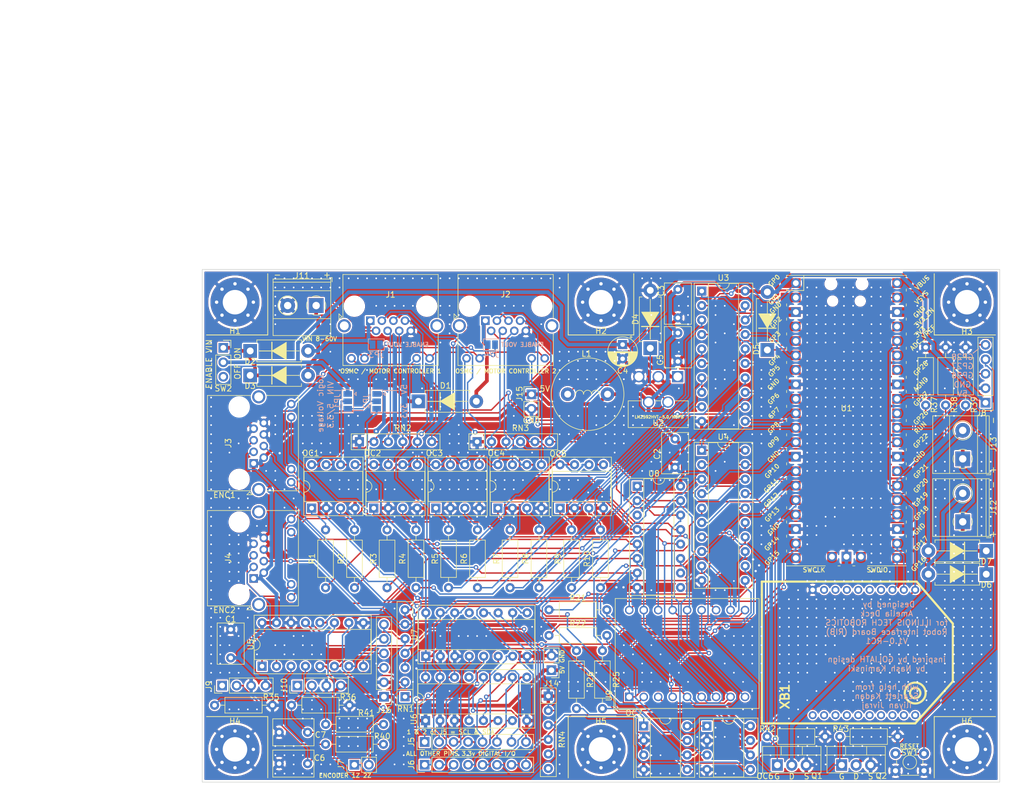
<source format=kicad_pcb>
(kicad_pcb (version 20211014) (generator pcbnew)
  (layers (0 "F.Cu" signal) (31 "B.Cu" signal) (34 "B.Paste" user) (35 "F.Paste" user) (36 "B.SilkS" user "B.Silkscreen") (37 "F.SilkS" user "F.Silkscreen") (38 "B.Mask" user) (39 "F.Mask" user) (44 "Edge.Cuts" user))
  (net 0 "")
  (net 1 "GND")
  (net 2 "Net-(R1-Pad1)")
  (net 3 "Net-(R2-Pad1)")
  (net 4 "Net-(R5-Pad1)")
  (net 5 "Net-(R6-Pad1)")
  (net 6 "Net-(R8-Pad1)")
  (net 7 "Net-(R7-Pad1)")
  (net 8 "Net-(J2-Pad2)")
  (net 11 "5V")
  (net 15 "3.3V")
  (net 16 "Net-(R4-Pad1)")
  (net 17 "Net-(J3-Pad3)")
  (net 18 "Net-(J3-Pad5)")
  (net 19 "Net-(J4-Pad4)")
  (net 20 "Net-(J4-Pad5)")
  (net 21 "Net-(U1-Pad1)")
  (net 22 "Net-(U1-Pad2)")
  (net 23 "Net-(U1-Pad4)")
  (net 24 "Net-(U1-Pad5)")
  (net 25 "Net-(U1-Pad6)")
  (net 26 "Net-(U1-Pad7)")
  (net 27 "Net-(U1-Pad9)")
  (net 28 "Net-(U1-Pad10)")
  (net 29 "Net-(U1-Pad11)")
  (net 30 "Net-(U1-Pad12)")
  (net 31 "Net-(U1-Pad14)")
  (net 32 "Net-(R37-Pad2)")
  (net 33 "VIN")
  (net 34 "Net-(R9-Pad1)")
  (net 35 "Net-(R10-Pad1)")
  (net 36 "LGV")
  (net 37 "Net-(C6-Pad2)")
  (net 38 "Net-(C7-Pad2)")
  (net 39 "Net-(R21-Pad1)")
  (net 40 "Net-(R22-Pad1)")
  (net 41 "Net-(R25-Pad2)")
  (net 42 "Net-(R26-Pad1)")
  (net 43 "Net-(U1-Pad21)")
  (net 44 "Net-(U1-Pad22)")
  (net 45 "Net-(U4-Pad15)")
  (net 64 "Net-(J3-Pad4)")
  (net 65 "Net-(J4-Pad3)")
  (net 66 "Net-(J5-Pad3)")
  (net 67 "Net-(J5-Pad4)")
  (net 68 "Net-(J5-Pad5)")
  (net 69 "Net-(J5-Pad6)")
  (net 70 "Net-(J5-Pad7)")
  (net 71 "Net-(J5-Pad8)")
  (net 72 "Net-(J6-Pad1)")
  (net 73 "Net-(J6-Pad2)")
  (net 74 "Net-(J6-Pad3)")
  (net 75 "Net-(J6-Pad4)")
  (net 76 "Net-(J6-Pad5)")
  (net 77 "Net-(J6-Pad6)")
  (net 78 "Net-(J6-Pad7)")
  (net 79 "Net-(J6-Pad8)")
  (net 80 "Net-(U1-Pad15)")
  (net 81 "Net-(J8-Pad3)")
  (net 82 "Net-(J8-Pad4)")
  (net 85 "Net-(U1-Pad17)")
  (net 86 "Net-(J9-Pad2)")
  (net 87 "Net-(J10-Pad2)")
  (net 88 "Net-(J1-Pad2)")
  (net 89 "Net-(J1-Pad3)")
  (net 90 "Net-(JP1-Pad3)")
  (net 91 "Net-(J8-Pad5)")
  (net 92 "Net-(U4-Pad11)")
  (net 93 "Net-(U4-Pad13)")
  (net 94 "Net-(J1-Pad6)")
  (net 95 "Net-(J1-Pad7)")
  (net 96 "Net-(J2-Pad3)")
  (net 97 "Net-(J1-Pad4)")
  (net 98 "Net-(J1-Pad5)")
  (net 99 "Net-(J2-Pad5)")
  (net 100 "Net-(J2-Pad7)")
  (net 101 "Net-(J2-Pad6)")
  (net 102 "Net-(OC1-Pad1)")
  (net 103 "Net-(OC1-Pad3)")
  (net 104 "Net-(OC3-Pad1)")
  (net 105 "Net-(OC4-Pad1)")
  (net 106 "Net-(OC5-Pad3)")
  (net 107 "Net-(OC6-Pad5)")
  (net 108 "Net-(OC6-Pad7)")
  (net 109 "Net-(OC2-Pad1)")
  (net 110 "Net-(OC2-Pad3)")
  (net 111 "Net-(OC3-Pad3)")
  (net 112 "Net-(OC4-Pad3)")
  (net 113 "Net-(OC6-Pad1)")
  (net 114 "Net-(OC6-Pad3)")
  (net 115 "Net-(OC7-Pad1)")
  (net 116 "Net-(OC7-Pad3)")
  (net 117 "Net-(OC7-Pad7)")
  (net 118 "Net-(OC7-Pad5)")
  (net 119 "Net-(J2-Pad4)")
  (net 120 "Net-(OC5-Pad1)")
  (net 121 "Net-(Q1-Pad1)")
  (net 122 "Net-(Q2-Pad1)")
  (net 123 "Net-(R3-Pad1)")
  (net 124 "Net-(D6-Pad2)")
  (net 125 "Net-(D7-Pad2)")
  (net 126 "Net-(D4-Pad1)")
  (net 127 "Net-(D5-Pad1)")
  (net 128 "Net-(SW1-Pad1)")
  (net 129 "VIN_PRE")
  (net 132 "LED2")
  (net 133 "LED1")
  (net 134 "LED4")
  (net 135 "LED3")
  (net 136 "LED6")
  (net 137 "LED5")
  (net 138 "LED8")
  (net 139 "LED7")
  (net 140 "PWRIN1")
  (net 141 "PWRIN2")
  (net 142 "PWRIN3")
  (net 143 "Net-(J16-Pad3)")
  (net 144 "Net-(J16-Pad4)")
  (net 145 "Net-(J16-Pad5)")
  (net 146 "Net-(J16-Pad6)")
  (net 147 "CATHODE3")
  (net 148 "SDA")
  (net 149 "SCL")
  (footprint "Diode_THT_AKL:D_DO-15_P10.16mm_Horizontal" (layer "F.Cu") (at 43.92 61.3)
    (fp_text reference "D2")
    (fp_text value "SB260" hide)
  )
  (footprint "Package_DIP:DIP-8_W7.62mm_Socket" (layer "F.Cu") (at 98.312 88.9 90)
    (fp_text reference "OC5")
    (fp_text value "MCT9001")
  )
  (footprint "Resistor_THT:R_Axial_DIN0207_L6.3mm_D2.5mm_P10.16mm_Horizontal" (layer "F.Cu") (at 83.82 102.87 90)
    (fp_text reference "R6")
    (fp_text value "470")
  )
  (footprint "Package_DIP:DIP-16_W7.62mm_Socket" (layer "F.Cu") (at 74.75 114.9 90)
    (fp_text reference "U7")
    (fp_text value "PCF8574")
  )
  (footprint "MountingHole:MountingHole_4.3mm_M4_Pad_Via" (layer "F.Cu") (at 169.75 131.25)
    (fp_text reference "H6")
    (fp_text value "MountingHole_Pad")
  )
  (footprint "Connector_PinHeader_2.54mm:PinHeader_1x02_P2.54mm_Vertical" (layer "F.Cu") (at 96.8 117.35 180)
    (fp_text reference "J14")
    (fp_text value "Conn_01x02_Male")
  )
  (footprint "Capacitor_THT:C_Rect_L7.0mm_W4.5mm_P5.00mm" (layer "F.Cu") (at 119 55.5 90)
    (fp_text reference "C3")
    (fp_text value "1uF")
  )
  (footprint "TerminalBlock_Phoenix:TerminalBlock_Phoenix_MKDS-1,5-2_1x02_P5.00mm_Horizontal" (layer "F.Cu") (at 169 91.3 90)
    (fp_text reference "J12")
    (fp_text value "Screw_Terminal_01x02")
  )
  (footprint "Connector_RJ:RJ45_Amphenol_RJHSE538X" (layer "F.Cu") (at 44.525 101.25 90)
    (fp_text reference "J4")
    (fp_text value "RJ45_LED")
  )
  (footprint "Capacitor_THT:C_Rect_L7.0mm_W4.5mm_P5.00mm" (layer "F.Cu") (at 118.5 81.75 90)
    (fp_text reference "C2")
    (fp_text value "1uF")
  )
  (footprint "LM2592HVT:LM2592HVT-5.0&slash_NOPB" (layer "F.Cu") (at 112.1464 79.0011 180)
    (fp_text reference "U2")
    (fp_text value "LM2592HVT-5.0/NOPB")
  )
  (footprint "Connector_PinHeader_2.54mm:PinHeader_1x04_P2.54mm_Vertical" (layer "F.Cu") (at 39 120.05 90)
    (fp_text reference "J9")
    (fp_text value "Conn_01x04_Male")
  )
  (footprint "Connector_PinSocket_2.54mm:PinSocket_1x03_P2.54mm_Vertical" (layer "F.Cu") (at 39.2 60.76)
    (fp_text reference "SW2")
    (fp_text value "Conn_01x03_Male")
  )
  (footprint "Resistor_THT:R_Axial_DIN0207_L6.3mm_D2.5mm_P10.16mm_Horizontal" (layer "F.Cu") (at 57.15 102.87 90)
    (fp_text reference "R1")
    (fp_text value "470")
  )
  (footprint "4.5mm_button:SW_Tactile_PUSH_4.5mm_H3.8mm_TS_C016" (layer "F.Cu") (at 157.2 132)
    (fp_text reference "SW1")
    (fp_text value "SW_Push")
  )
  (footprint "MCU_RaspberryPi_and_Boards:RPi_Pico_SMD_TH" (layer "F.Cu") (at 148.59 73.5297)
    (fp_text reference "U1")
    (fp_text value "Pico")
  )
  (footprint "Connector_PinHeader_2.54mm:PinHeader_1x02_P2.54mm_Vertical" (layer "F.Cu") (at 62.21 133.95 90)
    (fp_text reference "J7")
    (fp_text value "Conn_01x02_Male")
  )
  (footprint "Resistor_THT:R_Axial_DIN0207_L6.3mm_D2.5mm_P10.16mm_Horizontal" (layer "F.Cu") (at 89.535 102.87 90)
    (fp_text reference "R7")
    (fp_text value "470")
  )
  (footprint "Capacitor_THT:C_Rect_L7.0mm_W4.5mm_P5.00mm" (layer "F.Cu") (at 119 58.15 -90)
    (fp_text reference "C5")
    (fp_text value "10uF")
  )
  (footprint "Package_DIP:DIP-16_W7.62mm_Socket" (layer "F.Cu") (at 111.85 85.05)
    (fp_text reference "U8")
    (fp_text value "MAX6959AAEE+")
  )
  (footprint "Connector_PinHeader_2.54mm:PinHeader_1x08_P2.54mm_Vertical" (layer "F.Cu") (at 74.55 129.95 90)
    (fp_text reference "J5")
    (fp_text value "Conn_01x08_Male")
  )
  (footprint "Resistor_THT:R_Array_SIP6" (layer "F.Cu") (at 83.75 77.25)
    (fp_text reference "RN3")
    (fp_text value "R_Network05")
  )
  (footprint "Connector_RJ:RJ45_Amphenol_RJHSE538X" (layer "F.Cu") (at 65 56)
    (fp_text reference "J1")
    (fp_text value "RJ45_LED")
  )
  (footprint "Diode_THT_AKL:D_DO-15_P10.16mm_Horizontal" (layer "F.Cu") (at 43.92 65.6)
    (fp_text reference "D3")
    (fp_text value "SB260" hide)
  )
  (footprint "MountingHole:MountingHole_4.3mm_M4_Pad_Via" (layer "F.Cu") (at 41.25 131.25)
    (fp_text reference "H4")
    (fp_text value "MountingHole_Pad")
  )
  (footprint "Package_DIP:DIP-8_W7.62mm_Socket" (layer "F.Cu") (at 54.712 88.9 90)
    (fp_text reference "OC1")
    (fp_text value "MCT9001")
  )
  (footprint "Capacitor_THT:C_Rect_L7.0mm_W4.5mm_P5.00mm" (layer "F.Cu") (at 40.5 115.19 90)
    (fp_text reference "C1")
    (fp_text value "1uF")
  )
  (footprint "Connector_RJ:RJ45_Amphenol_RJHSE538X" (layer "F.Cu") (at 85.2 56)
    (fp_text reference "J2")
    (fp_text value "RJ45_LED")
  )
  (footprint "Resistor_THT:R_Axial_DIN0207_L6.3mm_D2.5mm_P10.16mm_Horizontal" (layer "F.Cu") (at 169.5 70.83 90)
    (fp_text reference "R39")
    (fp_text value "10k")
  )
  (footprint "Resistor_THT:R_Axial_DIN0207_L6.3mm_D2.5mm_P10.16mm_Horizontal" (layer "F.Cu") (at 162.5 60.67 -90)
    (fp_text reference "R37")
    (fp_text value "10k")
  )
  (footprint "Resistor_THT:R_Axial_DIN0207_L6.3mm_D2.5mm_P10.16mm_Horizontal" (layer "F.Cu") (at 100.33 102.87 90)
    (fp_text reference "R9")
    (fp_text value "470")
  )
  (footprint "Package_DIP:DIP-16_W7.62mm_Socket" (layer "F.Cu") (at 74.7 126.2 90)
    (fp_text reference "U6")
    (fp_text value "PCF8574")
  )
  (footprint "Resistor_THT:R_Axial_DIN0207_L6.3mm_D2.5mm_P10.16mm_Horizontal" (layer "F.Cu") (at 62.23 102.87 90)
    (fp_text reference "R2")
    (fp_text value "470")
  )
  (footprint "MountingHole:MountingHole_4.3mm_M4_Pad_Via" (layer "F.Cu") (at 41.25 52.75 180)
    (fp_text reference "H1")
    (fp_text value "MountingHole_Pad")
  )
  (footprint "Package_DIP:DIP-16_W7.62mm_Socket" (layer "F.Cu") (at 46 116.65 90)
    (fp_text reference "U5")
    (fp_text value "MCP3008")
  )
  (footprint "Resistor_THT:R_Array_SIP6" (layer "F.Cu") (at 63.1 77.25)
    (fp_text reference "RN2")
    (fp_text value "R_Network05")
  )
  (footprint "Connector_PinHeader_2.54mm:PinHeader_1x02_P2.54mm_Vertical" (layer "F.Cu") (at 93.3 68.925)
    (fp_text reference "J15")
    (fp_text value "Conn_01x02_Male")
  )
  (footprint "Resistor_THT:R_Axial_DIN0207_L6.3mm_D2.5mm_P10.16mm_Horizontal" (layer "F.Cu") (at 51.17 123.5)
    (fp_text reference "R36")
    (fp_text value "10k")
  )
  (footprint "Package_TO_SOT_THT_AKL:TO-220-3_Vertical_GDS" (layer "F.Cu") (at 147.75 134)
    (fp_text reference "Q2")
    (fp_text value "STP2N80K5" hide)
  )
  (footprint "Package_TO_SOT_THT_AKL:TO-220-3_Vertical_GDS" (layer "F.Cu") (at 136.45 134)
    (fp_text reference "Q1")
    (fp_text value "STP2N80K5" hide)
  )
  (footprint "Package_DIP:DIP-20_W7.62mm_Socket" (layer "F.Cu") (at 123.19 50.8)
    (fp_text reference "U3")
    (fp_text value "74HCT244")
  )
  (footprint "TerminalBlock_Phoenix:TerminalBlock_Phoenix_MKDS-1,5-2_1x02_P5.00mm_Horizontal" (layer "F.Cu") (at 169 80.25 90)
    (fp_text reference "J13")
    (fp_text value "Screw_Terminal_01x02")
  )
  (footprint "Diode_THT_AKL:D_DO-15_P10.16mm_Horizontal" (layer "F.Cu") (at 173.13 100.5 180)
    (fp_text reference "D6")
    (fp_text value "SB260" hide)
  )
  (footprint "Resistor_THT:R_Axial_DIN0207_L6.3mm_D2.5mm_P10.16mm_Horizontal" (layer "F.Cu") (at 73.025 102.87 90)
    (fp_text reference "R4")
    (fp_text value "470")
  )
  (footprint "Connector_RJ:RJ45_Amphenol_RJHSE538X" (layer "F.Cu") (at 44.525 81.05 90)
    (fp_text reference "J3")
    (fp_text value "RJ45_LED")
  )
  (footprint "Package_DIP:DIP-8_W7.62mm_Socket" (layer "F.Cu") (at 124.1 127.15)
    (fp_text reference "OC6")
    (fp_text value "MCT9001")
  )
  (footprint "Resistor_THT:R_Axial_DIN0207_L6.3mm_D2.5mm_P10.16mm_Horizontal" (layer "F.Cu") (at 105.41 102.87 90)
    (fp_text reference "R10")
    (fp_text value "470")
  )
  (footprint "Resistor_THT:R_Axial_DIN0207_L6.3mm_D2.5mm_P10.16mm_Horizontal" (layer "F.Cu") (at 166 70.83 90)
    (fp_text reference "R38")
    (fp_text value "10k")
  )
  (footprint "Resistor_THT:R_Axial_DIN0207_L6.3mm_D2.5mm_P10.16mm_Horizontal" (layer "F.Cu") (at 57.17 126.85)
    (fp_text reference "R41")
    (fp_text value "33k")
  )
  (footprint "Diode_THT_AKL:D_DO-15_P10.16mm_Horizontal" (layer "F.Cu") (at 114.15 60.83 90)
    (fp_text reference "D4")
    (fp_text value "SB230" hide)
  )
  (footprint "Package_DIP:DIP-8_W7.62mm_Socket" (layer "F.Cu") (at 65.612 88.9 90)
    (fp_text reference "OC2")
    (fp_text value "MCT9001")
  )
  (footprint "Connector_PinHeader_2.54mm:PinHeader_1x08_P2.54mm_Vertical" (layer "F.Cu") (at 74.55 133.95 90)
    (fp_text reference "J6")
    (fp_text value "Conn_01x08_Male")
  )
  (footprint "Capacitor_THT:CP_Radial_D5.0mm_P2.50mm" (layer "F.Cu") (at 109.3 60.1898 -90)
    (fp_text reference "C4")
    (fp_text value "22uF")
  )
  (footprint "Display_7Segment:DA56-11SURKWA" (layer "F.Cu") (at 110.4625 122.0375 90)
    (fp_text reference "U9")
    (fp_text value "DC56-11EWA")
  )
  (footprint "Inductor_THT_AKL:L_Radial_D12.5mm_P7.00mm_Fastron_09HCP" (layer "F.Cu") (at 99.65 68.9)
    (fp_text reference "L1")
    (fp_text value "120uH" hide)
  )
  (footprint "Package_DIP:DIP-8_W7.62mm_Socket" (layer "F.Cu") (at 87.412 88.9 90)
    (fp_text reference "OC4")
    (fp_text value "MCT9001")
  )
  (footprint "Diode_THT_AKL:D_DO-15_P10.16mm_Horizontal" (layer "F.Cu") (at 173.13 96.4 180)
    (fp_text reference "D7")
    (fp_text value "SB260" hide)
  )
  (footprint "Resistor_THT:R_Axial_DIN0207_L6.3mm_D2.5mm_P10.16mm_Horizontal" (layer "F.Cu") (at 96.37 111.25)
    (fp_text reference "R22")
    (fp_text value "470")
  )
  (footprint "Resistor_THT:R_Axial_DIN0207_L6.3mm_D2.5mm_P10.16mm_Horizontal" (layer "F.Cu") (at 37.67 123.5)
    (fp_text reference "R35")
    (fp_text value "10k")
  )
  (footprint "Resistor_THT:R_Array_SIP7" (layer "F.Cu") (at 71.1 122 90)
    (fp_text reference "RN1")
    (fp_text value "R_Network06")
  )
  (footprint "Resistor_THT:R_Axial_DIN0207_L6.3mm_D2.5mm_P10.16mm_Horizontal" (layer "F.Cu") (at 67.945 102.87 90)
    (fp_text reference "R3")
    (fp_text value "470")
  )
  (footprint "Connector_PinHeader_2.54mm:PinHeader_1x04_P2.54mm_Vertical" (layer "F.Cu") (at 52.2 120.05 90)
    (fp_text reference "J10")
    (fp_text value "Conn_01x04_Male")
  )
  (footprint "Connector_PinHeader_2.54mm:PinHeader_1x06_P2.54mm_Vertical" (layer "F.Cu") (at 67.4 122.01 180)
    (fp_text reference "J16")
    (fp_text value "Conn_01x06_Male")
  )
  (footprint "Resistor_THT:R_Axial_DIN0207_L6.3mm_D2.5mm_P10.16mm_Horizontal" (layer "F.Cu") (at 57.15 130.35)
    (fp_text reference "R40")
    (fp_text value "33k")
  )
  (footprint "Resistor_THT:R_Axial_DIN0207_L6.3mm_D2.5mm_P10.16mm_Horizontal" (layer "F.Cu") (at 105.75 124.08 90)
    (fp_text reference "R25")
    (fp_text value "470")
  )
  (footprint "MountingHole:MountingHole_4.3mm_M4_Pad_Via" (layer "F.Cu") (at 105.5 131.25)
    (fp_text reference "H5")
    (fp_text value "MountingHole_Pad")
  )
  (footprint "Resistor_THT:R_Axial_DIN0207_L6.3mm_D2.5mm_P10.16mm_Horizontal" (layer "F.Cu") (at 96.37 106.75)
    (fp_text reference "R21")
    (fp_text value "470")
  )
  (footprint "Resistor_THT:R_Axial_DIN0207_L6.3mm_D2.5mm_P10.16mm_Horizontal" (layer "F.Cu") (at 101.2 113.92 -90)
    (fp_text reference "R26")
    (fp_text value "470")
  )
  (footprint "Package_DIP:DIP-8_W7.62mm_Socket" (layer "F.Cu") (at 76.512 88.9 90)
    (fp_text reference "OC3")
    (fp_text value "MCT9001")
  )
  (footprint "Package_DIP:DIP-8_W7.62mm_Socket" (layer "F.Cu") (at 113 127.15)
    (fp_text reference "OC7")
    (fp_text value "MCT9001")
  )
  (footprint "Resistor_THT:R_Axial_DIN0207_L6.3mm_D2.5mm_P10.16mm_Horizontal" (layer "F.Cu") (at 78.74 102.87 90)
    (fp_text reference "R5")
    (fp_text value "470")
  )
  (footprint "MountingHole:MountingHole_4.3mm_M4_Pad_Via" (layer "F.Cu") (at 169.75 52.75 180)
    (fp_text reference "H3")
    (fp_text value "MountingHole_Pad")
  )
  (footprint "TerminalBlock_Phoenix:TerminalBlock_Phoenix_MKDS-1,5-2_1x02_P5.00mm_Horizontal" (layer "F.Cu") (at 55.5 53.3415 180)
    (fp_text reference "J11")
    (fp_text value "Screw_Terminal_01x02")
  )
  (footprint "RF_and_other_modules:XBEE_PRO_PTH" (layer "F.Cu") (at 160.66 114.25 -90)
    (fp_text reference "XB1")
    (fp_text value "XBEE" hide)
  )
  (footprint "Resistor_THT:R_Axial_DIN0207_L6.3mm_D2.5mm_P10.16mm_Horizontal" (layer "F.Cu") (at 147.42 129)
    (fp_text reference "R43")
    (fp_text value "2k")
  )
  (footprint "Diode_THT_AKL:D_DO-15_P10.16mm_Horizontal" (layer "F.Cu") (at 73.45 70.15)
    (fp_text reference "D1")
    (fp_text value "SB260" hide)
  )
  (footprint "Resistor_THT:R_Axial_DIN0207_L6.3mm_D2.5mm_P10.16mm_Horizontal" (layer "F.Cu") (at 94.615 102.87 90)
    (fp_text reference "R8")
    (fp_text value "470")
  )
  (footprint "Resistor_THT:R_Axial_DIN0207_L6.3mm_D2.5mm_P10.16mm_Horizontal" (layer "F.Cu") (at 134.67 129)
    (fp_text reference "R42")
    (fp_text value "2k")
  )
  (footprint "Resistor_THT:R_Array_SIP6" (layer "F.Cu") (at 96.25 121.9 -90)
    (fp_text reference "RN4")
    (fp_text value "R_Network05")
  )
  (footprint "Package_DIP:DIP-20_W7.62mm_Socket" (layer "F.Cu") (at 123.19 78.74)
    (fp_text reference "U4")
    (fp_text value "74HCT244")
  )
  (footprint "Capacitor_THT:C_Rect_L7.0mm_W4.5mm_P5.00mm" (layer "F.Cu") (at 49 133.75)
    (fp_text reference "C6")
    (fp_text value "1uF")
  )
  (footprint "Capacitor_THT:C_Rect_L7.0mm_W4.5mm_P5.00mm" (layer "F.Cu") (at 49 128.25)
    (fp_text reference "C7")
    (fp_text value "1uF")
  )
  (footprint "Diode_THT_AKL:D_DO-15_P10.16mm_Horizontal" (layer "F.Cu") (at 134.7 61.13 90)
    (fp_text reference "D5")
    (fp_text value "SB230" hide)
  )
  (footprint "Connector_PinHeader_2.54mm:PinHeader_1x05_P2.54mm_Vertical" (layer "F.Cu") (at 173 70.4 180)
    (fp_text reference "J8")
    (fp_text value "Conn_01x05_Male")
  )
  (footprint "MountingHole:MountingHole_4.3mm_M4_Pad_Via" (layer "F.Cu") (at 105.5 52.75 180)
    (fp_text reference "H2")
    (fp_text value "MountingHole_Pad")
  )
  (footprint "Jumper:SolderJumper-2_P1.3mm_Open_Pad1.0x1.5mm" (layer "B.Cu") (at 66.05 60.2)
    (fp_text reference "JP3")
    (fp_text value "SolderJumper_2_Open")
  )
  (footprint "Jumper:SolderJumper-3_P1.3mm_Open_Pad1.0x1.5mm" (layer "B.Cu") (at 66.12 70.15 -90)
    (fp_text reference "JP2")
    (fp_text value "SolderJumper_3_Open")
  )
  (footprint "Jumper:SolderJumper-2_P1.3mm_Open_Pad1.0x1.5mm" (layer "B.Cu") (at 86.25 60.2)
    (fp_text reference "JP4")
    (fp_text value "SolderJumper_2_Open")
  )
  (footprint "Jumper:SolderJumper-3_P1.3mm_Open_Pad1.0x1.5mm" (layer "B.Cu") (at 61.04 70.15 -90)
    (fp_text reference "JP1")
    (fp_text value "SolderJumper_3_Bridged12")
  )
  (gr_line (start 170.8 61.7) (end 171.8 60.925) (layer "B.SilkS") (width 0.15))
  (gr_line (start 58.7 68.25) (end 59.77 68.245) (layer "B.SilkS") (width 0.15))
  (gr_line (start 58.7 72.2) (end 59.77 72.2) (layer "B.SilkS") (width 0.15))
  (gr_line (start 170.05 69.2) (end 171.8 70) (layer "B.SilkS") (width 0.15))
  (gr_line (start 69.93 72.055) (end 67.39 72.055) (layer "B.SilkS") (width 0.15))
  (gr_line (start 69.93 68.245) (end 67.39 68.245) (layer "B.SilkS") (width 0.15))
  (gr_line (start 47 58.5) (end 36.25 58.5) (layer "F.SilkS") (width 0.15))
  (gr_line (start 164 47.75) (end 164 58.5) (layer "F.SilkS") (width 0.15))
  (gr_line (start 57 48) (end 57.8 48) (layer "F.SilkS") (width 0.15))
  (gr_line (start 111.25 125.5) (end 99.75 125.5) (layer "F.SilkS") (width 0.15))
  (gr_line (start 174.8 93.5) (end 174 93.5) (layer "F.SilkS") (width 0.15))
  (gr_line (start 174.8 82.2) (end 174 82.2) (layer "F.SilkS") (width 0.15))
  (gr_line (start 57.4 47.6) (end 57.4 48.4) (layer "F.SilkS") (width 0.15))
  (gr_line (start 164 125.5) (end 164 136.25) (layer "F.SilkS") (width 0.15))
  (gr_line (start 174.4 73.1) (end 174.4 73.9) (layer "F.SilkS") (width 0.15))
  (gr_line (start 174.4 84.4) (end 174.4 85.2) (layer "F.SilkS") (width 0.15))
  (gr_line (start 111.25 125.5) (end 111.25 136.25) (layer "F.SilkS") (width 0.15))
  (gr_line (start 99.75 125.5) (end 99.75 136.25) (layer "F.SilkS") (width 0.15))
  (gr_line (start 174.4 93.1) (end 174.4 93.9) (layer "F.SilkS") (width 0.15))
  (gr_line (start 47 58.5) (end 47 47.75) (layer "F.SilkS") (width 0.15))
  (gr_line (start 99.75 58.5) (end 111.25 58.5) (layer "F.SilkS") (width 0.15))
  (gr_line (start 47 125.5) (end 47 136.25) (layer "F.SilkS") (width 0.15))
  (gr_line (start 47 125.5) (end 36.25 125.5) (layer "F.SilkS") (width 0.15))
  (gr_line (start 111.25 58.5) (end 111.25 47.75) (layer "F.SilkS") (width 0.15))
  (gr_line (start 174.75 125.5) (end 164 125.5) (layer "F.SilkS") (width 0.15))
  (gr_line (start 164 58.5) (end 174.75 58.5) (layer "F.SilkS") (width 0.15))
  (gr_line (start 99.75 58.5) (end 99.75 47.75) (layer "F.SilkS") (width 0.15))
  (gr_line (start 48.3 48) (end 49.1 48) (layer "F.SilkS") (width 0.15))
  (gr_line (start 174.4 81.8) (end 174.4 82.6) (layer "F.SilkS") (width 0.15))
  (gr_rect (start 35.5 47) (end 175.5 137) (layer "Edge.Cuts") (width 0.1) (fill none))
  (gr_text "Logic Voltage" (at 56.25 70.5 90) (layer "B.SilkS") (effects (font (size 1 1)) (justify mirror)))
  (gr_text "GP28\nGP27\nGP26\nGND\n5V" (at 168.95 65.6) (layer "B.SilkS") (effects (font (size 1 1)) (justify mirror)))
  (gr_text "5V  3v3" (at 70.95 70.15 90) (layer "B.SilkS") (effects (font (size 1 1)) (justify mirror)))
  (gr_text "Designed by \nAmelia Deck\nfor ILLINOIS TECH ROBOTICS\nRobot Interface Board (RIB)\nV1.0-RC1\n\ninspired by GOLIATH design\nby Nash Kaminski\n\nwith help from\nScarlett Kadan\nIliyan Jivraj" (at 155.65 114.65) (layer "B.SilkS") (effects (font (size 1 1)) (justify mirror)))
  (gr_text "ENABLE VOUT" (at 71.5 60.2) (layer "B.SilkS") (effects (font (size 0.75 0.75)) (justify mirror)))
  (gr_text "ENABLE VOUT" (at 91.7 60.2) (layer "B.SilkS") (effects (font (size 0.75 0.75)) (justify mirror)))
  (gr_text "VIN  5/3.3" (at 58.05 70.75 90) (layer "B.SilkS") (effects (font (size 1 1)) (justify mirror)))
  (gr_text "5V GND" (at 98.7 115.875 90) (layer "F.SilkS") (effects (font (size 0.75 0.75))))
  (gr_text "GND" (at 93.3 73.5) (layer "F.SilkS") (effects (font (size 1 1))))
  (gr_text "ENC2" (at 39.4 106.8) (layer "F.SilkS") (effects (font (size 1 1))))
  (gr_text "5V" (at 95.65 67.95) (layer "F.SilkS") (effects (font (size 1 1))))
  (gr_text "OSMC / MOTOR CONTROLLER 2" (at 88.8 64.85) (layer "F.SilkS") (effects (font (size 0.75 0.75))))
  (gr_text "ENCODER 1Z 2Z" (at 60.585 135.85) (layer "F.SilkS") (effects (font (size 0.75 0.75))))
  (gr_text "ENABLE VIN" (at 36.7 63.6 90) (layer "F.SilkS") (effects (font (size 1 1))))
  (gr_text "VIN 8-60V" (at 56.1 59.2) (layer "F.SilkS") (effects (font (size 0.75 0.75))))
  (gr_text "ENC1" (at 39.4 86.6) (layer "F.SilkS") (effects (font (size 1 1))))
  (gr_text "RESET" (at 159.65 130.7) (layer "F.SilkS") (effects (font (size 0.75 0.75))))
  (gr_text "1 & 2 of J5 = SCL & SDA" (at 79.1 128.2) (layer "F.SilkS") (effects (font (size 0.75 0.75))))
  (gr_text "OSMC / MOTOR CONTROLLER 1" (at 68.6 64.85) (layer "F.SilkS") (effects (font (size 0.75 0.75))))
  (gr_text "OFF ON" (at 41.7 63.5 90) (layer "F.SilkS") (effects (font (size 1 1))))
  (gr_text "ALL OTHER PINS 3.3v DIGITAL I/O" (at 80.9 132) (layer "F.SilkS") (effects (font (size 0.75 0.75))))
  (segment (start 126.9 100.5) (end 132.1 100.5) (width 0.25) (layer "F.Cu") (net 1))
  (segment (start 132.1 100.5) (end 132.65 99.95) (width 0.25) (layer "F.Cu") (net 1))
  (segment (start 123.55 103.85) (end 126.9 100.5) (width 0.25) (layer "F.Cu") (net 1))
  (via (at 80.53 85.59) (size 0.56) (drill 0.3) (layers "F.Cu" "B.Cu") (net 1))
  (via (at 64.43 48.56) (size 0.56) (drill 0.3) (layers "F.Cu" "B.Cu") (net 1))
  (via (at 143.32 121.01) (size 0.56) (drill 0.3) (layers "F.Cu" "B.Cu") (net 1))
  (via (at 154.59 59.83) (size 0.56) (drill 0.3) (layers "F.Cu" "B.Cu") (net 1))
  (via (at 173.91 75.93) (size 0.56) (drill 0.3) (layers "F.Cu" "B.Cu") (net 1))
  (via (at 161.03 67.88) (size 0.56) (drill 0.3) (layers "F.Cu" "B.Cu") (net 1))
  (via (at 132.05 109.74) (size 0.56) (drill 0.3) (layers "F.Cu" "B.Cu") (net 1))
  (via (at 141.71 101.69) (size 0.56) (drill 0.3) (layers "F.Cu" "B.Cu") (net 1))
  (via (at 132.05 124.23) (size 0.56) (drill 0.3) (layers "F.Cu" "B.Cu") (net 1))
  (via (at 152.98 101.69) (size 0.56) (drill 0.3) (layers "F.Cu" "B.Cu") (net 1))
  (via (at 66.04 85.59) (size 0.56) (drill 0.3) (layers "F.Cu" "B.Cu") (net 1))
  (via (at 161.03 109.74) (size 0.56) (drill 0.3) (layers "F.Cu" "B.Cu") (net 1))
  (via (at 159.42 112.96) (size 0.56) (drill 0.3) (layers "F.Cu" "B.Cu") (net 1))
  (via (at 148.15 127.45) (size 0.56) (drill 0.3) (layers "F.Cu" "B.Cu") (net 1))
  (via (at 154.59 58.22) (size 0.56) (drill 0.3) (layers "F.Cu" "B.Cu") (net 1))
  (via (at 70.87 64.66) (size 0.56) (drill 0.3) (layers "F.Cu" "B.Cu") (net 1))
  (via (at 128.83 117.79) (size 0.56) (drill 0.3) (layers "F.Cu" "B.Cu") (net 1))
  (via (at 141.71 114.57) (size 0.56) (drill 0.3) (layers "F.Cu" "B.Cu") (net 1))
  (via (at 99.85 66.27) (size 0.56) (drill 0.3) (layers "F.Cu" "B.Cu") (net 1))
  (via (at 41.89 96.86) (size 0.56) (drill 0.3) (layers "F.Cu" "B.Cu") (net 1))
  (via (at 37.06 82.37) (size 0.56) (drill 0.3) (layers "F.Cu" "B.Cu") (net 1))
  (via (at 143.32 104.91) (size 0.56) (drill 0.3) (layers "F.Cu" "B.Cu") (net 1))
  (via (at 169.08 95.25) (size 0.56) (drill 0.3) (layers "F.Cu" "B.Cu") (net 1))
  (via (at 146.54 58.22) (size 0.56) (drill 0.3) (layers "F.Cu" "B.Cu") (net 1))
  (via (at 161.03 58.22) (size 0.56) (drill 0.3) (layers "F.Cu" "B.Cu") (net 1))
  (via (at 161.03 79.15) (size 0.56) (drill 0.3) (layers "F.Cu" "B.Cu") (net 1))
  (via (at 91.8 53.39) (size 0.56) (drill 0.3) (layers "F.Cu" "B.Cu") (net 1))
  (via (at 112.73 116.18) (size 0.56) (drill 0.3) (layers "F.Cu" "B.Cu") (net 1))
  (via (at 146.54 66.27) (size 0.56) (drill 0.3) (layers "F.Cu" "B.Cu") (net 1))
  (via (at 78.92 85.59) (size 0.56) (drill 0.3) (layers "F.Cu" "B.Cu") (net 1))
  (via (at 154.59 72.71) (size 0.56) (drill 0.3) (layers "F.Cu" "B.Cu") (net 1))
  (via (at 78.92 121.01) (size 0.56) (drill 0.3) (layers "F.Cu" "B.Cu") (net 1))
  (via (at 165.86 106.52) (size 0.56) (drill 0.3) (layers "F.Cu" "B.Cu") (net 1))
  (via (at 62.82 125.84) (size 0.56) (drill 0.3) (layers "F.Cu" "B.Cu") (net 1))
  (via (at 80.53 83.98) (size 0.56) (drill 0.3) (layers "F.Cu" "B.Cu") (net 1))
  (via (at 99.85 63.05) (size 0.56) (drill 0.3) (layers "F.Cu" "B.Cu") (net 1))
  (via (at 144.93 119.4) (size 0.56) (drill 0.3) (layers "F.Cu" "B.Cu") (net 1))
  (via (at 127.22 103.3) (size 0.56) (drill 0.3) (layers "F.Cu" "B.Cu") (net 1))
  (via (at 152.98 106.52) (size 0.56) (drill 0.3) (layers "F.Cu" "B.Cu") (net 1))
  (via (at 41.89 93.64) (size 0.56) (drill 0.3) (layers "F.Cu" "B.Cu") (net 1))
  (via (at 86.97 85.59) (size 0.56) (drill 0.3) (layers "F.Cu" "B.Cu") (net 1))
  (via (at 114.34 82.37) (size 0.56) (drill 0.3) (layers "F.Cu" "B.Cu") (net 1))
  (via (at 104.68 63.05) (size 0.56) (drill 0.3) (layers "F.Cu" "B.Cu") (net 1))
  (via (at 135.27 75.93) (size 0.56) (drill 0.3) (layers "F.Cu" "B.Cu") (net 1))
  (via (at 157.81 127.45) (size 0.56) (drill 0.3) (layers "F.Cu" "B.Cu") (net 1))
  (via (at 161.03 129.06) (size 0.56) (drill 0.3) (layers "F.Cu" "B.Cu") (net 1))
  (via (at 148.15 74.32) (size 0.56) (drill 0.3) (layers "F.Cu" "B.Cu") (net 1))
  (via (at 138.49 109.74) (size 0.56) (drill 0.3) (layers "F.Cu" "B.Cu") (net 1))
  (via (at 146.54 74.32) (size 0.56) (drill 0.3) (layers "F.Cu" "B.Cu") (net 1))
  (via (at 70.87 130.67) (size 0.56) (drill 0.3) (layers "F.Cu" "B.Cu") (net 1))
  (via (at 45.11 124.23) (size 0.56) (drill 0.3) (layers "F.Cu" "B.Cu") (net 1))
  (via (at 156.2 100.08) (size 0.56) (drill 0.3) (layers "F.Cu" "B.Cu") (net 1))
  (via (at 53.16 50.17) (size 0.56) (drill 0.3) (layers "F.Cu" "B.Cu") (net 1))
  (via (at 149.76 101.69) (size 0.56) (drill 0.3) (layers "F.Cu" "B.Cu") (net 1))
  (via (at 119.17 61.44) (size 0.56) (drill 0.3) (layers "F.Cu" "B.Cu") (net 1))
  (via (at 169.08 121.01) (size 0.56) (drill 0.3) (layers "F.Cu" "B.Cu") (net 1))
  (via (at 154.59 116.18) (size 0.56) (drill 0.3) (layers "F.Cu" "B.Cu") (net 1))
  (via (at 70.87 132.28) (size 0.56) (drill 0.3) (layers "F.Cu" "B.Cu") (net 1))
  (via (at 125.61 67.88) (size 0.56) (drill 0.3) (layers "F.Cu" "B.Cu") (net 1))
  (via (at 144.93 114.57) (size 0.56) (drill 0.3) (layers "F.Cu" "B.Cu") (net 1))
  (via (at 151.37 106.52) (size 0.56) (drill 0.3) (layers "F.Cu" "B.Cu") (net 1))
  (via (at 49.94 48.56) (size 0.56) (drill 0.3) (layers "F.Cu" "B.Cu") (net 1))
  (via (at 152.98 108.13) (size 0.56) (drill 0.3) (layers "F.Cu" "B.Cu") (net 1))
  (via (at 51.55 135.5) (size 0.56) (drill 0.3) (layers "F.Cu" "B.Cu") (net 1))
  (via (at 172.3 117.79) (size 0.56) (drill 0.3) (layers "F.Cu" "B.Cu") (net 1))
  (via (at 48.33 50.17) (size 0.56) (drill 0.3) (layers "F.Cu" "B.Cu") (net 1))
  (via (at 128.83 74.32) (size 0.56) (drill 0.3) (layers "F.Cu" "B.Cu") (net 1))
  (via (at 70.87 53.39) (size 0.56) (drill 0.3) (layers "F.Cu" "B.Cu") (net 1))
  (via (at 40.28 93.64) (size 0.56) (drill 0.3) (layers "F.Cu" "B.Cu") (net 1))
  (via (at 37.06 67.88) (size 0.56) (drill 0.3) (layers "F.Cu" "B.Cu") (net 1))
  (via (at 170.69 98.47) (size 0.56) (drill 0.3) (layers "F.Cu" "B.Cu") (net 1))
  (via (at 59.6 127.45) (size 0.56) (drill 0.3) (layers "F.Cu" "B.Cu") (net 1))
  (via (at 154.59 75.93) (size 0.56) (drill 0.3) (layers "F.Cu" "B.Cu") (net 1))
  (via (at 57.99 61.44) (size 0.56) (drill 0.3) (layers "F.Cu" "B.Cu") (net 1))
  (via (at 41.89 106.52) (size 0.56) (drill 0.3) (layers "F.Cu" "B.Cu") (net 1))
  (via (at 106.29 71.1) (size 0.56) (drill 0.3) (layers "F.Cu" "B.Cu") (net 1))
  (via (at 57.99 74.32) (size 0.56) (drill 0.3) (layers "F.Cu" "B.Cu") (net 1))
  (via (at 98.24 119.4) (size 0.56) (drill 0.3) (layers "F.Cu" "B.Cu") (net 1))
  (via (at 144.93 56.61) (size 0.56) (drill 0.3) (layers "F.Cu" "B.Cu") (net 1))
  (via (at 144.93 104.91) (size 0.56) (drill 0.3) (layers "F.Cu" "B.Cu") (net 1))
  (via (at 154.59 82.37) (size 0.56) (drill 0.3) (layers "F.Cu" "B.Cu") (net 1))
  (via (at 136.88 117.79) (size 0.56) (drill 0.3) (layers "F.Cu" "B.Cu") (net 1))
  (via (at 165.86 121.01) (size 0.56) (drill 0.3) (layers "F.Cu" "B.Cu") (net 1))
  (via (at 149.76 109.74) (size 0.56) (drill 0.3) (layers "F.Cu" "B.Cu") (net 1))
  (via (at 128.83 64.66) (size 0.56) (drill 0.3) (layers "F.Cu" "B.Cu") (net 1))
  (via (at 109.51 117.79) (size 0.56) (drill 0.3) (layers "F.Cu" "B.Cu") (net 1))
  (via (at 40.28 85.59) (size 0.56) (drill 0.3) (layers "F.Cu" "B.Cu") (net 1))
  (via (at 167.47 82.37) (size 0.56) (drill 0.3) (layers "F.Cu" "B.Cu") (net 1))
  (via (at 170.69 122.62) (size 0.56) (drill 0.3) (layers "F.Cu" "B.Cu") (net 1))
  (via (at 151.37 82.37) (size 0.56) (drill 0.3) (layers "F.Cu" "B.Cu") (net 1))
  (via (at 149.76 55) (size 0.56) (drill 0.3) (layers "F.Cu" "B.Cu") (net 1))
  (via (at 143.32 67.88) (size 0.56) (drill 0.3) (layers "F.Cu" "B.Cu") (net 1))
  (via (at 107.9 75.93) (size 0.56) (drill 0.3) (layers "F.Cu" "B.Cu") (net 1))
  (via (at 151.37 61.44) (size 0.56) (drill 0.3) (layers "F.Cu" "B.Cu") (net 1))
  (via (at 56.38 133.89) (size 0.56) (drill 0.3) (layers "F.Cu" "B.Cu") (net 1))
  (via (at 148.15 69.49) (size 0.56) (drill 0.3) (layers "F.Cu" "B.Cu") (net 1))
  (via (at 149.76 53.39) (size 0.56) (drill 0.3) (layers "F.Cu" "B.Cu") (net 1))
  (via (at 154.59 96.86) (size 0.56) (drill 0.3) (layers "F.Cu" "B.Cu") (net 1))
  (via (at 143.32 64.66) (size 0.56) (drill 0.3) (layers "F.Cu" "B.Cu") (net 1))
  (via (at 138.49 112.96) (size 0.56) (drill 0.3) (layers "F.Cu" "B.Cu") (net 1))
  (via (at 40.28 101.69) (size 0.56) (drill 0.3) (layers "F.Cu" "B.Cu") (net 1))
  (via (at 136.88 106.52) (size 0.56) (drill 0.3) (layers "F.Cu" "B.Cu") (net 1))
  (via (at 104.68 61.44) (size 0.56) (drill 0.3) (layers "F.Cu" "B.Cu") (net 1))
  (via (at 173.91 116.18) (size 0.56) (drill 0.3) (layers "F.Cu" "B.Cu") (net 1))
  (via (at 165.86 114.57) (size 0.56) (drill 0.3) (layers "F.Cu" "B.Cu") (net 1))
  (via (at 164.25 82.37) (size 0.56) (drill 0.3) (layers "F.Cu" "B.Cu") (net 1))
  (via (at 148.15 80.76) (size 0.56) (drill 0.3) (layers "F.Cu" "B.Cu") (net 1))
  (via (at 144.93 72.71) (size 0.56) (drill 0.3) (layers "F.Cu" "B.Cu") (net 1))
  (via (at 119.17 53.39) (size 0.56) (drill 0.3) (layers "F.Cu" "B.Cu") (net 1))
  (via (at 96.63 48.56) (size 0.56) (drill 0.3) (layers "F.Cu" "B.Cu") (net 1))
  (via (at 78.92 56.61) (size 0.56) (drill 0.3) (layers "F.Cu" "B.Cu") (net 1))
  (via (at 165.86 80.76) (size 0.56) (drill 0.3) (layers "F.Cu" "B.Cu") (net 1))
  (via (at 144.93 92.03) (size 0.56) (drill 0.3) (layers "F.Cu" "B.Cu") (net 1))
  (via (at 148.15 109.74) (size 0.56) (drill 0.3) (layers "F.Cu" "B.Cu") (net 1))
  (via (at 78.92 83.98) (size 0.56) (drill 0.3) (layers "F.Cu" "B.Cu") (net 1))
  (via (at 152.98 53.39) (size 0.56) (drill 0.3) (layers "F.Cu" "B.Cu") (net 1))
  (via (at 41.89 111.35) (size 0.56) (drill 0.3) (layers "F.Cu" "B.Cu") (net 1))
  (via (at 165.86 87.2) (size 0.56) (drill 0.3) (layers "F.Cu" "B.Cu") (net 1))
  (via (at 135.27 67.88) (size 0.56) (drill 0.3) (layers "F.Cu" "B.Cu") (net 1))
  (via (at 146.54 111.35) (size 0.56) (drill 0.3) (layers "F.Cu" "B.Cu") (net 1))
  (via (at 105.7 86.9) (size 0.56) (drill 0.3) (layers "F.Cu" "B.Cu") (net 1))
  (via (at 57.99 77.54) (size 0.56) (drill 0.3) (layers "F.Cu" "B.Cu") (net 1))
  (via (at 170.69 108.13) (size 0.56) (drill 0.3) (layers "F.Cu" "B.Cu") (net 1))
  (via (at 132.05 121.01) (size 0.56) (drill 0.3) (layers "F.Cu" "B.Cu") (net 1))
  (via (at 172.3 124.23) (size 0.56) (drill 0.3) (layers "F.Cu" "B.Cu") (net 1))
  (via (at 169.08 101.69) (size 0.56) (drill 0.3) (layers "F.Cu" "B.Cu") (net 1))
  (via (at 152.98 93.64) (size 0.56) (drill 0.3) (layers "F.Cu" "B.Cu") (net 1))
  (via (at 119.17 59.83) (size 0.56) (drill 0.3) (layers "F.Cu" "B.Cu") (net 1))
  (via (at 149.76 87.2) (size 0.56) (drill 0.3) (layers "F.Cu" "B.Cu") (net 1))
  (via (at 172.3 111.35) (size 0.56) (drill 0.3) (layers "F.Cu" "B.Cu") (net 1))
  (via (at 154.59 93.64) (size 0.56) (drill 0.3) (layers "F.Cu" "B.Cu") (net 1))
  (via (at 112.73 82.37) (size 0.56) (drill 0.3) (layers "F.Cu" "B.Cu") (net 1))
  (via (at 99.85 64.66) (size 0.56) (drill 0.3) (layers "F.Cu" "B.Cu") (net 1))
  (via (at 74.09 48.56) (size 0.56) (drill 0.3) (layers "F.Cu" "B.Cu") (net 1))
  (via (at 154.59 98.47) (size 0.56) (drill 0.3) (layers "F.Cu" "B.Cu") (net 1))
  (via (at 64.43 125.84) (size 0.56) (drill 0.3) (layers "F.Cu" "B.Cu") (net 1))
  (via (at 164.25 87.2) (size 0.56) (drill 0.3) (layers "F.Cu" "B.Cu") (net 1))
  (via (at 161.03 114.57) (size 0.56) (drill 0.3) (layers "F.Cu" "B.Cu") (net 1))
  (via (at 138.49 119.4) (size 0.56) (drill 0.3) (layers "F.Cu" "B.Cu") (net 1))
  (via (at 54.77 112.96) (size 0.56) (drill 0.3) (layers "F.Cu" "B.Cu") (net 1))
  (via (at 135.27 71.1) (size 0.56) (drill 0.3) (layers "F.Cu" "B.Cu") (net 1))
  (via (at 119.17 117.79) (size 0.56) (drill 0.3) (layers "F.Cu" "B.Cu") (net 1))
  (via (at 173.91 87.2) (size 0.56) (drill 0.3) (layers "F.Cu" "B.Cu") (net 1))
  (via (at 69.26 90.42) (size 0.56) (drill 0.3) (layers "F.Cu" "B.Cu") (net 1))
  (via (at 40.28 117.79) (size 0.56) (drill 0.3) (layers "F.Cu" "B.Cu") (net 1))
  (via (at 111.12 74.32) (size 0.56) (drill 0.3) (layers "F.Cu" "B.Cu") (net 1))
  (via (at 167.47 116.18) (size 0.56) (drill 0.3) (layers "F.Cu" "B.Cu") (net 1))
  (via (at 151.37 55) (size 0.56) (drill 0.3) (layers "F.Cu" "B.Cu") (net 1))
  (via (at 69.26 48.56) (size 0.56) (drill 0.3) (layers "F.Cu" "B.Cu") (net 1))
  (via (at 154.59 80.76) (size 0.56) (drill 0.3) (layers "F.Cu" "B.Cu") (net 1))
  (via (at 72.48 83.98) (size 0.56) (drill 0.3) (layers "F.Cu" "B.Cu") (net 1))
  (via (at 115.95 79.15) (size 0.56) (drill 0.3) (layers "F.Cu" "B.Cu") (net 1))
  (via (at 165.86 82.37) (size 0.56) (drill 0.3) (layers "F.Cu" "B.Cu") (net 1))
  (via (at 141.71 130.67) (size 0.56) (drill 0.3) (layers "F.Cu" "B.Cu") (net 1))
  (via (at 72.48 53.39) (size 0.56) (drill 0.3) (layers "F.Cu" "B.Cu") (net 1))
  (via (at 148.15 82.37) (size 0.56) (drill 0.3) (layers "F.Cu" "B.Cu") (net 1))
  (via (at 173.91 117.79) (size 0.56) (drill 0.3) (layers "F.Cu" "B.Cu") (net 1))
  (via (at 141.71 116.18) (size 0.56) (drill 0.3) (layers "F.Cu" "B.Cu") (net 1))
  (via (at 62.82 48.56) (size 0.56) (drill 0.3) (layers "F.Cu" "B.Cu") (net 1))
  (via (at 167.47 93.64) (size 0.56) (drill 0.3) (layers "F.Cu" "B.Cu") (net 1))
  (via (at 146.54 82.37) (size 0.56) (drill 0.3) (layers "F.Cu" "B.Cu") (net 1))
  (via (at 170.69 100.08) (size 0.56) (drill 0.3) (layers "F.Cu" "B.Cu") (net 1))
  (via (at 143.32 53.39) (size 0.56) (drill 0.3) (layers "F.Cu" "B.Cu") (net 1))
  (via (at 72.48 79.15) (size 0.56) (drill 0.3) (layers "F.Cu" "B.Cu") (net 1))
  (via (at 151.37 101.69) (size 0.56) (drill 0.3) (layers "F.Cu" "B.Cu") (net 1))
  (via (at 62.82 72.71) (size 0.56) (drill 0.3) (layers "F.Cu" "B.Cu") (net 1))
  (via (at 141.71 74.32) (size 0.56) (drill 0.3) (layers "F.Cu" "B.Cu") (net 1))
  (via (at 115.95 114.57) (size 0.56) (drill 0.3) (layers "F.Cu" "B.Cu") (net 1))
  (via (at 77.31 83.98) (size 0.56) (drill 0.3) (layers "F.Cu" "B.Cu") (net 1))
  (via (at 144.93 69.49) (size 0.56) (drill 0.3) (layers "F.Cu" "B.Cu") (net 1))
  (via (at 62.82 129.06) (size 0.56) (drill 0.3) (layers "F.Cu" "B.Cu") (net 1))
  (via (at 172.3 108.13) (size 0.56) (drill 0.3) (layers "F.Cu" "B.Cu") (net 1))
  (via (at 61.21 85.59) (size 0.56) (drill 0.3) (layers "F.Cu" "B.Cu") (net 1))
  (via (at 173.91 122.62) (size 0.56) (drill 0.3) (layers "F.Cu" "B.Cu") (net 1))
  (via (at 161.03 112.96) (size 0.56) (drill 0.3) (layers "F.Cu" "B.Cu") (net 1))
  (via (at 114.34 119.4) (size 0.56) (drill 0.3) (layers "F.Cu" "B.Cu") (net 1))
  (via (at 77.31 71.1) (size 0.56) (drill 0.3) (layers "F.Cu" "B.Cu") (net 1))
  (via (at 37.06 103.3) (size 0.56) (drill 0.3) (layers "F.Cu" "B.Cu") (net 1))
  (via (at 49.94 50.17) (size 0.56) (drill 0.3) (layers "F.Cu" "B.Cu") (net 1))
  (via (at 132.05 112.96) (size 0.56) (drill 0.3) (layers "F.Cu" "B.Cu") (net 1))
  (via (at 43.5 93.64) (size 0.56) (drill 0.3) (layers "F.Cu" "B.Cu") (net 1))
  (via (at 45.11 92.03) (size 0.56) (drill 0.3) (layers "F.Cu" "B.Cu") (net 1))
  (via (at 138.49 116.18) (size 0.56) (drill 0.3) (layers "F.Cu" "B.Cu") (net 1))
  (via (at 140.1 104.91) (size 0.56) (drill 0.3) (layers "F.Cu" "B.Cu") (net 1))
  (via (at 165.86 112.96) (size 0.56) (drill 0.3) (layers "F.Cu" "B.Cu") (net 1))
  (via (at 54.77 79.15) (size 0.56) (drill 0.3) (layers "F.Cu" "B.Cu") (net 1))
  (via (at 83.75 111.35) (size 0.56) (drill 0.3) (layers "F.Cu" "B.Cu") (net 1))
  (via (at 165.86 109.74) (size 0.56) (drill 0.3) (layers "F.Cu" "B.Cu") (net 1))
  (via (at 37.06 117.79) (size 0.56) (drill 0.3) (layers "F.Cu" "B.Cu") (net 1))
  (via (at 140.1 129.06) (size 0.56) (drill 0.3) (layers "F.Cu" "B.Cu") (net 1))
  (via (at 86.97 53.39) (size 0.56) (drill 0.3) (layers "F.Cu" "B.Cu") (net 1))
  (via (at 167.47 103.3) (size 0.56) (drill 0.3) (layers "F.Cu" "B.Cu") (net 1))
  (via (at 61.21 74.32) (size 0.56) (drill 0.3) (layers "F.Cu" "B.Cu") (net 1))
  (via (at 172.3 82.37) (size 0.56) (drill 0.3) (layers "F.Cu" "B.Cu") (net 1))
  (via (at 143.32 114.57) (size 0.56) (drill 0.3) (layers "F.Cu" "B.Cu") (net 1))
  (via (at 159.42 117.79) (size 0.56) (drill 0.3) (layers "F.Cu" "B.Cu") (net 1))
  (via (at 169.08 111.35) (size 0.56) (drill 0.3) (layers "F.Cu" "B.Cu") (net 1))
  (via (at 57.99 133.89) (size 0.56) (drill 0.3) (layers "F.Cu" "B.Cu") (net 1))
  (via (at 151.37 69.49) (size 0.56) (drill 0.3) (layers "F.Cu" "B.Cu") (net 1))
  (via (at 88.58 85.59) (size 0.56) (drill 0.3) (layers "F.Cu" "B.Cu") (net 1))
  (via (at 104.68 72.71) (size 0.56) (drill 0.3) (layers "F.Cu" "B.Cu") (net 1))
  (via (at 159.42 119.4) (size 0.56) (drill 0.3) (layers "F.Cu" "B.Cu") (net 1))
  (via (at 144.93 77.54) (size 0.56) (drill 0.3) (layers "F.Cu" "B.Cu") (net 1))
  (via (at 59.6 50.17) (size 0.56) (drill 0.3) (layers "F.Cu" "B.Cu") (net 1))
  (via (at 37.06 104.91) (size 0.56) (drill 0.3) (layers "F.Cu" "B.Cu") (net 1))
  (via (at 154.59 56.61) (size 0.56) (drill 0.3) (layers "F.Cu" "B.Cu") (net 1))
  (via (at 140.1 132.28) (size 0.56) (drill 0.3) (layers "F.Cu" "B.Cu") (net 1))
  (via (at 138.49 114.57) (size 0.56) (drill 0.3) (layers "F.Cu" "B.Cu") (net 1))
  (via (at 85.36 53.39) (size 0.56) (drill 0.3) (layers "F.Cu" "B.Cu") (net 1))
  (via (at 106.29 119.4) (size 0.56) (drill 0.3) (layers "F.Cu" "B.Cu") (net 1))
  (via (at 82.14 48.56) (size 0.56) (drill 0.3) (layers "F.Cu" "B.Cu") (net 1))
  (via (at 133.66 109.74) (size 0.56) (drill 0.3) (layers "F.Cu" "B.Cu") (net 1))
  (via (at 152.98 79.15) (size 0.56) (drill 0.3) (layers "F.Cu" "B.Cu") (net 1))
  (via (at 37.06 111.35) (size 0.56) (drill 0.3) (layers "F.Cu" "B.Cu") (net 1))
  (via (at 136.88 112.96) (size 0.56) (drill 0.3) (layers "F.Cu" "B.Cu") (net 1))
  (via (at 156.2 101.69) (size 0.56) (drill 0.3) (layers "F.Cu" "B.Cu") (net 1))
  (via (at 70.87 66.27) (size 0.56) (drill 0.3) (layers "F.Cu" "B.Cu") (net 1))
  (via (at 133.66 66.27) (size 0.56) (drill 0.3) (layers "F.Cu" "B.Cu") (net 1))
  (via (at 91.8 48.56) (size 0.56) (drill 0.3) (layers "F.Cu" "B.Cu") (net 1))
  (via (at 154.59 114.57) (size 0.56) (drill 0.3) (layers "F.Cu" "B.Cu") (net 1))
  (via (at 41.89 124.23) (size 0.56) (drill 0.3) (layers "F.Cu" "B.Cu") (net 1))
  (via (at 152.98 104.91) (size 0.56) (drill 0.3) (layers "F.Cu" "B.Cu") (net 1))
  (via (at 143.32 75.93) (size 0.56) (drill 0.3) (layers "F.Cu" "B.Cu") (net 1))
  (via (at 106.29 75.93) (size 0.56) (drill 0.3) (layers "F.Cu" "B.Cu") (net 1))
  (via (at 161.03 55) (size 0.56) (drill 0.3) (layers "F.Cu" "B.Cu") (net 1))
  (via (at 151.37 71.1) (size 0.56) (drill 0.3) (layers "F.Cu" "B.Cu") (net 1))
  (via (at 161.03 63.05) (size 0.56) (drill 0.3) (layers "F.Cu" "B.Cu") (net 1))
  (via (at 141.71 71.1) (size 0.56) (drill 0.3) (layers "F.Cu" "B.Cu") (net 1))
  (via (at 40.28 112.96) (size 0.56) (drill 0.3) (layers "F.Cu" "B.Cu") (net 1))
  (via (at 162.64 75.93) (size 0.56) (drill 0.3) (layers "F.Cu" "B.Cu") (net 1))
  (via (at 161.03 122.62) (size 0.56) (drill 0.3) (layers "F.Cu" "B.Cu") (net 1))
  (via (at 149.76 77.54) (size 0.56) (drill 0.3) (layers "F.Cu" "B.Cu") (net 1))
  (via (at 130.44 114.57) (size 0.56) (drill 0.3) (layers "F.Cu" "B.Cu") (net 1))
  (via (at 140.1 116.18) (size 0.56) (drill 0.3) (layers "F.Cu" "B.Cu") (net 1))
  (via (at 59.6 125.84) (size 0.56) (drill 0.3) (layers "F.Cu" "B.Cu") (net 1))
  (via (at 54.77 72.71) (size 0.56) (drill 0.3) (layers "F.Cu" "B.Cu") (net 1))
  (via (at 140.1 108.13) (size 0.56) (drill 0.3) (layers "F.Cu" "B.Cu") (net 1))
  (via (at 49.94 88.81) (size 0.56) (drill 0.3) (layers "F.Cu" "B.Cu") (net 1))
  (via (at 151.37 122.62) (size 0.56) (drill 0.3) (layers "F.Cu" "B.Cu") (net 1))
  (via (at 172.3 121.01) (size 0.56) (drill 0.3) (layers "F.Cu" "B.Cu") (net 1))
  (via (at 90.19 83.98) (size 0.56) (drill 0.3) (layers "F.Cu" "B.Cu") (net 1))
  (via (at 107.9 72.71) (size 0.56) (drill 0.3) (layers "F.Cu" "B.Cu") (net 1))
  (via (at 151.37 72.71) (size 0.56) (drill 0.3) (layers "F.Cu" "B.Cu") (net 1))
  (via (at 41.89 117.79) (size 0.56) (drill 0.3) (layers "F.Cu" "B.Cu") (net 1))
  (via (at 114.34 135.5) (size 0.56) (drill 0.3) (layers "F.Cu" "B.Cu") (net 1))
  (via (at 154.59 50.17) (size 0.56) (drill 0.3) (layers "F.Cu" "B.Cu") (net 1))
  (via (at 146.54 56.61) (size 0.56) (drill 0.3) (layers "F.Cu" "B.Cu") (net 1))
  (via (at 140.1 119.4) (size 0.56) (drill 0.3) (layers "F.Cu" "B.Cu") (net 1))
  (via (at 120.78 79.15) (size 0.56) (drill 0.3) (layers "F.Cu" "B.Cu") (net 1))
  (via (at 159.42 101.69) (size 0.56) (drill 0.3) (layers "F.Cu" "B.Cu") (net 1))
  (via (at 37.06 95.25) (size 0.56) (drill 0.3) (layers "F.Cu" "B.Cu") (net 1))
  (via (at 40.28 88.81) (size 0.56) (drill 0.3) (layers "F.Cu" "B.Cu") (net 1))
  (via (at 80.53 77.54) (size 0.56) (drill 0.3) (layers "F.Cu" "B.Cu") (net 1))
  (via (at 66.04 129.06) (size 0.56) (drill 0.3) (layers "F.Cu" "B.Cu") (net 1))
  (via (at 170.69 66.27) (size 0.56) (drill 0.3) (layers "F.Cu" "B.Cu") (net 1))
  (via (at 57.99 83.98) (size 0.56) (drill 0.3) (layers "F.Cu" "B.Cu") (net 1))
  (via (at 106.29 63.05) (size 0.56) (drill 0.3) (layers "F.Cu" "B.Cu") (net 1))
  (via (at 85.36 82.37) (size 0.56) (drill 0.3) (layers "F.Cu" "B.Cu") (net 1))
  (via (at 37.06 119.4) (size 0.56) (drill 0.3) (layers "F.Cu" "B.Cu") (net 1))
  (via (at 59.6 122.62) (size 0.56) (drill 0.3) (layers "F.Cu" "B.Cu") (net 1))
  (via (at 146.54 69.49) (size 0.56) (drill 0.3) (layers "F.Cu" "B.Cu") (net 1))
  (via (at 48.33 48.56) (size 0.56) (drill 0.3) (layers "F.Cu" "B.Cu") (net 1))
  (via (at 172.3 93.64) (size 0.56) (drill 0.3) (layers "F.Cu" "B.Cu") (net 1))
  (via (at 51.55 130.67) (size 0.56) (drill 0.3) (layers "F.Cu" "B.Cu") (net 1))
  (via (at 167.47 96.86) (size 0.56) (drill 0.3) (layers "F.Cu" "B.Cu") (net 1))
  (via (at 37.06 75.93) (size 0.56) (drill 0.3) (layers "F.Cu" "B.Cu") (net 1))
  (via (at 144.93 58.22) (size 0.56) (drill 0.3) (layers "F.Cu" "B.Cu") (net 1))
  (via (at 90.19 85.59) (size 0.56) (drill 0.3) (layers "F.Cu" "B.Cu") (net 1))
  (via (at 133.25 98.95) (size 0.8) (drill 0.4) (layers "F.Cu" "B.Cu") (net 1))
  (via (at 144.93 71.1) (size 0.56) (drill 0.3) (layers "F.Cu" "B.Cu") (net 1))
  (via (at 154.59 106.52) (size 0.56) (drill 0.3) (layers "F.Cu" "B.Cu") (net 1))
  (via (at 85.36 90.42) (size 0.56) (drill 0.3) (layers "F.Cu" "B.Cu") (net 1))
  (via (at 114.34 117.79) (size 0.56) (drill 0.3) (layers "F.Cu" "B.Cu") (net 1))
  (via (at 170.69 104.91) (size 0.56) (drill 0.3) (layers "F.Cu" "B.Cu") (net 1))
  (via (at 172.3 88.81) (size 0.56) (drill 0.3) (layers "F.Cu" "B.Cu") (net 1))
  (via (at 69.26 53.39) (size 0.56) (drill 0.3) (layers "F.Cu" "B.Cu") (net 1))
  (via (at 151.37 117.79) (size 0.56) (drill 0.3) (layers "F.Cu" "B.Cu") (net 1))
  (via (at 115.95 119.4) (size 0.56) (drill 0.3) (layers "F.Cu" "B.Cu") (net 1))
  (via (at 164.25 85.59) (size 0.56) (drill 0.3) (layers "F.Cu" "B.Cu") (net 1))
  (via (at 148.15 67.88) (size 0.56) (drill 0.3) (layers "F.Cu" "B.Cu") (net 1))
  (via (at 170.69 109.74) (size 0.56) (drill 0.3) (layers "F.Cu" "B.Cu") (net 1))
  (via (at 115.95 48.56) (size 0.56) (drill 0.3) (layers "F.Cu" "B.Cu") (net 1))
  (via (at 146.54 67.88) (size 0.56) (drill 0.3) (layers "F.Cu" "B.Cu") (net 1))
  (via (at 61.21 127.45) (size 0.56) (drill 0.3) (layers "F.Cu" "B.Cu") (net 1))
  (via (at 149.76 63.05) (size 0.56) (drill 0.3) (layers "F.Cu" "B.Cu") (net 1))
  (via (at 143.32 82.37) (size 0.56) (drill 0.3) (layers "F.Cu" "B.Cu") (net 1))
  (via (at 56.38 77.54) (size 0.56) (drill 0.3) (layers "F.Cu" "B.Cu") (net 1))
  (via (at 154.59 100.08) (size 0.56) (drill 0.3) (layers "F.Cu" "B.Cu") (net 1))
  (via (at 98.24 61.44) (size 0.56) (drill 0.3) (layers "F.Cu" "B.Cu") (net 1))
  (via (at 130.44 124.23) (size 0.56) (drill 0.3) (layers "F.Cu" "B.Cu") (net 1))
  (via (at 165.86 85.59) (size 0.56) (drill 0.3) (layers "F.Cu" "B.Cu") (net 1))
  (via (at 143.32 50.17) (size 0.56) (drill 0.3) (layers "F.Cu" "B.Cu") (net 1))
  (via (at 167.47 67.88) (size 0.56) (drill 0.3) (layers "F.Cu" "B.Cu") (net 1))
  (via (at 141.71 77.54) (size 0.56) (drill 0.3) (layers "F.Cu" "B.Cu") (net 1))
  (via (at 101.46 119.4) (size 0.56) (drill 0.3) (layers "F.Cu" "B.Cu") (net 1))
  (via (at 149.76 111.35) (size 0.56) (drill 0.3) (layers "F.Cu" "B.Cu") (net 1))
  (via (at 173.91 111.35) (size 0.56) (drill 0.3) (layers "F.Cu" "B.Cu") (net 1))
  (via (at 37.06 96.86) (size 0.56) (drill 0.3) (layers "F.Cu" "B.Cu") (net 1))
  (via (at 57.99 72.71) (size 0.56) (drill 0.3) (layers "F.Cu" "B.Cu") (net 1))
  (via (at 83.75 90.42) (size 0.56) (drill 0.3) (layers "F.Cu" "B.Cu") (net 1))
  (via (at 144.93 74.32) (size 0.56) (drill 0.3) (layers "F.Cu" "B.Cu") (net 1))
  (via (at 143.32 109.74) (size 0.56) (drill 0.3) (layers "F.Cu" "B.Cu") (net 1))
  (via (at 140.1 117.79) (size 0.56) (drill 0.3) (layers "F.Cu" "B.Cu") (net 1))
  (via (at 122.39 135.5) (size 0.56) (drill 0.3) (layers "F.Cu" "B.Cu") (net 1))
  (via (at 127.22 116.18) (size 0.56) (drill 0.3) (layers "F.Cu" "B.Cu") (net 1))
  (via (at 127.22 111.35) (size 0.56) (drill 0.3) (layers "F.Cu" "B.Cu") (net 1))
  (via (at 143.32 108.13) (size 0.56) (drill 0.3) (layers "F.Cu" "B.Cu") (net 1))
  (via (at 82.14 85.59) (size 0.56) (drill 0.3) (layers "F.Cu" "B.Cu") (net 1))
  (via (at 143.32 59.83) (size 0.56) (drill 0.3) (layers "F.Cu" "B.Cu") (net 1))
  (via (at 167.47 112.96) (size 0.56) (drill 0.3) (layers "F.Cu" "B.Cu") (net 1))
  (via (at 133.66 114.57) (size 0.56) (drill 0.3) (layers "F.Cu" "B.Cu") (net 1))
  (via (at 98.24 133.89) (size 0.56) (drill 0.3) (layers "F.Cu" "B.Cu") (net 1))
  (via (at 159.42 111.35) (size 0.56) (drill 0.3) (layers "F.Cu" "B.Cu") (net 1))
  (via (at 133.66 69.49) (size 0.56) (drill 0.3) (layers "F.Cu" "B.Cu") (net 1))
  (via (at 40.28 124.23) (size 0.56) (drill 0.3) (layers "F.Cu" "B.Cu") (net 1))
  (via (at 152.98 129.06) (size 0.56) (drill 0.3) (layers "F.Cu" "B.Cu") (net 1))
  (via (at 53.16 125.84) (size 0.56) (drill 0.3) (layers "F.Cu" "B.Cu") (net 1))
  (via (at 146.54 80.76) (size 0.56) (drill 0.3) (layers "F.Cu" "B.Cu") (net 1))
  (via (at 70.87 74.32) (size 0.56) (drill 0.3) (layers "F.Cu" "B.Cu") (net 1))
  (via (at 132.2 97.9) (size 0.8) (drill 0.4) (layers "F.Cu" "B.Cu") (net 1))
  (via (at 161.03 111.35) (size 0.56) (drill 0.3) (layers "F.Cu" "B.Cu") (net 1))
  (via (at 132.05 72.71) (size 0.56) (drill 0.3) (layers "F.Cu" "B.Cu") (net 1))
  (via (at 169.08 103.3) (size 0.56) (drill 0.3) (layers "F.Cu" "B.Cu") (net 1))
  (via (at 127.22 53.39) (size 0.56) (drill 0.3) (layers "F.Cu" "B.Cu") (net 1))
  (via (at 54.77 74.32) (size 0.56) (drill 0.3) (layers "F.Cu" "B.Cu") (net 1))
  (via (at 54.77 124.23) (size 0.56) (drill 0.3) (layers "F.Cu" "B.Cu") (net 1))
  (via (at 49.1 79.25) (size 0.8) (drill 0.4) (layers "F.Cu" "B.Cu") (net 1))
  (via (at 151.37 64.66) (size 0.56) (drill 0.3) (layers "F.Cu" "B.Cu") (net 1))
  (via (at 106.29 64.66) (size 0.56) (drill 0.3) (layers "F.Cu" "B.Cu") (net 1))
  (via (at 151.37 104.91) (size 0.56) (drill 0.3) (layers "F.Cu" "B.Cu") (net 1))
  (via (at 37.06 80.76) (size 0.56) (drill 0.3) (layers "F.Cu" "B.Cu") (net 1))
  (via (at 146.54 88.81) (size 0.56) (drill 0.3) (layers "F.Cu" "B.Cu") (net 1))
  (via (at 149.76 67.88) (size 0.56) (drill 0.3) (layers "F.Cu" "B.Cu") (net 1))
  (via (at 69.26 106.52) (size 0.56) (drill 0.3) (layers "F.Cu" "B.Cu") (net 1))
  (via (at 133.66 53.39) (size 0.56) (drill 0.3) (layers "F.Cu" "B.Cu") (net 1))
  (via (at 148.15 130.67) (size 0.56) (drill 0.3) (layers "F.Cu" "B.Cu") (net 1))
  (via (at 148.15 71.1) (size 0.56) (drill 0.3) (layers "F.Cu" "B.Cu") (net 1))
  (via (at 173.91 80.76) (size 0.56) (drill 0.3) (layers "F.Cu" "B.Cu") (net 1))
  (via (at 151.37 127.45) (size 0.56) (drill 0.3) (layers "F.Cu" "B.Cu") (net 1))
  (via (at 165.86 108.13) (size 0.56) (drill 0.3) (layers "F.Cu" "B.Cu") (net 1))
  (via (at 37.06 66.27) (size 0.56) (drill 0.3) (layers "F.Cu" "B.Cu") (net 1))
  (via (at 98.24 50.17) (size 0.56) (drill 0.3) (layers "F.Cu" "B.Cu") (net 1))
  (via (at 136.88 109.74) (size 0.56) (drill 0.3) (layers "F.Cu" "B.Cu") (net 1))
  (via (at 167.47 106.52) (size 0.56) (drill 0.3) (layers "F.Cu" "B.Cu") (net 1))
  (via (at 172.3 119.4) (size 0.56) (drill 0.3) (layers "F.Cu" "B.Cu") (net 1))
  (via (at 157.81 116.18) (size 0.56) (drill 0.3) (layers "F.Cu" "B.Cu") (net 1))
  (via (at 152.98 64.66) (size 0.56) (drill 0.3) (layers "F.Cu" "B.Cu") (net 1))
  (via (at 148.15 58.22) (size 0.56) (drill 0.3) (layers "F.Cu" "B.Cu") (net 1))
  (via (at 41.89 100.08) (size 0.56) (drill 0.3) (layers "F.Cu" "B.Cu") (net 1))
  (via (at 151.37 95.25) (size 0.56) (drill 0.3) (layers "F.Cu" "B.Cu") (net 1))
  (via (at 69.26 85.59) (size 0.56) (drill 0.3) (layers "F.Cu" "B.Cu") (net 1))
  (via (at 170.69 116.18) (size 0.56) (drill 0.3) (layers "F.Cu" "B.Cu") (net 1))
  (via (at 146.54 71.1) (size 0.56) (drill 0.3) (layers "F.Cu" "B.Cu") (net 1))
  (via (at 159.42 100.08) (size 0.56) (drill 0.3) (layers "F.Cu" "B.Cu") (net 1))
  (via (at 59.6 135.5) (size 0.56) (drill 0.3) (layers "F.Cu" "B.Cu") (net 1))
  (via (at 41.89 77.54) (size 0.56) (drill 0.3) (layers "F.Cu" "B.Cu") (net 1))
  (via (at 149.76 66.27) (size 0.56) (drill 0.3) (layers "F.Cu" "B.Cu") (net 1))
  (via (at 99.85 61.44) (size 0.56) (drill 0.3) (layers "F.Cu" "B.Cu") (net 1))
  (via (at 135.27 95.25) (size 0.56) (drill 0.3) (layers "F.Cu" "B.Cu") (net 1))
  (via (at 162.64 119.4) (size 0.56) (drill 0.3) (layers "F.Cu" "B.Cu") (net 1))
  (via (at 54.77 114.57) (size 0.56) (drill 0.3) (layers "F.Cu" "B.Cu") (net 1))
  (via (at 141.71 58.22) (size 0.56) (drill 0.3) (layers "F.Cu" "B.Cu") (net 1))
  (via (at 138.49 121.01) (size 0.56) (drill 0.3) (layers "F.Cu" "B.Cu") (net 1))
  (via (at 162.64 111.35) (size 0.56) (drill 0.3) (layers "F.Cu" "B.Cu") (net 1))
  (via (at 144.93 55) (size 0.56) (drill 0.3) (layers "F.Cu" "B.Cu") (net 1))
  (via (at 136.88 127.45) (size 0.56) (drill 0.3) (layers "F.Cu" "B.Cu") (net 1))
  (via (at 151.37 130.67) (size 0.56) (drill 0.3) (layers "F.Cu" "B.Cu") (net 1))
  (via (at 152.98 116.18) (size 0.56) (drill 0.3) (layers "F.Cu" "B.Cu") (net 1))
  (via (at 132.05 116.18) (size 0.56) (drill 0.3) (layers "F.Cu" "B.Cu") (net 1))
  (via (at 73.1 115.6) (size 0.8) (drill 0.4) (layers "F.Cu" "B.Cu") (net 1))
  (via (at 62.82 66.27) (size 0.56) (drill 0.3) (layers "F.Cu" "B.Cu") (net 1))
  (via (at 144.93 66.27) (size 0.56) (drill 0.3) (layers "F.Cu" "B.Cu") (net 1))
  (via (at 114.34 55) (size 0.56) (drill 0.3) (layers "F.Cu" "B.Cu") (net 1))
  (via (at 144.93 109.74) (size 0.56) (drill 0.3) (layers "F.Cu" "B.Cu") (net 1))
  (via (at 148.15 51.78) (size 0.56) (drill 0.3) (layers "F.Cu" "B.Cu") (net 1))
  (via (at 98.24 129.06) (size 0.56) (drill 0.3) (layers "F.Cu" "B.Cu") (net 1))
  (via (at 74.09 83.98) (size 0.56) (drill 0.3) (layers "F.Cu" "B.Cu") (net 1))
  (via (at 64.43 119.4) (size 0.56) (drill 0.3) (layers "F.Cu" "B.Cu") (net 1))
  (via (at 151.37 66.27) (size 0.56) (drill 0.3) (layers "F.Cu" "B.Cu") (net 1))
  (via (at 109.51 75.93) (size 0.56) (drill 0.3) (layers "F.Cu" "B.Cu") (net 1))
  (via (at 74.09 132.28) (size 0.56) (drill 0.3) (layers "F.Cu" "B.Cu") (net 1))
  (via (at 128.83 101.69) (size 0.56) (drill 0.3) (layers "F.Cu" "B.Cu") (net 1))
  (via (at 130.44 111.35) (size 0.56) (drill 0.3) (layers "F.Cu" "B.Cu") (net 1))
  (via (at 77.31 55) (size 0.56) (drill 0.3) (layers "F.Cu" "B.Cu") (net 1))
  (via (at 80.53 90.42) (size 0.56) (drill 0.3) (layers "F.Cu" "B.Cu") (net 1))
  (via (at 125.61 82.37) (size 0.56) (drill 0.3) (layers "F.Cu" "B.Cu") (net 1))
  (via (at 66.04 132.28) (size 0.56) (drill 0.3) (layers "F.Cu" "B.Cu") (net 1))
  (via (at 146.54 72.71) (size 0.56) (drill 0.3) (layers "F.Cu" "B.Cu") (net 1))
  (via (at 149.76 108.13) (size 0.56) (drill 0.3) (layers "F.Cu" "B.Cu") (net 1))
  (via (at 133.66 116.18) (size 0.56) (drill 0.3) (layers "F.Cu" "B.Cu") (net 1))
  (via (at 152.98 96.86) (size 0.56) (drill 0.3) (layers "F.Cu" "B.Cu") (net 1))
  (via (at 146.54 132.28) (size 0.56) (drill 0.3) (layers "F.Cu" "B.Cu") (net 1))
  (via (at 107.9 61.44) (size 0.56) (drill 0.3) (layers "F.Cu" "B.Cu") (net 1))
  (via (at 106.29 77.54) (size 0.56) (drill 0.3) (layers "F.Cu" "B.Cu") (net 1))
  (via (at 99.85 83.98) (size 0.56) (drill 0.3) (layers "F.Cu" "B.Cu") (net 1))
  (via (at 173.91 88.81) (size 0.56) (drill 0.3) (layers "F.Cu" "B.Cu") (net 1))
  (via (at 77.31 111.35) (size 0.56) (drill 0.3) (layers "F.Cu" "B.Cu") (net 1))
  (via (at 149.76 59.83) (size 0.56) (drill 0.3) (layers "F.Cu" "B.Cu") (net 1))
  (via (at 141.71 51.78) (size 0.56) (drill 0.3) (layers "F.Cu" "B.Cu") (net 1))
  (via (at 144.93 82.37) (size 0.56) (drill 0.3) (layers "F.Cu" "B.Cu") (net 1))
  (via (at 152.98 100.08) (size 0.56) (drill 0.3) (layers "F.Cu" "B.Cu") (net 1))
  (via (at 75.7 79.15) (size 0.56) (drill 0.3) (layers "F.Cu" "B.Cu") (net 1))
  (via (at 165.86 83.98) (size 0.56) (drill 0.3) (layers "F.Cu" "B.Cu") (net 1))
  (via (at 37.06 59.83) (size 0.56) (drill 0.3) (layers "F.Cu" "B.Cu") (net 1))
  (via (at 138.49 117.79) (size 0.56) (drill 0.3) (layers "F.Cu" "B.Cu") (net 1))
  (via (at 167.47 109.74) (size 0.56) (drill 0.3) (layers "F.Cu" "B.Cu") (net 1))
  (via (at 144.93 53.39) (size 0.56) (drill 0.3) (layers "F.Cu" "B.Cu") (net 1))
  (via (at 169.08 112.96) (size 0.56) (drill 0.3) (layers "F.Cu" "B.Cu") (net 1))
  (via (at 141.71 93.64) (size 0.56) (drill 0.3) (layers "F.Cu" "B.Cu") (net 1))
  (via (at 90.19 48.56) (size 0.56) (drill 0.3) (layers "F.Cu" "B.Cu") (net 1))
  (via (at 154.59 74.32) (size 0.56) (drill 0.3) (layers "F.Cu" "B.Cu") (net 1))
  (via (at 149.76 129.06) (size 0.56) (drill 0.3) (layers "F.Cu" "B.Cu") (net 1))
  (via (at 161.03 116.18) (size 0.56) (drill 0.3) (layers "F.Cu" "B.Cu") (net 1))
  (via (at 37.06 69.49) (size 0.56) (drill 0.3) (layers "F.Cu" "B.Cu") (net 1))
  (via (at 67.65 64.66) (size 0.56) (drill 0.3) (layers "F.Cu" "B.Cu") (net 1))
  (via (at 49.94 132.28) (size 0.56) (drill 0.3) (layers "F.Cu" "B.Cu") (net 1))
  (via (at 78.92 55) (size 0.56) (drill 0.3) (layers "F.Cu" "B.Cu") (net 1))
  (via (at 151.37 87.2) (size 0.56) (drill 0.3) (layers "F.Cu" "B.Cu") (net 1))
  (via (at 127.22 64.66) (size 0.56) (drill 0.3) (layers "F.Cu" "B.Cu") (net 1))
  (via (at 170.69 101.69) (size 0.56) (drill 0.3) (layers "F.Cu" "B.Cu") (net 1))
  (via (at 172.3 83.98) (size 0.56) (drill 0.3) (layers "F.Cu" "B.Cu") (net 1))
  (via (at 149.76 93.64) (size 0.56) (drill 0.3) (layers "F.Cu" "B.Cu") (net 1))
  (via (at 154.59 79.15) (size 0.56) (drill 0.3) (layers "F.Cu" "B.Cu") (net 1))
  (via (at 62.82 74.32) (size 0.56) (drill 0.3) (layers "F.Cu" "B.Cu") (net 1))
  (via (at 73.1 117.05) (size 0.8) (drill 0.4) (layers "F.Cu" "B.Cu") (net 1))
  (via (at 170.69 119.4) (size 0.56) (drill 0.3) (layers "F.Cu" "B.Cu") (net 1))
  (via (at 141.71 63.05) (size 0.56) (drill 0.3) (layers "F.Cu" "B.Cu") (net 1))
  (via (at 90.19 74.32) (size 0.56) (drill 0.3) (layers "F.Cu" "B.Cu") (net 1))
  (via (at 41.89 101.69) (size 0.56) (drill 0.3) (layers "F.Cu" "B.Cu") (net 1))
  (via (at 37.06 108.13) (size 0.56) (drill 0.3) (layers "F.Cu" "B.Cu") (net 1))
  (via (at 143.32 74.32) (size 0.56) (drill 0.3) (layers "F.Cu" "B.Cu") (net 1))
  (via (at 98.24 132.28) (size 0.56) (drill 0.3) (layers "F.Cu" "B.Cu") (net 1))
  (via (at 37.06 77.54) (size 0.56) (drill 0.3) (layers "F.Cu" "B.Cu") (net 1))
  (via (at 96.63 90.42) (size 0.56) (drill 0.3) (layers "F.Cu" "B.Cu") (net 1))
  (via (at 133.66 72.71) (size 0.56) (drill 0.3) (layers "F.Cu" "B.Cu") (net 1))
  (via (at 146.54 75.93) (size 0.56) (drill 0.3) (layers "F.Cu" "B.Cu") (net 1))
  (via (at 148.15 56.61) (size 0.56) (drill 0.3) (layers "F.Cu" "B.Cu") (net 1))
  (via (at 46.72 82.37) (size 0.56) (drill 0.3) (layers "F.Cu" "B.Cu") (net 1))
  (via (at 103.25 86.15) (size 0.56) (drill 0.3) (layers "F.Cu" "B.Cu") (net 1))
  (via (at 167.47 124.23) (size 0.56) (drill 0.3) (layers "F.Cu" "B.Cu") (net 1))
  (via (at 120.78 56.61) (size 0.56) (drill 0.3) (layers "F.Cu" "B.Cu") (net 1))
  (via (at 143.32 111.35) (size 0.56) (drill 0.3) (layers "F.Cu" "B.Cu") (net 1))
  (via (at 140.1 124.23) (size 0.56) (drill 0.3) (layers "F.Cu" "B.Cu") (net 1))
  (via (at 59.6 83.98) (size 0.56) (drill 0.3) (layers "F.Cu" "B.Cu") (net 1))
  (via (at 82.14 111.35) (size 0.56) (drill 0.3) (layers "F.Cu" "B.Cu") (net 1))
  (via (at 106.29 72.71) (size 0.56) (drill 0.3) (layers "F.Cu" "B.Cu") (net 1))
  (via (at 141.71 112.96) (size 0.56) (drill 0.3) (layers "F.Cu" "B.Cu") (net 1))
  (via (at 46.72 92.03) (size 0.56) (drill 0.3) (layers "F.Cu" "B.Cu") (net 1))
  (via (at 146.54 109.74) (size 0.56) (drill 0.3) (layers "F.Cu" "B.Cu") (net 1))
  (via (at 72.48 90.42) (size 0.56) (drill 0.3) (layers "F.Cu" "B.Cu") (net 1))
  (via (at 104.68 117.79) (size 0.56) (drill 0.3) (layers "F.Cu" "B.Cu") (net 1))
  (via (at 114.34 112.96) (size 0.56) (drill 0.3) (layers "F.Cu" "B.Cu") (net 1))
  (via (at 141.71 92.03) (size 0.56) (drill 0.3) (layers "F.Cu" "B.Cu") (net 1))
  (via (at 149.76 119.4) (size 0.56) (drill 0.3) (layers "F.Cu" "B.Cu") (net 1))
  (via (at 37.06 121.01) (size 0.56) (drill 0.3) (layers "F.Cu" "B.Cu") (net 1))
  (via (at 156.2 116.18) (size 0.56) (drill 0.3) (layers "F.Cu" "B.Cu") (net 1))
  (via (at 77.31 59.83) (size 0.56) (drill 0.3) (layers "F.Cu" "B.Cu") (net 1))
  (via (at 148.15 53.39) (size 0.56) (drill 0.3) (layers "F.Cu" "B.Cu") (net 1))
  (via (at 133.66 64.66) (size 0.56) (drill 0.3) (layers "F.Cu" "B.Cu") (net 1))
  (via (at 152.98 58.22) (size 0.56) (drill 0.3) (layers "F.Cu" "B.Cu") (net 1))
  (via (at 162.64 112.96) (size 0.56) (drill 0.3) (layers "F.Cu" "B.Cu") (net 1))
  (via (at 141.71 59.83) (size 0.56) (drill 0.3) (layers "F.Cu" "B.Cu") (net 1))
  (via (at 154.59 77.54) (size 0.56) (drill 0.3) (layers "F.Cu" "B.Cu") (net 1))
  (via (at 143.32 55) (size 0.56) (drill 0.3) (layers "F.Cu" "B.Cu") (net 1))
  (via (at 132.05 77.54) (size 0.56) (drill 0.3) (layers "F.Cu" "B.Cu") (net 1))
  (via (at 140.1 114.57) (size 0.56) (drill 0.3) (layers "F.Cu" "B.Cu") (net 1))
  (via (at 120.78 53.39) (size 0.56) (drill 0.3) (layers "F.Cu" "B.Cu") (net 1))
  (via (at 162.64 106.52) (size 0.56) (drill 0.3) (layers "F.Cu" "B.Cu") (net 1))
  (via (at 98.24 121.01) (size 0.56) (drill 0.3) (layers "F.Cu" "B.Cu") (net 1))
  (via (at 144.93 63.05) (size 0.56) (drill 0.3) (layers "F.Cu" "B.Cu") (net 1))
  (via (at 146.54 108.13) (size 0.56) (drill 0.3) (layers "F.Cu" "B.Cu") (net 1))
  (via (at 37.06 88.81) (size 0.56) (drill 0.3) (layers "F.Cu" "B.Cu") (net 1))
  (via (at 144.93 106.52) (size 0.56) (drill 0.3) (layers "F.Cu" "B.Cu") (net 1))
  (via (at 106.29 74.32) (size 0.56) (drill 0.3) (layers "F.Cu" "B.Cu") (net 1))
  (via (at 86.97 48.56) (size 0.56) (drill 0.3) (layers "F.Cu" "B.Cu") (net 1))
  (via (at 167.47 98.47) (size 0.56) (drill 0.3) (layers "F.Cu" "B.Cu") (net 1))
  (via (at 148.15 108.13) (size 0.56) (drill 0.3) (layers "F.Cu" "B.Cu") (net 1))
  (via (at 109.51 71.1) (size 0.56) (drill 0.3) (layers "F.Cu" "B.Cu") (net 1))
  (via (at 136.88 116.18) (size 0.56) (drill 0.3) (layers "F.Cu" "B.Cu") (net 1))
  (via (at 170.69 124.23) (size 0.56) (drill 0.3) (layers "F.Cu" "B.Cu") (net 1))
  (via (at 62.82 85.59) (size 0.56) (drill 0.3) (layers "F.Cu" "B.Cu") (net 1))
  (via (at 53.16 48.56) (size 0.56) (drill 0.3) (layers "F.Cu" "B.Cu") (net 1))
  (via (at 56.38 135.5) (size 0.56) (drill 0.3) (layers "F.Cu" "B.Cu") (net 1))
  (via (at 98.24 75.93) (size 0.56) (drill 0.3) (layers "F.Cu" "B.Cu") (net 1))
  (via (at 141.71 129.06) (size 0.56) (drill 0.3) (layers "F.Cu" "B.Cu") (net 1))
  (via (at 125.61 103.3) (size 0.56) (drill 0.3) (layers "F.Cu" "B.Cu") (net 1))
  (via (at 154.59 55) (size 0.56) (drill 0.3) (layers "F.Cu" "B.Cu") (net 1))
  (via (at 40.28 95.25) (size 0.56) (drill 0.3) (layers "F.Cu" "B.Cu") (net 1))
  (via (at 61.21 64.66) (size 0.56) (drill 0.3) (layers "F.Cu" "B.Cu") (net 1))
  (via (at 151.37 77.54) (size 0.56) (drill 0.3) (layers "F.Cu" "B.Cu") (net 1))
  (via (at 146.54 55) (size 0.56) (drill 0.3) (layers "F.Cu" "B.Cu") (net 1))
  (via (at 37.06 83.98) (size 0.56) (drill 0.3) (layers "F.Cu" "B.Cu") (net 1))
  (via (at 162.64 117.79) (size 0.56) (drill 0.3) (layers "F.Cu" "B.Cu") (net 1))
  (via (at 173.91 106.52) (size 0.56) (drill 0.3) (layers "F.Cu" "B.Cu") (net 1))
  (via (at 152.98 59.83) (size 0.56) (drill 0.3) (layers "F.Cu" "B.Cu") (net 1))
  (via (at 101.46 83.98) (size 0.56) (drill 0.3) (layers "F.Cu" "B.Cu") (net 1))
  (via (at 82.14 79.15) (size 0.56) (drill 0.3) (layers "F.Cu" "B.Cu") (net 1))
  (via (at 48.33 75.93) (size 0.56) (drill 0.3) (layers "F.Cu" "B.Cu") (net 1))
  (via (at 152.98 98.47) (size 0.56) (drill 0.3) (layers "F.Cu" "B.Cu") (net 1))
  (via (at 152.98 50.17) (size 0.56) (drill 0.3) (layers "F.Cu" "B.Cu") (net 1))
  (via (at 101.46 66.27) (size 0.56) (drill 0.3) (layers "F.Cu" "B.Cu") (net 1))
  (via (at 140.1 109.74) (size 0.56) (drill 0.3) (layers "F.Cu" "B.Cu") (net 1))
  (via (at 78.92 48.56) (size 0.56) (drill 0.3) (layers "F.Cu" "B.Cu") (net 1))
  (via (at 161.03 108.13) (size 0.56) (drill 0.3) (layers "F.Cu" "B.Cu") (net 1))
  (via (at 43.5 124.23) (size 0.56) (drill 0.3) (layers "F.Cu" "B.Cu") (net 1))
  (via (at 151.37 63.05) (size 0.56) (drill 0.3) (layers "F.Cu" "B.Cu") (net 1))
  (via (at 141.71 69.49) (size 0.56) (drill 0.3) (layers "F.Cu" "B.Cu") (net 1))
  (via (at 120.78 119.4) (size 0.56) (drill 0.3) (layers "F.Cu" "B.Cu") (net 1))
  (via (at 157.81 114.57) (size 0.56) (drill 0.3) (layers "F.Cu" "B.Cu") (net 1))
  (via (at 103.07 63.05) (size 0.56) (drill 0.3) (layers "F.Cu" "B.Cu") (net 1))
  (via (at 135.27 82.37) (size 0.56) (drill 0.3) (layers "F.Cu" "B.Cu") (net 1))
  (via (at 37.06 112.96) (size 0.56) (drill 0.3) (layers "F.Cu" "B.Cu") (net 1))
  (via (at 141.71 132.28) (size 0.56) (drill 0.3) (layers "F.Cu" "B.Cu") (net 1))
  (via (at 98.24 72.71) (size 0.56) (drill 0.3) (layers "F.Cu" "B.Cu") (net 1))
  (via (at 149.76 75.93) (size 0.56) (drill 0.3) (layers "F.Cu" "B.Cu") (net 1))
  (via (at 114.34 130.67) (size 0.56) (drill 0.3) (layers "F.Cu" "B.Cu") (net 1))
  (via (at 135.27 96.86) (size 0.56) (drill 0.3) (layers "F.Cu" "B.Cu") (net 1))
  (via (at 78.92 90.42) (size 0.56) (drill 0.3) (layers "F.Cu" "B.Cu") (net 1))
  (via (at 154.59 117.79) (size 0.56) (drill 0.3) (layers "F.Cu" "B.Cu") (net 1))
  (via (at 75.7 67.88) (size 0.56) (drill 0.3) (layers "F.Cu" "B.Cu") (net 1))
  (via (at 151.37 135.5) (size 0.56) (drill 0.3) (layers "F.Cu" "B.Cu") (net 1))
  (via (at 161.03 130.67) (size 0.56) (drill 0.3) (layers "F.Cu" "B.Cu") (net 1))
  (via (at 146.54 127.45) (size 0.56) (drill 0.3) (layers "F.Cu" "B.Cu") (net 1))
  (via (at 164.25 93.64) (size 0.56) (drill 0.3) (layers "F.Cu" "B.Cu") (net 1))
  (via (at 144.93 75.93) (size 0.56) (drill 0.3) (layers "F.Cu" "B.Cu") (net 1))
  (via (at 37.06 64.66) (size 0.56) (drill 0.3) (layers "F.Cu" "B.Cu") (net 1))
  (via (at 152.98 56.61) (size 0.56) (drill 0.3) (layers "F.Cu" "B.Cu") (net 1))
  (via (at 41.89 95.25) (size 0.56) (drill 0.3) (layers "F.Cu" "B.Cu") (net 1))
  (via (at 117.56 79.15) (size 0.56) (drill 0.3) (layers "F.Cu" "B.Cu") (net 1))
  (via (at 109.51 112.96) (size 0.56) (drill 0.3) (layers "F.Cu" "B.Cu") (net 1))
  (via (at 156.2 122.62) (size 0.56) (drill 0.3) (layers "F.Cu" "B.Cu") (net 1))
  (via (at 115.95 61.44) (size 0.56) (drill 0.3) (layers "F.Cu" "B.Cu") (net 1))
  (via (at 109.45 102.8) (size 0.8) (drill 0.4) (layers "F.Cu" "B.Cu") (net 1))
  (via (at 66.04 53.39) (size 0.56) (drill 0.3) (layers "F.Cu" "B.Cu") (net 1))
  (via (at 152.98 71.1) (size 0.56) (drill 0.3) (layers "F.Cu" "B.Cu") (net 1))
  (via (at 141.71 72.71) (size 0.56) (drill 0.3) (layers "F.Cu" "B.Cu") (net 1))
  (via (at 161.03 119.4) (size 0.56) (drill 0.3) (layers "F.Cu" "B.Cu") (net 1))
  (via (at 48.33 56.61) (size 0.56) (drill 0.3) (layers "F.Cu" "B.Cu") (net 1))
  (via (at 173.91 83.98) (size 0.56) (drill 0.3) (layers "F.Cu" "B.Cu") (net 1))
  (via (at 67.65 53.39) (size 0.56) (drill 0.3) (layers "F.Cu" "B.Cu") (net 1))
  (via (at 149.76 114.57) (size 0.56) (drill 0.3) (layers "F.Cu" "B.Cu") (net 1))
  (via (at 143.32 92.03) (size 0.56) (drill 0.3) (layers "F.Cu" "B.Cu") (net 1))
  (via (at 37.06 106.52) (size 0.56) (drill 0.3) (layers "F.Cu" "B.Cu") (net 1))
  (via (at 64.43 83.98) (size 0.56) (drill 0.3) (layers "F.Cu" "B.Cu") (net 1))
  (via (at 49.94 85.59) (size 0.56) (drill 0.3) (layers "F.Cu" "B.Cu") (net 1))
  (via (at 173.91 124.23) (size 0.56) (drill 0.3) (layers "F.Cu" "B.Cu") (net 1))
  (via (at 154.59 63.05) (size 0.56) (drill 0.3) (layers "F.Cu" "B.Cu") (net 1))
  (via (at 148.15 111.35) (size 0.56) (drill 0.3) (layers "F.Cu" "B.Cu") (net 1))
  (via (at 115.95 58.22) (size 0.56) (drill 0.3) (layers "F.Cu" "B.Cu") (net 1))
  (via (at 133.66 112.96) (size 0.56) (drill 0.3) (layers "F.Cu" "B.Cu") (net 1))
  (via (at 154.59 67.88) (size 0.56) (drill 0.3) (layers "F.Cu" "B.Cu") (net 1))
  (via (at 107.9 121.01) (size 0.56) (drill 0.3) (layers "F.Cu" "B.Cu") (net 1))
  (via (at 173.91 112.96) (size 0.56) (drill 0.3) (layers "F.Cu" "B.Cu") (net 1))
  (via (at 51.55 111.35) (size 0.56) (drill 0.3) (layers "F.Cu" "B.Cu") (net 1))
  (via (at 66.04 116.18) (size 0.56) (drill 0.3) (layers "F.Cu" "B.Cu") (net 1))
  (via (at 149.76 61.44) (size 0.56) (drill 0.3) (layers "F.Cu" "B.Cu") (net 1))
  (via (at 173.91 92.03) (size 0.56) (drill 0.3) (layers "F.Cu" "B.Cu") (net 1))
  (via (at 141.71 122.62) (size 0.56) (drill 0.3) (layers "F.Cu" "B.Cu") (net 1))
  (via (at 133.66 93.64) (size 0.56) (drill 0.3) (layers "F.Cu" "B.Cu") (net 1))
  (via (at 143.32 112.96) (size 0.56) (drill 0.3) (layers "F.Cu" "B.Cu") (net 1))
  (via (at 37.06 100.08) (size 0.56) (drill 0.3) (layers "F.Cu" "B.Cu") (net 1))
  (via (at 133.66 111.35) (size 0.56) (drill 0.3) (layers "F.Cu" "B.Cu") (net 1))
  (via (at 143.32 93.64) (size 0.56) (drill 0.3) (layers "F.Cu" "B.Cu") (net 1))
  (via (at 95.02 111.35) (size 0.56) (drill 0.3) (layers "F.Cu" "B.Cu") (net 1))
  (via (at 61.21 77.54) (size 0.56) (drill 0.3) (layers "F.Cu" "B.Cu") (net 1))
  (via (at 53.16 124.23) (size 0.56) (drill 0.3) (layers "F.Cu" "B.Cu") (net 1))
  (via (at 154.59 64.66) (size 0.56) (drill 0.3) (layers "F.Cu" "B.Cu") (net 1))
  (via (at 88.58 48.56) (size 0.56) (drill 0.3) (layers "F.Cu" "B.Cu") (net 1))
  (via (at 159.42 122.62) (size 0.56) (drill 0.3) (layers "F.Cu" "B.Cu") (net 1))
  (via (at 95.02 109.74) (size 0.56) (drill 0.3) (layers "F.Cu" "B.Cu") (net 1))
  (via (at 56.38 48.56) (size 0.56) (drill 0.3) (layers "F.Cu" "B.Cu") (net 1))
  (via (at 95.02 56.61) (size 0.56) (drill 0.3) (layers "F.Cu" "B.Cu") (net 1))
  (via (at 143.32 133.89) (size 0.56) (drill 0.3) (layers "F.Cu" "B.Cu") (net 1))
  (via (at 48.33 72.71) (size 0.56) (drill 0.3) (layers "F.Cu" "B.Cu") (net 1))
  (via (at 41.89 87.2) (size 0.56) (drill 0.3) (layers "F.Cu" "B.Cu") (net 1))
  (via (at 144.93 90.42) (size 0.56) (drill 0.3) (layers "F.Cu" "B.Cu") (net 1))
  (via (at 165.86 111.35) (size 0.56) (drill 0.3) (layers "F.Cu" "B.Cu") (net 1))
  (via (at 54.77 48.56) (size 0.56) (drill 0.3) (layers "F.Cu" "B.Cu") (net 1))
  (via (at 111.12 71.1) (size 0.56) (drill 0.3) (layers "F.Cu" "B.Cu") (net 1))
  (via (at 122.39 129.06) (size 0.56) (drill 0.3) (layers "F.Cu" "B.Cu") (net 1))
  (via (at 85.36 83.98) (size 0.56) (drill 0.3) (layers "F.Cu" "B.Cu") (net 1))
  (via (at 85.36 85.59) (size 0.56) (drill 0.3) (layers "F.Cu" "B.Cu") (net 1))
  (via (at 156.2 121.01) (size 0.56) (drill 0.3) (layers "F.Cu" "B.Cu") (net 1))
  (via (at 85.36 48.56) (size 0.56) (drill 0.3) (layers "F.Cu" "B.Cu") (net 1))
  (via (at 151.37 121.01) (size 0.56) (drill 0.3) (layers "F.Cu" "B.Cu") (net 1))
  (via (at 144.93 59.83) (size 0.56) (drill 0.3) (layers "F.Cu" "B.Cu") (net 1))
  (via (at 37.06 72.71) (size 0.56) (drill 0.3) (layers "F.Cu" "B.Cu") (net 1))
  (via (at 151.37 59.83) (size 0.56) (drill 0.3) (layers "F.Cu" "B.Cu") (net 1))
  (via (at 173.91 109.74) (size 0.56) (drill 0.3) (layers "F.Cu" "B.Cu") (net 1))
  (via (at 98.24 83.98) (size 0.56) (drill 0.3) (layers "F.Cu" "B.Cu") (net 1))
  (via (at 173.91 85.59) (size 0.56) (drill 0.3) (layers "F.Cu" "B.Cu") (net 1))
  (via (at 151.37 67.88) (size 0.56) (drill 0.3) (layers "F.Cu" "B.Cu") (net 1))
  (via (at 172.3 106.52) (size 0.56) (drill 0.3) (layers "F.Cu" "B.Cu") (net 1))
  (via (at 70.87 129.06) (size 0.56) (drill 0.3) (layers "F.Cu" "B.Cu") (net 1))
  (via (at 172.3 92.03) (size 0.56) (drill 0.3) (layers "F.Cu" "B.Cu") (net 1))
  (via (at 125.61 55) (size 0.56) (drill 0.3) (layers "F.Cu" "B.Cu") (net 1))
  (via (at 70.87 59.83) (size 0.56) (drill 0.3) (layers "F.Cu" "B.Cu") (net 1))
  (via (at 152.98 80.76) (size 0.56) (drill 0.3) (layers "F.Cu" "B.Cu") (net 1))
  (via (at 164.25 92.03) (size 0.56) (drill 0.3) (layers "F.Cu" "B.Cu") (net 1))
  (via (at 115.95 59.83) (size 0.56) (drill 0.3) (layers "F.Cu" "B.Cu") (net 1))
  (via (at 144.93 133.89) (size 0.56) (drill 0.3) (layers "F.Cu" "B.Cu") (net 1))
  (via (at 125.61 127.45) (size 0.56) (drill 0.3) (layers "F.Cu" "B.Cu") (net 1))
  (via (at 149.76 56.61) (size 0.56) (drill 0.3) (layers "F.Cu" "B.Cu") (net 1))
  (via (at 151.37 80.76) (size 0.56) (drill 0.3) (layers "F.Cu" "B.Cu") (net 1))
  (via (at 172.3 79.15) (size 0.56) (drill 0.3) (layers "F.Cu" "B.Cu") (net 1))
  (via (at 148.15 75.93) (size 0.56) (drill 0.3) (layers "F.Cu" "B.Cu") (net 1))
  (via (at 141.71 55) (size 0.56) (drill 0.3) (layers "F.Cu" "B.Cu") (net 1))
  (via (at 164.25 72.71) (size 0.56) (drill 0.3) (layers "F.Cu" "B.Cu") (net 1))
  (via (at 143.32 63.05) (size 0.56) (drill 0.3) (layers "F.Cu" "B.Cu") (net 1))
  (via (at 43.5 88.81) (size 0.56) (drill 0.3) (layers "F.Cu" "B.Cu") (net 1))
  (via (at 107.9 77.54) (size 0.56) (drill 0.3) (layers "F.Cu" "B.Cu") (net 1))
  (via (at 154.59 95.25) (size 0.56) (drill 0.3) (layers "F.Cu" "B.Cu") (net 1))
  (via (at 77.31 69.49) (size 0.56) (drill 0.3) (layers "F.Cu" "B.Cu") (net 1))
  (via (at 80.53 55) (size 0.56) (drill 0.3) (layers "F.Cu" "B.Cu") (net 1))
  (via (at 120.78 55) (size 0.56) (drill 0.3) (layers "F.Cu" "B.Cu") (net 1))
  (via (at 154.59 51.78) (size 0.56) (drill 0.3) (layers "F.Cu" "B.Cu") (net 1))
  (via (at 57.99 56.61) (size 0.56) (drill 0.3) (layers "F.Cu" "B.Cu") (net 1))
  (via (at 37.06 74.32) (size 0.56) (drill 0.3) (layers "F.Cu" "B.Cu") (net 1))
  (via (at 154.59 61.44) (size 0.56) (drill 0.3) (layers "F.Cu" "B.Cu") (net 1))
  (via (at 99.85 85.59) (size 0.56) (drill 0.3) (layers "F.Cu" "B.Cu") (net 1))
  (via (at 53.16 79.15) (size 0.56) (drill 0.3) (layers "F.Cu" "B.Cu") (net 1))
  (via (at 161.03 61.44) (size 0.56) (drill 0.3) (layers "F.Cu" "B.Cu") (net 1))
  (via (at 98.24 135.5) (size 0.56) (drill 0.3) (layers "F.Cu" "B.Cu") (net 1))
  (via (at 90.19 53.39) (size 0.56) (drill 0.3) (layers "F.Cu" "B.Cu") (net 1))
  (via (at 141.71 127.45) (size 0.56) (drill 0.3) (layers "F.Cu" "B.Cu") (net 1))
  (via (at 141.71 106.52) (size 0.56) (drill 0.3) (layers "F.Cu" "B.Cu") (net 1))
  (via (at 141.71 82.37) (size 0.56) (drill 0.3) (layers "F.Cu" "B.Cu") (net 1))
  (via (at 115.95 80.76) (size 0.56) (drill 0.3) (layers "F.Cu" "B.Cu") (net 1))
  (via (at 69.26 74.32) (size 0.56) (drill 0.3) (layers "F.Cu" "B.Cu") (net 1))
  (via (at 75.7 83.98) (size 0.56) (drill 0.3) (layers "F.Cu" "B.Cu") (net 1))
  (via (at 144.93 108.13) (size 0.56) (drill 0.3) (layers "F.Cu" "B.Cu") (net 1))
  (via (at 115.95 135.5) (size 0.56) (drill 0.3) (layers "F.Cu" "B.Cu") (net 1))
  (via (at 128.83 63.05) (size 0.56) (drill 0.3) (layers "F.Cu" "B.Cu") (net 1))
  (via (at 164.25 83.98) (size 0.56) (drill 0.3) (layers "F.Cu" "B.Cu") (net 1))
  (via (at 154.59 66.27) (size 0.56) (drill 0.3) (layers "F.Cu" "B.Cu") (net 1))
  (via (at 53.16 112.96) (size 0.56) (drill 0.3) (layers "F.Cu" "B.Cu") (net 1))
  (via (at 162.64 116.18) (size 0.56) (drill 0.3) (layers "F.Cu" "B.Cu") (net 1))
  (via (at 156.2 127.45) (size 0.56) (drill 0.3) (layers "F.Cu" "B.Cu") (net 1))
  (via (at 165.86 124.23) (size 0.56) (drill 0.3) (layers "F.Cu" "B.Cu") (net 1))
  (via (at 37.06 114.57) (size 0.56) (drill 0.3) (layers "F.Cu" "B.Cu") (net 1))
  (via (at 120.78 74.32) (size 0.56) (drill 0.3) (layers "F.Cu" "B.Cu") (net 1))
  (via (at 161.03 53.39) (size 0.56) (drill 0.3) (layers "F.Cu" "B.Cu") (net 1))
  (via (at 141.71 66.27) (size 0.56) (drill 0.3) (layers "F.Cu" "B.Cu") (net 1))
  (via (at 61.21 125.84) (size 0.56) (drill 0.3) (layers "F.Cu" "B.Cu") (net 1))
  (via (at 152.98 87.2) (size 0.56) (drill 0.3) (layers "F.Cu" "B.Cu") (net 1))
  (via (at 48.33 135.5) (size 0.56) (drill 0.3) (layers "F.Cu" "B.Cu") (net 1))
  (via (at 165.86 116.18) (size 0.56) (drill 0.3) (layers "F.Cu" "B.Cu") (net 1))
  (via (at 103.07 64.66) (size 0.56) (drill 0.3) (layers "F.Cu" "B.Cu") (net 1))
  (via (at 109.51 74.32) (size 0.56) (drill 0.3) (layers "F.Cu" "B.Cu") (net 1))
  (via (at 149.76 80.76) (size 0.56) (drill 0.3) (layers "F.Cu" "B.Cu") (net 1))
  (via (at 88.58 82.37) (size 0.56) (drill 0.3) (layers "F.Cu" "B.Cu") (net 1))
  (via (at 115.95 53.39) (size 0.56) (drill 0.3) (layers "F.Cu" "B.Cu") (net 1))
  (via (at 149.76 130.67) (size 0.56) (drill 0.3) (layers "F.Cu" "B.Cu") (net 1))
  (via (at 143.32 77.54) (size 0.56) (drill 0.3) (layers "F.Cu" "B.Cu") (net 1))
  (via (at 170.69 121.01) (size 0.56) (drill 0.3) (layers "F.Cu" "B.Cu") (net 1))
  (via (at 48.33 53.39) (size 0.56) (drill 0.3) (layers "F.Cu" "B.Cu") (net 1))
  (via (at 75.7 85.59) (size 0.56) (drill 0.3) (layers "F.Cu" "B.Cu") (net 1))
  (via (at 61.21 129.06) (size 0.56) (drill 0.3) (layers "F.Cu" "B.Cu") (net 1))
  (via (at 164.25 90.42) (size 0.56) (drill 0.3) (layers "F.Cu" "B.Cu") (net 1))
  (via (at 49.94 112.96) (size 0.56) (drill 0.3) (layers "F.Cu" "B.Cu") (net 1))
  (via (at 101.46 63.05) (size 0.56) (drill 0.3) (layers "F.Cu" "B.Cu") (net 1))
  (via (at 156.2 117.79) (size 0.56) (drill 0.3) (layers "F.Cu" "B.Cu") (net 1))
  (via (at 38.67 108.13) (size 0.56) (drill 0.3) (layers "F.Cu" "B.Cu") (net 1))
  (via (at 127.22 66.27) (size 0.56) (drill 0.3) (layers "F.Cu" "B.Cu") (net 1))
  (via (at 172.3 122.62) (size 0.56) (drill 0.3) (layers "F.Cu" "B.Cu") (net 1))
  (via (at 162.64 48.56) (size 0.56) (drill 0.3) (layers "F.Cu" "B.Cu") (net 1))
  (via (at 149.76 51.78) (size 0.56) (drill 0.3) (layers "F.Cu" "B.Cu") (net 1))
  (via (at 38.67 111.35) (size 0.56) (drill 0.3) (layers "F.Cu" "B.Cu") (net 1))
  (via (at 165.86 67.88) (size 0.56) (drill 0.3) (layers "F.Cu" "B.Cu") (net 1))
  (via (at 135.27 72.71) (size 0.56) (drill 0.3) (layers "F.Cu" "B.Cu") (net 1))
  (via (at 38.67 109.74) (size 0.56) (drill 0.3) (layers "F.Cu" "B.Cu") (net 1))
  (via (at 85.36 132.28) (size 0.56) (drill 0.3) (layers "F.Cu" "B.Cu") (net 1))
  (via (at 117.56 125.84) (size 0.56) (drill 0.3) (layers "F.Cu" "B.Cu") (net 1))
  (via (at 144.93 67.88) (size 0.56) (drill 0.3) (layers "F.Cu" "B.Cu") (net 1))
  (via (at 169.08 117.79) (size 0.56) (drill 0.3) (layers "F.Cu" "B.Cu") (net 1))
  (via (at 51.55 132.28) (size 0.56) (drill 0.3) (layers "F.Cu" "B.Cu") (net 1))
  (via (at 148.15 72.71) (size 0.56) (drill 0.3) (layers "F.Cu" "B.Cu") (net 1))
  (via (at 99.85 119.4) (size 0.56) (drill 0.3) (layers "F.Cu" "B.Cu") (net 1))
  (via (at 67.65 48.56) (size 0.56) (drill 0.3) (layers "F.Cu" "B.Cu") (net 1))
  (via (at 173.91 93.64) (size 0.56) (drill 0.3) (layers "F.Cu" "B.Cu") (net 1))
  (via (at 125.61 129.06) (size 0.56) (drill 0.3) (layers "F.Cu" "B.Cu") (net 1))
  (via (at 161.03 56.61) (size 0.56) (drill 0.3) (layers "F.Cu" "B.Cu") (net 1))
  (via (at 143.32 129.06) (size 0.56) (drill 0.3) (layers "F.Cu" "B.Cu") (net 1))
  (via (at 120.78 75.93) (size 0.56) (drill 0.3) (layers "F.Cu" "B.Cu") (net 1))
  (via (at 170.69 103.3) (size 0.56) (drill 0.3) (layers "F.Cu" "B.Cu") (net 1))
  (via (at 133.66 135.5) (size 0.56) (drill 0.3) (layers "F.Cu" "B.Cu") (net 1))
  (via (at 99.85 72.71) (size 0.56) (drill 0.3) (layers "F.Cu" "B.Cu") (net 1))
  (via (at 67.65 83.98) (size 0.56) (drill 0.3) (layers "F.Cu" "B.Cu") (net 1))
  (via (at 154.59 135.5) (size 0.56) (drill 0.3) (layers "F.Cu" "B.Cu") (net 1))
  (via (at 57.99 135.5) (size 0.56) (drill 0.3) (layers "F.Cu" "B.Cu") (net 1))
  (via (at 37.06 71.1) (size 0.56) (drill 0.3) (layers "F.Cu" "B.Cu") (net 1))
  (via (at 169.08 124.23) (size 0.56) (drill 0.3) (layers "F.Cu" "B.Cu") (net 1))
  (via (at 144.93 80.76) (size 0.56) (drill 0.3) (layers "F.Cu" "B.Cu") (net 1))
  (via (at 49.94 114.57) (size 0.56) (drill 0.3) (layers "F.Cu" "B.Cu") (net 1))
  (via (at 66.04 48.56) (size 0.56) (drill 0.3) (layers "F.Cu" "B.Cu") (net 1))
  (via (at 101.46 61.44) (size 0.56) (drill 0.3) (layers "F.Cu" "B.Cu") (net 1))
  (via (at 98.24 64.66) (size 0.56) (drill 0.3) (layers "F.Cu" "B.Cu") (net 1))
  (via (at 135.27 66.27) (size 0.56) (drill 0.3) (layers "F.Cu" "B.Cu") (net 1))
  (via (at 72.48 59.83) (size 0.56) (drill 0.3) (layers "F.Cu" "B.Cu") (net 1))
  (via (at 157.81 121.01) (size 0.56) (drill 0.3) (layers "F.Cu" "B.Cu") (net 1))
  (via (at 146.54 112.96) (size 0.56) (drill 0.3) (layers "F.Cu" "B.Cu") (net 1))
  (via (at 66.04 66.27) (size 0.56) (drill 0.3) (layers "F.Cu" "B.Cu") (net 1))
  (via (at 106.29 61.44) (size 0.56) (drill 0.3) (layers "F.Cu" "B.Cu") (net 1))
  (via (at 130.44 119.4) (size 0.56) (drill 0.3) (layers "F.Cu" "B.Cu") (net 1))
  (via (at 136.88 121.01) (size 0.56) (drill 0.3) (layers "F.Cu" "B.Cu") (net 1))
  (via (at 141.71 117.79) (size 0.56) (drill 0.3) (layers "F.Cu" "B.Cu") (net 1))
  (via (at 165.86 104.91) (size 0.56) (drill 0.3) (layers "F.Cu" "B.Cu") (net 1))
  (via (at 169.08 108.13) (size 0.56) (drill 0.3) (layers "F.Cu" "B.Cu") (net 1))
  (via (at 154.59 104.91) (size 0.56) (drill 0.3) (layers "F.Cu" "B.Cu") (net 1))
  (via (at 61.21 66.27) (size 0.56) (drill 0.3) (layers "F.Cu" "B.Cu") (net 1))
  (via (at 173.91 104.91) (size 0.56) (drill 0.3) (layers "F.Cu" "B.Cu") (net 1))
  (via (at 146.54 90.42) (size 0.56) (drill 0.3) (layers "F.Cu" "B.Cu") (net 1))
  (via (at 96.63 85.59) (size 0.56) (drill 0.3) (layers "F.Cu" "B.Cu") (net 1))
  (via (at 165.86 117.79) (size 0.56) (drill 0.3) (layers "F.Cu" "B.Cu") (net 1))
  (via (at 103.07 66.27) (size 0.56) (drill 0.3) (layers "F.Cu" "B.Cu") (net 1))
  (via (at 162.64 122.62) (size 0.56) (drill 0.3) (layers "F.Cu" "B.Cu") (net 1))
  (via (at 77.31 85.59) (size 0.56) (drill 0.3) (layers "F.Cu" "B.Cu") (net 1))
  (via (at 151.37 75.93) (size 0.56) (drill 0.3) (layers "F.Cu" "B.Cu") (net 1))
  (via (at 132.05 111.35) (size 0.56) (drill 0.3) (layers "F.Cu" "B.Cu") (net 1))
  (via (at 165.86 119.4) (size 0.56) (drill 0.3) (layers "F.Cu" "B.Cu") (net 1))
  (via (at 140.1 112.96) (size 0.56) (drill 0.3) (layers "F.Cu" "B.Cu") (net 1))
  (via (at 78.92 75.93) (size 0.56) (drill 0.3) (layers "F.Cu" "B.Cu") (net 1))
  (via (at 38.67 116.18) (size 0.56) (drill 0.3) (layers "F.Cu" "B.Cu") (net 1))
  (via (at 167.47 119.4) (size 0.56) (drill 0.3) (layers "F.Cu" "B.Cu") (net 1))
  (via (at 69.26 66.27) (size 0.56) (drill 0.3) (layers "F.Cu" "B.Cu") (net 1))
  (via (at 136.88 122.62) (size 0.56) (drill 0.3) (layers "F.Cu" "B.Cu") (net 1))
  (via (at 48.33 130.67) (size 0.56) (drill 0.3) (layers "F.Cu" "B.Cu") (net 1))
  (via (at 133.66 67.88) (size 0.56) (drill 0.3) (layers "F.Cu" "B.Cu") (net 1))
  (via (at 130.44 112.96) (size 0.56) (drill 0.3) (layers "F.Cu" "B.Cu") (net 1))
  (via (at 61.21 130.67) (size 0.56) (drill 0.3) (layers "F.Cu" "B.Cu") (net 1))
  (via (at 141.71 111.35) (size 0.56) (drill 0.3) (layers "F.Cu" "B.Cu") (net 1))
  (via (at 148.15 55) (size 0.56) (drill 0.3) (layers "F.Cu" "B.Cu") (net 1))
  (via (at 156.2 104.91) (size 0.56) (drill 0.3) (layers "F.Cu" "B.Cu") (net 1))
  (via (at 64.43 85.59) (size 0.56) (drill 0.3) (layers "F.Cu" "B.Cu") (net 1))
  (via (at 138.49 106.52) (size 0.56) (drill 0.3) (layers "F.Cu" "B.Cu") (net 1))
  (via (at 54.77 135.5) (size 0.56) (drill 0.3) (layers "F.Cu" "B.Cu") (net 1))
  (via (at 143.32 71.1) (size 0.56) (drill 0.3) (layers "F.Cu" "B.Cu") (net 1))
  (via (at 133.66 117.79) (size 0.56) (drill 0.3) (layers "F.Cu" "B.Cu") (net 1))
  (via (at 170.69 111.35) (size 0.56) (drill 0.3) (layers "F.Cu" "B.Cu") (net 1))
  (via (at 152.98 82.37) (size 0.56) (drill 0.3) (layers "F.Cu" "B.Cu") (net 1))
  (via (at 149.76 72.71) (size 0.56) (drill 0.3) (layers "F.Cu" "B.Cu") (net 1))
  (via (at 140.1 111.35) (size 0.56) (drill 0.3) (layers "F.Cu" "B.Cu") (net 1))
  (via (at 93.41 109.74) (size 0.56) (drill 0.3) (layers "F.Cu" "B.Cu") (net 1))
  (via (at 40.28 100.08) (size 0.56) (drill 0.3) (layers "F.Cu" "B.Cu") (net 1))
  (via (at 83.75 79.15) (size 0.56) (drill 0.3) (layers "F.Cu" "B.Cu") (net 1))
  (via (at 161.03 117.79) (size 0.56) (drill 0.3) (layers "F.Cu" "B.Cu") (net 1))
  (via (at 98.24 114.57) (size 0.56) (drill 0.3) (layers "F.Cu" "B.Cu") (net 1))
  (via (at 141.71 64.66) (size 0.56) (drill 0.3) (layers "F.Cu" "B.Cu") (net 1))
  (via (at 149.76 121.01) (size 0.56) (drill 0.3) (layers "F.Cu" "B.Cu") (net 1))
  (via (at 143.32 56.61) (size 0.56) (drill 0.3) (layers "F.Cu" "B.Cu") (net 1))
  (via (at 56.38 74.32) (size 0.56) (drill 0.3) (layers "F.Cu" "B.Cu") (net 1))
  (via (at 96.63 88.81) (size 0.56) (drill 0.3) (layers "F.Cu" "B.Cu") (net 1))
  (via (at 165.86 101.69) (size 0.56) (drill 0.3) (layers "F.Cu" "B.Cu") (net 1))
  (via (at 146.54 117.79) (size 0.56) (drill 0.3) (layers "F.Cu" "B.Cu") (net 1))
  (via (at 133.66 75.93) (size 0.56) (drill 0.3) (layers "F.Cu" "B.Cu") (net 1))
  (via (at 56.38 72.71) (size 0.56) (drill 0.3) (layers "F.Cu" "B.Cu") (net 1))
  (via (at 167.47 61.44) (size 0.56) (drill 0.3) (layers "F.Cu" "B.Cu") (net 1))
  (via (at 161.03 66.27) (size 0.56) (drill 0.3) (layers "F.Cu" "B.Cu") (net 1))
  (via (at 59.6 48.56) (size 0.56) (drill 0.3) (layers "F.Cu" "B.Cu") (net 1))
  (via (at 80.53 48.56) (size 0.56) (drill 0.3) (layers "F.Cu" "B.Cu") (net 1))
  (via (at 148.15 77.54) (size 0.56) (drill 0.3) (layers "F.Cu" "B.Cu") (net 1))
  (via (at 141.71 53.39) (size 0.56) (drill 0.3) (layers "F.Cu" "B.Cu") (net 1))
  (via (at 143.32 79.15) (size 0.56) (drill 0.3) (layers "F.Cu" "B.Cu") (net 1))
  (via (at 172.3 85.59) (size 0.56) (drill 0.3) (layers "F.Cu" "B.Cu") (net 1))
  (via (at 70.87 48.56) (size 0.56) (drill 0.3) (layers "F.Cu" "B.Cu") (net 1))
  (via (at 143.32 58.22) (size 0.56) (drill 0.3) (layers "F.Cu" "B.Cu") (net 1))
  (via (at 152.98 66.27) (size 0.56) (drill 0.3) (layers "F.Cu" "B.Cu") (net 1))
  (via (at 114.34 80.76) (size 0.56) (drill 0.3) (layers "F.Cu" "B.Cu") (net 1))
  (via (at 148.15 104.91) (size 0.56) (drill 0.3) (layers "F.Cu" "B.Cu") (net 1))
  (via (at 53.16 77.54) (size 0.56) (drill 0.3) (layers "F.Cu" "B.Cu") (net 1))
  (via (at 143.32 101.69) (size 0.56) (drill 0.3) (layers "F.Cu" "B.Cu") (net 1))
  (via (at 159.42 109.74) (size 0.56) (drill 0.3) (layers "F.Cu" "B.Cu") (net 1))
  (via (at 48.33 132.28) (size 0.56) (drill 0.3) (layers "F.Cu" "B.Cu") (net 1))
  (via (at 80.53 79.15) (size 0.56) (drill 0.3) (layers "F.Cu" "B.Cu") (net 1))
  (via (at 83.75 83.98) (size 0.56) (drill 0.3) (layers "F.Cu" "B.Cu") (net 1))
  (via (at 57.99 50.17) (size 0.56) (drill 0.3) (layers "F.Cu" "B.Cu") (net 1))
  (via (at 148.15 132.28) (size 0.56) (drill 0.3) (layers "F.Cu" "B.Cu") (net 1))
  (via (at 144.93 79.15) (size 0.56) (drill 0.3) (layers "F.Cu" "B.Cu") (net 1))
  (via (at 98.24 66.27) (size 0.56) (drill 0.3) (layers "F.Cu" "B.Cu") (net 1))
  (via (at 80.53 111.35) (size 0.56) (drill 0.3) (layers "F.Cu" "B.Cu") (net 1))
  (via (at 75.7 69.49) (size 0.56) (drill 0.3) (layers "F.Cu" "B.Cu") (net 1))
  (via (at 143.32 100.08) (size 0.56) (drill 0.3) (layers "F.Cu" "B.Cu") (net 1))
  (via (at 135.27 55) (size 0.56) (drill 0.3) (layers "F.Cu" "B.Cu") (net 1))
  (via (at 149.76 64.66) (size 0.56) (drill 0.3) (layers "F.Cu" "B.Cu") (net 1))
  (via (at 138.49 111.35) (size 0.56) (drill 0.3) (layers "F.Cu" "B.Cu") (net 1))
  (via (at 152.98 77.54) (size 0.56) (drill 0.3) (layers "F.Cu" "B.Cu") (net 1))
  (via (at 114.34 83.98) (size 0.56) (drill 0.3) (layers "F.Cu" "B.Cu") (net 1))
  (via (at 141.71 95.25) (size 0.56) (drill 0.3) (layers "F.Cu" "B.Cu") (net 1))
  (via (at 54.77 77.54) (size 0.56) (drill 0.3) (layers "F.Cu" "B.Cu") (net 1))
  (via (at 45.11 114.57) (size 0.56) (drill 0.3) (layers "F.Cu" "B.Cu") (net 1))
  (via (at 169.08 116.18) (size 0.56) (drill 0.3) (layers "F.Cu" "B.Cu") (net 1))
  (via (at 162.64 121.01) (size 0.56) (drill 0.3) (layers "F.Cu" "B.Cu") (net 1))
  (via (at 149.76 69.49) (size 0.56) (drill 0.3) (layers "F.Cu" "B.Cu") (net 1))
  (via (at 109.51 77.54) (size 0.56) (drill 0.3) (layers "F.Cu" "B.Cu") (net 1))
  (via (at 38.67 114.57) (size 0.56) (drill 0.3) (layers "F.Cu" "B.Cu") (net 1))
  (via (at 172.3 112.96) (size 0.56) (drill 0.3) (layers "F.Cu" "B.Cu") (net 1))
  (via (at 172.3 72.71) (size 0.56) (drill 0.3) (layers "F.Cu" "B.Cu") (net 1))
  (via (at 53.16 132.28) (size 0.56) (drill 0.3) (layers "F.Cu" "B.Cu") (net 1))
  (via (at 167.47 59.83) (size 0.56) (drill 0.3) (layers "F.Cu" "B.Cu") (net 1))
  (via (at 56.38 114.57) (size 0.56) (drill 0.3) (layers "F.Cu" "B.Cu") (net 1))
  (via (at 165.86 100.08) (size 0.56) (drill 0.3) (layers "F.Cu" "B.Cu") (net 1))
  (via (at 165.86 103.3) (size 0.56) (drill 0.3) (layers "F.Cu" "B.Cu") (net 1))
  (via (at 49.94 135.5) (size 0.56) (drill 0.3) (layers "F.Cu" "B.Cu") (net 1))
  (via (at 146.54 59.83) (size 0.56) (drill 0.3) (layers "F.Cu" "B.Cu") (net 1))
  (via (at 144.93 112.96) (size 0.56) (drill 0.3) (layers "F.Cu" "B.Cu") (net 1))
  (via (at 43.5 106.52) (size 0.56) (drill 0.3) (layers "F.Cu" "B.Cu") (net 1))
  (via (at 90.19 132.28) (size 0.56) (drill 0.3) (layers "F.Cu" "B.Cu") (net 1))
  (via (at 162.64 108.13) (size 0.56) (drill 0.3) (layers "F.Cu" "B.Cu") (net 1))
  (via (at 98.24 63.05) (size 0.56) (drill 0.3) (layers "F.Cu" "B.Cu") (net 1))
  (via (at 128.83 112.96) (size 0.56) (drill 0.3) (layers "F.Cu" "B.Cu") (net 1))
  (via (at 152.98 75.93) (size 0.56) (drill 0.3) (layers "F.Cu" "B.Cu") (net 1))
  (via (at 112.73 72.71) (size 0.56) (drill 0.3) (layers "F.Cu" "B.Cu") (net 1))
  (via (at 69.26 64.66) (size 0.56) (drill 0.3) (layers "F.Cu" "B.Cu") (net 1))
  (via (at 170.69 112.96) (size 0.56) (drill 0.3) (layers "F.Cu" "B.Cu") (net 1))
  (via (at 167.47 95.25) (size 0.56) (drill 0.3) (layers "F.Cu" "B.Cu") (net 1))
  (via (at 53.16 135.5) (size 0.56) (drill 0.3) (layers "F.Cu" "B.Cu") (net 1))
  (via (at 67.65 85.59) (size 0.56) (drill 0.3) (layers "F.Cu" "B.Cu") (net 1))
  (via (at 152.98 121.01) (size 0.56) (drill 0.3) (layers "F.Cu" "B.Cu") (net 1))
  (via (at 114.34 132.28) (size 0.56) (drill 0.3) (layers "F.Cu" "B.Cu") (net 1))
  (via (at 167.47 114.57) (size 0.56) (drill 0.3) (layers "F.Cu" "B.Cu") (net 1))
  (via (at 152.98 122.62) (size 0.56) (drill 0.3) (layers "F.Cu" "B.Cu") (net 1))
  (via (at 125.61 53.39) (size 0.56) (drill 0.3) (layers "F.Cu" "B.Cu") (net 1))
  (via (at 128.83 56.61) (size 0.56) (drill 0.3) (layers "F.Cu" "B.Cu") (net 1))
  (via (at 136.88 114.57) (size 0.56) (drill 0.3) (layers "F.Cu" "B.Cu") (net 1))
  (via (at 148.15 50.17) (size 0.56) (drill 0.3) (layers "F.Cu" "B.Cu") (net 1))
  (via (at 152.98 74.32) (size 0.56) (drill 0.3) (layers "F.Cu" "B.Cu") (net 1))
  (via (at 115.95 63.05) (size 0.56) (drill 0.3) (layers "F.Cu" "B.Cu") (net 1))
  (via (at 148.15 66.27) (size 0.56) (drill 0.3) (layers "F.Cu" "B.Cu") (net 1))
  (via (at 152.98 88.81) (size 0.56) (drill 0.3) (layers "F.Cu" "B.Cu") (net 1))
  (via (at 152.98 61.44) (size 0.56) (drill 0.3) (layers "F.Cu" "B.Cu") (net 1))
  (via (at 69.26 59.83) (size 0.56) (drill 0.3) (layers "F.Cu" "B.Cu") (net 1))
  (via (at 59.6 130.67) (size 0.56) (drill 0.3) (layers "F.Cu" "B.Cu") (net 1))
  (via (at 37.06 109.74) (size 0.56) (drill 0.3) (layers "F.Cu" "B.Cu") (net 1))
  (via (at 74.09 90.42) (size 0.56) (drill 0.3) (layers "F.Cu" "B.Cu") (net 1))
  (via (at 104.68 74.32) (size 0.56) (drill 0.3) (layers "F.Cu" "B.Cu") (net 1))
  (via (at 117.56 116.18) (size 0.56) (drill 0.3) (layers "F.Cu" "B.Cu") (net 1))
  (via (at 159.42 133.89) (size 0.56) (drill 0.3) (layers "F.Cu" "B.Cu") (net 1))
  (via (at 82.14 77.54) (size 0.56) (drill 0.3) (layers "F.Cu" "B.Cu") (net 1))
  (via (at 70.87 125.84) (size 0.56) (drill 0.3) (layers "F.Cu" "B.Cu") (net 1))
  (via (at 141.71 108.13) (size 0.56) (drill 0.3) (layers "F.Cu" "B.Cu") (net 1))
  (via (at 132.05 114.57) (size 0.56) (drill 0.3) (layers "F.Cu" "B.Cu") (net 1))
  (via (at 172.3 103.3) (size 0.56) (drill 0.3) (layers "F.Cu" "B.Cu") (net 1))
  (via (at 48.33 74.32) (size 0.56) (drill 0.3) (layers "F.Cu" "B.Cu") (net 1))
  (via (at 119.17 135.5) (size 0.56) (drill 0.3) (layers "F.Cu" "B.Cu") (net 1))
  (via (at 148.15 63.05) (size 0.56) (drill 0.3) (layers "F.Cu" "B.Cu") (net 1))
  (via (at 59.6 129.06) (size 0.56) (drill 0.3) (layers "F.Cu" "B.Cu") (net 1))
  (via (at 167.47 83.98) (size 0.56) (drill 0.3) (layers "F.Cu" "B.Cu") (net 1))
  (via (at 154.59 87.2) (size 0.56) (drill 0.3) (layers "F.Cu" "B.Cu") (net 1))
  (via (at 144.93 132.28) (size 0.56) (drill 0.3) (layers "F.Cu" "B.Cu") (net 1))
  (via (at 109.51 72.71) (size 0.56) (drill 0.3) (layers "F.Cu" "B.Cu") (net 1))
  (via (at 152.98 51.78) (size 0.56) (drill 0.3) (layers "F.Cu" "B.Cu") (net 1))
  (via (at 146.54 63.05) (size 0.56) (drill 0.3) (layers "F.Cu" "B.Cu") (net 1))
  (via (at 154.59 121.01) (size 0.56) (drill 0.3) (layers "F.Cu" "B.Cu") (net 1))
  (via (at 164.25 71.1) (size 0.56) (drill 0.3) (layers "F.Cu" "B.Cu") (net 1))
  (via (at 83.75 48.56) (size 0.56) (drill 0.3) (layers "F.Cu" "B.Cu") (net 1))
  (via (at 151.37 109.74) (size 0.56) (drill 0.3) (layers "F.Cu" "B.Cu") (net 1))
  (via (at 151.37 58.22) (size 0.56) (drill 0.3) (layers "F.Cu" "B.Cu") (net 1))
  (via (at 56.38 50.17) (size 0.56) (drill 0.3) (layers "F.Cu" "B.Cu") (net 1))
  (via (at 140.1 103.3) (size 0.56) (drill 0.3) (layers "F.Cu" "B.Cu") (net 1))
  (via (at 62.82 64.66) (size 0.56) (drill 0.3) (layers "F.Cu" "B.Cu") (net 1))
  (via (at 141.71 75.93) (size 0.56) (drill 0.3) (layers "F.Cu" "B.Cu") (net 1))
  (via (at 156.2 129.06) (size 0.56) (drill 0.3) (layers "F.Cu" "B.Cu") (net 1))
  (via (at 169.08 98.47) (size 0.56) (drill 0.3) (layers "F.Cu" "B.Cu") (net 1))
  (via (at 135.27 92.03) (size 0.56) (drill 0.3) (layers "F.Cu" "B.Cu") (net 1))
  (via (at 119.17 67.88) (size 0.56) (drill 0.3) (layers "F.Cu" "B.Cu") (net 1))
  (via (at 88.58 53.39) (size 0.56) (drill 0.3) (layers "F.Cu" "B.Cu") (net 1))
  (via (at 53.16 74.32) (size 0.56) (drill 0.3) (layers "F.Cu" "B.Cu") (net 1))
  (via (at 143.32 51.78) (size 0.56) (drill 0.3) (layers "F.Cu" "B.Cu") (net 1))
  (via (at 99.85 75.93) (size 0.56) (drill 0.3) (layers "F.Cu" "B.Cu") (net 1))
  (via (at 107.9 63.05) (size 0.56) (drill 0.3) (layers "F.Cu" "B.Cu") (net 1))
  (via (at 109.51 66.27) (size 0.56) (drill 0.3) (layers "F.Cu" "B.Cu") (net 1))
  (via (at 57.99 48.56) (size 0.56) (drill 0.3) (layers "F.Cu" "B.Cu") (net 1))
  (via (at 57.99 58.22) (size 0.56) (drill 0.3) (layers "F.Cu" "B.Cu") (net 1))
  (via (at 157.81 122.62) (size 0.56) (drill 0.3) (layers "F.Cu" "B.Cu") (net 1))
  (via (at 152.98 117.79) (size 0.56) (drill 0.3) (layers "F.Cu" "B.Cu") (net 1))
  (via (at 138.49 108.13) (size 0.56) (drill 0.3) (layers "F.Cu" "B.Cu") (net 1))
  (via (at 151.37 79.15) (size 0.56) (drill 0.3) (layers "F.Cu" "B.Cu") (net 1))
  (via (at 78.92 58.22) (size 0.56) (drill 0.3) (layers "F.Cu" "B.Cu") (net 1))
  (via (at 151.37 129.06) (size 0.56) (drill 0.3) (layers "F.Cu" "B.Cu") (net 1))
  (via (at 135.27 64.66) (size 0.56) (drill 0.3) (layers "F.Cu" "B.Cu") (net 1))
  (via (at 154.59 71.1) (size 0.56) (drill 0.3) (layers "F.Cu" "B.Cu") (net 1))
  (via (at 141.71 79.15) (size 0.56) (drill 0.3) (layers "F.Cu" "B.Cu") (net 1))
  (via (at 144.93 64.66) (size 0.56) (drill 0.3) (layers "F.Cu" "B.Cu") (net 1))
  (via (at 93.41 48.56) (size 0.56) (drill 0.3) (layers "F.Cu" "B.Cu") (net 1))
  (via (at 111.12 72.71) (size 0.56) (drill 0.3) (layers "F.Cu" "B.Cu") (net 1))
  (via (at 67.65 66.27) (size 0.56) (drill 0.3) (layers "F.Cu" "B.Cu") (net 1))
  (via (at 154.59 88.81) (size 0.56) (drill 0.3) (layers "F.Cu" "B.Cu") (net 1))
  (via (at 59.6 124.23) (size 0.56) (drill 0.3) (layers "F.Cu" "B.Cu") (net 1))
  (via (at 101.46 64.66) (size 0.56) (drill 0.3) (layers "F.Cu" "B.Cu") (net 1))
  (via (at 152.98 119.4) (size 0.56) (drill 0.3) (layers "F.Cu" "B.Cu") (net 1))
  (via (at 169.08 96.86) (size 0.56) (drill 0.3) (layers "F.Cu" "B.Cu") (net 1))
  (via (at 169.08 109.74) (size 0.56) (drill 0.3) (layers "F.Cu" "B.Cu") (net 1))
  (via (at 62.82 130.67) (size 0.56) (drill 0.3) (layers "F.Cu" "B.Cu") (net 1))
  (via (at 132.05 75.93) (size 0.56) (drill 0.3) (layers "F.Cu" "B.Cu") (net 1))
  (via (at 111.12 75.93) (size 0.56) (drill 0.3) (layers "F.Cu" "B.Cu") (net 1))
  (via (at 98.24 130.67) (size 0.56) (drill 0.3) (layers "F.Cu" "B.Cu") (net 1))
  (via (at 149.76 79.15) (size 0.56) (drill 0.3) (layers "F.Cu" "B.Cu") (net 1))
  (via (at 144.93 127.45) (size 0.56) (drill 0.3) (layers "F.Cu" "B.Cu") (net 1))
  (via (at 133.66 71.1) (size 0.56) (drill 0.3) (layers "F.Cu" "B.Cu") (net 1))
  (via (at 78.92 53.39) (size 0.56) (drill 0.3) (layers "F.Cu" "B.Cu") (net 1))
  (via (at 151.37 93.64) (size 0.56) (drill 0.3) (layers "F.Cu" "B.Cu") (net 1))
  (via (at 75.7 71.1) (size 0.56) (drill 0.3) (layers "F.Cu" "B.Cu") (net 1))
  (via (at 154.59 129.06) (size 0.56) (drill 0.3) (layers "F.Cu" "B.Cu") (net 1))
  (via (at 51.55 133.89) (size 0.56) (drill 0.3) (layers "F.Cu" "B.Cu") (net 1))
  (via (at 104.68 75.93) (size 0.56) (drill 0.3) (layers "F.Cu" "B.Cu") (net 1))
  (via (at 127.22 80.76) (size 0.56) (drill 0.3) (layers "F.Cu" "B.Cu") (net 1))
  (via (at 152.98 67.88) (size 0.56) (drill 0.3) (layers "F.Cu" "B.Cu") (net 1))
  (via (at 154.59 133.89) (size 0.56) (drill 0.3) (layers "F.Cu" "B.Cu") (net 1))
  (via (at 148.15 88.81) (size 0.56) (drill 0.3) (layers "F.Cu" "B.Cu") (net 1))
  (via (at 107.9 79.15) (size 0.56) (drill 0.3) (layers "F.Cu" "B.Cu") (net 1))
  (via (at 56.38 79.15) (size 0.56) (drill 0.3) (layers "F.Cu" "B.Cu") (net 1))
  (via (at 75.7 48.56) (size 0.56) (drill 0.3) (layers "F.Cu" "B.Cu") (net 1))
  (via (at 127.22 129.06) (size 0.56) (drill 0.3) (layers "F.Cu" "B.Cu") (net 1))
  (via (at 169.08 122.62) (size 0.56) (drill 0.3) (layers "F.Cu" "B.Cu") (net 1))
  (via (at 156.2 112.96) (size 0.56) (drill 0.3) (layers "F.Cu" "B.Cu") (net 1))
  (via (at 148.15 121.01) (size 0.56) (drill 0.3) (layers "F.Cu" "B.Cu") (net 1))
  (via (at 141.71 104.91) (size 0.56) (drill 0.3) (layers "F.Cu" "B.Cu") (net 1))
  (via (at 91.8 83.98) (size 0.56) (drill 0.3) (layers "F.Cu" "B.Cu") (net 1))
  (via (at 117.56 83.98) (size 0.56) (drill 0.3) (layers "F.Cu" "B.Cu") (net 1))
  (via (at 164.25 88.81) (size 0.56) (drill 0.3) (layers "F.Cu" "B.Cu") (net 1))
  (via (at 148.15 95.25) (size 0.56) (drill 0.3) (layers "F.Cu" "B.Cu") (net 1))
  (via (at 82.14 132.28) (size 0.56) (drill 0.3) (layers "F.Cu" "B.Cu") (net 1))
  (via (at 120.78 83.98) (size 0.56) (drill 0.3) (layers "F.Cu" "B.Cu") (net 1))
  (via (at 159.42 114.57) (size 0.56) (drill 0.3) (layers "F.Cu" "B.Cu") (net 1))
  (via (at 40.28 79.15) (size 0.56) (drill 0.3) (layers "F.Cu" "B.Cu") (net 1))
  (via (at 120.78 51.78) (size 0.56) (drill 0.3) (layers "F.Cu" "B.Cu") (net 1))
  (via (at 41.89 98.47) (size 0.56) (drill 0.3) (layers "F.Cu" "B.Cu") (net 1))
  (via (at 152.98 69.49) (size 0.56) (drill 0.3) (layers "F.Cu" "B.Cu") (net 1))
  (via (at 83.75 85.59) (size 0.56) (drill 0.3) (layers "F.Cu" "B.Cu") (net 1))
  (via (at 162.64 77.54) (size 0.56) (drill 0.3) (layers "F.Cu" "B.Cu") (net 1))
  (via (at 146.54 101.69) (size 0.56) (drill 0.3) (layers "F.Cu" "B.Cu") (net 1))
  (via (at 148.15 116.18) (size 0.56) (drill 0.3) (layers "F.Cu" "B.Cu") (net 1))
  (via (at 157.81 119.4) (size 0.56) (drill 0.3) (layers "F.Cu" "B.Cu") (net 1))
  (via (at 149.76 127.45) (size 0.56) (drill 0.3) (layers "F.Cu" "B.Cu") (net 1))
  (via (at 165.86 98.47) (size 0.56) (drill 0.3) (layers "F.Cu" "B.Cu") (net 1))
  (via (at 141.71 50.17) (size 0.56) (drill 0.3) (layers "F.Cu" "B.Cu") (net 1))
  (via (at 37.06 63.05) (size 0.56) (drill 0.3) (layers "F.Cu" "B.Cu") (net 1))
  (via (at 103.07 61.44) (size 0.56) (drill 0.3) (layers "F.Cu" "B.Cu") (net 1))
  (via (at 104.68 64.66) (size 0.56) (drill 0.3) (layers "F.Cu" "B.Cu") (net 1))
  (via (at 167.47 104.91) (size 0.56) (drill 0.3) (layers "F.Cu" "B.Cu") (net 1))
  (via (at 172.3 109.74) (size 0.56) (drill 0.3) (layers "F.Cu" "B.Cu") (net 1))
  (via (at 99.85 121.01) (size 0.56) (drill 0.3) (layers "F.Cu" "B.Cu") (net 1))
  (via (at 127.22 135.5) (size 0.56) (drill 0.3) (layers "F.Cu" "B.Cu") (net 1))
  (via (at 146.54 79.15) (size 0.56) (drill 0.3) (layers "F.Cu" "B.Cu") (net 1))
  (via (at 146.54 64.66) (size 0.56) (drill 0.3) (layers "F.Cu" "B.Cu") (net 1))
  (via (at 37.06 92.03) (size 0.56) (drill 0.3) (layers "F.Cu" "B.Cu") (net 1))
  (via (at 138.49 104.91) (size 0.56) (drill 0.3) (layers "F.Cu" "B.Cu") (net 1))
  (via (at 86.97 79.15) (size 0.56) (drill 0.3) (layers "F.Cu" "B.Cu") (net 1))
  (via (at 157.81 111.35) (size 0.56) (drill 0.3) (layers "F.Cu" "B.Cu") (net 1))
  (via (at 98.24 85.59) (size 0.56) (drill 0.3) (layers "F.Cu" "B.Cu") (net 1))
  (via (at 86.97 83.98) (size 0.56) (drill 0.3) (layers "F.Cu" "B.Cu") (net 1))
  (via (at 107.9 74.32) (size 0.56) (drill 0.3) (layers "F.Cu" "B.Cu") (net 1))
  (via (at 136.88 108.13) (size 0.56) (drill 0.3) (layers "F.Cu" "B.Cu") (net 1))
  (via (at 161.03 121.01) (size 0.56) (drill 0.3) (layers "F.Cu" "B.Cu") (net 1))
  (via (at 51.55 87.2) (size 0.56) (drill 0.3) (layers "F.Cu" "B.Cu") (net 1))
  (via (at 56.38 124.23) (size 0.56) (drill 0.3) (layers "F.Cu" "B.Cu") (net 1))
  (via (at 37.06 98.47) (size 0.56) (drill 0.3) (layers "F.Cu" "B.Cu") (net 1))
  (via (at 95.02 90.42) (size 0.56) (drill 0.3) (layers "F.Cu" "B.Cu") (net 1))
  (via (at 143.32 72.71) (size 0.56) (drill 0.3) (layers "F.Cu" "B.Cu") (net 1))
  (via (at 148.15 61.44) (size 0.56) (drill 0.3) (layers "F.Cu" "B.Cu") (net 1))
  (via (at 112.73 119.4) (size 0.56) (drill 0.3) (layers "F.Cu" "B.Cu") (net 1))
  (via (at 53.16 111.35) (size 0.56) (drill 0.3) (layers "F.Cu" "B.Cu") (net 1))
  (via (at 136.88 119.4) (size 0.56) (drill 0.3) (layers "F.Cu" "B.Cu") (net 1))
  (via (at 128.83 135.5) (size 0.56) (drill 0.3) (layers "F.Cu" "B.Cu") (net 1))
  (via (at 167.47 72.71) (size 0.56) (drill 0.3) (layers "F.Cu" "B.Cu") (net 1))
  (via (at 59.6 85.59) (size 0.56) (drill 0.3) (layers "F.Cu" "B.Cu") (net 1))
  (via (at 48.33 55) (size 0.56) (drill 0.3) (layers "F.Cu" "B.Cu") (net 1))
  (via (at 173.91 82.37) (size 0.56) (drill 0.3) (layers "F.Cu" "B.Cu") (net 1))
  (via (at 128.83 111.35) (size 0.56) (drill 0.3) (layers "F.Cu" "B.Cu") (net 1))
  (via (at 141.71 80.76) (size 0.56) (drill 0.3) (layers "F.Cu" "B.Cu") (net 1))
  (via (at 37.06 116.18) (size 0.56) (drill 0.3) (layers "F.Cu" "B.Cu") (net 1))
  (via (at 149.76 132.28) (size 0.56) (drill 0.3) (layers "F.Cu" "B.Cu") (net 1))
  (via (at 162.64 63.05) (size 0.56) (drill 0.3) (layers "F.Cu" "B.Cu") (net 1))
  (via (at 152.98 63.05) (size 0.56) (drill 0.3) (layers "F.Cu" "B.Cu") (net 1))
  (via (at 38.67 112.96) (size 0.56) (drill 0.3) (layers "F.Cu" "B.Cu") (net 1))
  (via (at 154.59 122.62) (size 0.56) (drill 0.3) (layers "F.Cu" "B.Cu") (net 1))
  (via (at 149.76 82.37) (size 0.56) (drill 0.3) (layers "F.Cu" "B.Cu") (net 1))
  (via (at 146.54 106.52) (size 0.56) (drill 0.3) (layers "F.Cu" "B.Cu") (net 1))
  (via (at 143.32 130.67) (size 0.56) (drill 0.3) (layers "F.Cu" "B.Cu") (net 1))
  (via (at 167.47 100.08) (size 0.56) (drill 0.3) (layers "F.Cu" "B.Cu") (net 1))
  (via (at 162.64 114.57) (size 0.56) (drill 0.3) (layers "F.Cu" "B.Cu") (net 1))
  (via (at 115.95 132.28) (size 0.56) (drill 0.3) (layers "F.Cu" "B.Cu") (net 1))
  (via (at 169.08 114.57) (size 0.56) (drill 0.3) (layers "F.Cu" "B.Cu") (net 1))
  (via (at 146.54 77.54) (size 0.56) (drill 0.3) (layers "F.Cu" "B.Cu") (net 1))
  (via (at 74.09 79.15) (size 0.56) (drill 0.3) (layers "F.Cu" "B.Cu") (net 1))
  (via (at 161.03 87.2) (size 0.56) (drill 0.3) (layers "F.Cu" "B.Cu") (net 1))
  (via (at 125.61 59.83) (size 0.56) (drill 0.3) (layers "F.Cu" "B.Cu") (net 1))
  (via (at 93.41 79.15) (size 0.56) (drill 0.3) (layers "F.Cu" "B.Cu") (net 1))
  (via (at 111.12 114.57) (size 0.56) (drill 0.3) (layers "F.Cu" "B.Cu") (net 1))
  (via (at 74.09 67.88) (size 0.56) (drill 0.3) (layers "F.Cu" "B.Cu") (net 1))
  (via (at 170.69 106.52) (size 0.56) (drill 0.3) (layers "F.Cu" "B.Cu") (net 1))
  (via (at 43.5 108.13) (size 0.56) (drill 0.3) (layers "F.Cu" "B.Cu") (net 1))
  (via (at 107.9 71.1) (size 0.56) (drill 0.3) (layers "F.Cu" "B.Cu") (net 1))
  (via (at 146.54 104.91) (size 0.56) (drill 0.3) (layers "F.Cu" "B.Cu") (net 1))
  (via (at 133.66 95.25) (size 0.56) (drill 0.3) (layers "F.Cu" "B.Cu") (net 1))
  (via (at 149.76 74.32) (size 0.56) (drill 0.3) (layers "F.Cu" "B.Cu") (net 1))
  (via (at 167.47 122.62) (size 0.56) (drill 0.3) (layers "F.Cu" "B.Cu") (net 1))
  (via (at 141.71 109.74) (size 0.56) (drill 0.3) (layers "F.Cu" "B.Cu") (net 1))
  (via (at 141.71 56.61) (size 0.56) (drill 0.3) (layers "F.Cu" "B.Cu") (net 1))
  (via (at 151.37 74.32) (size 0.56) (drill 0.3) (layers "F.Cu" "B.Cu") (net 1))
  (via (at 149.76 88.81) (size 0.56) (drill 0.3) (layers "F.Cu" "B.Cu") (net 1))
  (via (at 53.16 72.71) (size 0.56) (drill 0.3) (layers "F.Cu" "B.Cu") (net 1))
  (via (at 127.22 58.22) (size 0.56) (drill 0.3) (layers "F.Cu" "B.Cu") (net 1))
  (via (at 37.06 101.69) (size 0.56) (drill 0.3) (layers "F.Cu" "B.Cu") (net 1))
  (via (at 172.3 90.42) (size 0.56) (drill 0.3) (layers "F.Cu" "B.Cu") (net 1))
  (via (at 104.68 66.27) (size 0.56) (drill 0.3) (layers "F.Cu" "B.Cu") (net 1))
  (via (at 149.76 122.62) (size 0.56) (drill 0.3) (layers "F.Cu" "B.Cu") (net 1))
  (via (at 149.76 106.52) (size 0.56) (drill 0.3) (layers "F.Cu" "B.Cu") (net 1))
  (via (at 59.6 64.66) (size 0.56) (drill 0.3) (layers "F.Cu" "B.Cu") (net 1))
  (via (at 136.88 111.35) (size 0.56) (drill 0.3) (layers "F.Cu" "B.Cu") (net 1))
  (via (at 77.31 53.39) (size 0.56) (drill 0.3) (layers "F.Cu" "B.Cu") (net 1))
  (via (at 112.73 74.32) (size 0.56) (drill 0.3) (layers "F.Cu" "B.Cu") (net 1))
  (via (at 154.59 69.49) (size 0.56) (drill 0.3) (layers "F.Cu" "B.Cu") (net 1))
  (via (at 161.03 59.83) (size 0.56) (drill 0.3) (layers "F.Cu" "B.Cu") (net 1))
  (via (at 138.49 125.84) (size 0.56) (drill 0.3) (layers "F.Cu" "B.Cu") (net 1))
  (via (at 40.28 87.2) (size 0.56) (drill 0.3) (layers "F.Cu" "B.Cu") (net 1))
  (via (at 40.28 98.47) (size 0.56) (drill 0.3) (layers "F.Cu" "B.Cu") (net 1))
  (via (at 37.06 85.59) (size 0.56) (drill 0.3) (layers "F.Cu" "B.Cu") (net 1))
  (via (at 135.27 93.64) (size 0.56) (drill 0.3) (layers "F.Cu" "B.Cu") (net 1))
  (via (at 51.55 114.57) (size 0.56) (drill 0.3) (layers "F.Cu" "B.Cu") (net 1))
  (via (at 151.37 88.81) (size 0.56) (drill 0.3) (layers "F.Cu" "B.Cu") (net 1))
  (via (at 75.7 90.42) (size 0.56) (drill 0.3) (layers "F.Cu" "B.Cu") (net 1))
  (via (at 37.06 90.42) (size 0.56) (drill 0.3) (layers "F.Cu" "B.Cu") (net 1))
  (via (at 172.3 104.91) (size 0.56) (drill 0.3) (layers "F.Cu" "B.Cu") (net 1))
  (via (at 80.53 74.32) (size 0.56) (drill 0.3) (layers "F.Cu" "B.Cu") (net 1))
  (via (at 167.47 111.35) (size 0.56) (drill 0.3) (layers "F.Cu" "B.Cu") (net 1))
  (via (at 167.47 101.69) (size 0.56) (drill 0.3) (layers "F.Cu" "B.Cu") (net 1))
  (via (at 173.91 103.3) (size 0.56) (drill 0.3) (layers "F.Cu" "B.Cu") (net 1))
  (via (at 70.87 133.89) (size 0.56) (drill 0.3) (layers "F.Cu" "B.Cu") (net 1))
  (via (at 140.1 106.52) (size 0.56) (drill 0.3) (layers "F.Cu" "B.Cu") (net 1))
  (via (at 37.06 79.15) (size 0.56) (drill 0.3) (layers "F.Cu" "B.Cu") (net 1))
  (via (at 120.78 80.76) (size 0.56) (drill 0.3) (layers "F.Cu" "B.Cu") (net 1))
  (via (at 82.14 83.98) (size 0.56) (drill 0.3) (layers "F.Cu" "B.Cu") (net 1))
  (via (at 125.61 135.5) (size 0.56) (drill 0.3) (layers "F.Cu" "B.Cu") (net 1))
  (via (at 61.21 48.56) (size 0.56) (drill 0.3) (layers "F.Cu" "B.Cu") (net 1))
  (via (at 91.8 124.23) (size 0.56) (drill 0.3) (layers "F.Cu" "B.Cu") (net 1))
  (via (at 157.81 117.79) (size 0.56) (drill 0.3) (layers "F.Cu" "B.Cu") (net 1))
  (via (at 123.55 103.85) (size 0.8) (drill 0.4) (layers "F.Cu" "B.Cu") (net 1))
  (via (at 167.47 117.79) (size 0.56) (drill 0.3) (layers "F.Cu" "B.Cu") (net 1))
  (via (at 112.73 48.56) (size 0.56) (drill 0.3) (layers "F.Cu" "B.Cu") (net 1))
  (via (at 69.26 133.89) (size 0.56) (drill 0.3) (layers "F.Cu" "B.Cu") (net 1))
  (via (at 167.47 108.13) (size 0.56) (drill 0.3) (layers "F.Cu" "B.Cu") (net 1))
  (via (at 90.19 72.71) (size 0.56) (drill 0.3) (layers "F.Cu" "B.Cu") (net 1))
  (via (at 72.48 119.4) (size 0.56) (drill 0.3) (layers "F.Cu" "B.Cu") (net 1))
  (via (at 62.82 124.23) (size 0.56) (drill 0.3) (layers "F.Cu" "B.Cu") (net 1))
  (via (at 149.76 95.25) (size 0.56) (drill 0.3) (layers "F.Cu" "B.Cu") (net 1))
  (via (at 140.1 130.67) (size 0.56) (drill 0.3) (layers "F.Cu" "B.Cu") (net 1))
  (via (at 112.73 117.79) (size 0.56) (drill 0.3) (layers "F.Cu" "B.Cu") (net 1))
  (via (at 143.32 127.45) (size 0.56) (drill 0.3) (layers "F.Cu" "B.Cu") (net 1))
  (via (at 169.08 100.08) (size 0.56) (drill 0.3) (layers "F.Cu" "B.Cu") (net 1))
  (via (at 167.47 63.05) (size 0.56) (drill 0.3) (layers "F.Cu" "B.Cu") (net 1))
  (via (at 37.06 61.44) (size 0.56) (drill 0.3) (layers "F.Cu" "B.Cu") (net 1))
  (via (at 143.32 106.52) (size 0.56) (drill 0.3) (layers "F.Cu" "B.Cu") (net 1))
  (via (at 41.89 88.81) (size 0.56) (drill 0.3) (layers "F.Cu" "B.Cu") (net 1))
  (via (at 143.32 66.27) (size 0.56) (drill 0.3) (layers "F.Cu" "B.Cu") (net 1))
  (via (at 151.37 119.4) (size 0.56) (drill 0.3) (layers "F.Cu" "B.Cu") (net 1))
  (via (at 114.34 48.56) (size 0.56) (drill 0.3) (layers "F.Cu" "B.Cu") (net 1))
  (via (at 159.42 116.18) (size 0.56) (drill 0.3) (layers "F.Cu" "B.Cu") (net 1))
  (via (at 172.3 114.57) (size 0.56) (drill 0.3) (layers "F.Cu" "B.Cu") (net 1))
  (via (at 173.91 108.13) (size 0.56) (drill 0.3) (layers "F.Cu" "B.Cu") (net 1))
  (via (at 62.82 127.45) (size 0.56) (drill 0.3) (layers "F.Cu" "B.Cu") (net 1))
  (via (at 101.46 121.01) (size 0.56) (drill 0.3) (layers "F.Cu" "B.Cu") (net 1))
  (via (at 152.98 72.71) (size 0.56) (drill 0.3) (layers "F.Cu" "B.Cu") (net 1))
  (via (at 80.53 75.93) (size 0.56) (drill 0.3) (layers "F.Cu" "B.Cu") (net 1))
  (via (at 143.32 116.18) (size 0.56) (drill 0.3) (layers "F.Cu" "B.Cu") (net 1))
  (via (at 143.32 80.76) (size 0.56) (drill 0.3) (layers "F.Cu" "B.Cu") (net 1))
  (via (at 146.54 122.62) (size 0.56) (drill 0.3) (layers "F.Cu" "B.Cu") (net 1))
  (via (at 48.33 83.98) (size 0.56) (drill 0.3) (layers "F.Cu" "B.Cu") (net 1))
  (via (at 172.3 87.2) (size 0.56) (drill 0.3) (layers "F.Cu" "B.Cu") (net 1))
  (via (at 154.59 119.4) (size 0.56) (drill 0.3) (layers "F.Cu" "B.Cu") (net 1))
  (via (at 148.15 101.69) (size 0.56) (drill 0.3) (layers "F.Cu" "B.Cu") (net 1))
  (via (at 159.42 135.5) (size 0.56) (drill 0.3) (layers "F.Cu" "B.Cu") (net 1))
  (via (at 125.61 66.27) (size 0.56) (drill 0.3) (layers "F.Cu" "B.Cu") (net 1))
  (via (at 43.5 87.2) (size 0.56) (drill 0.3) (layers "F.Cu" "B.Cu") (net 1))
  (via (at 170.69 114.57) (size 0.56) (drill 0.3) (layers "F.Cu" "B.Cu") (net 1))
  (via (at 101.46 72.71) (size 0.56) (drill 0.3) (layers "F.Cu" "B.Cu") (net 1))
  (via (at 154.59 101.69) (size 0.56) (drill 0.3) (layers "F.Cu" "B.Cu") (net 1))
  (via (at 152.98 127.45) (size 0.56) (drill 0.3) (layers "F.Cu" "B.Cu") (net 1))
  (via (at 48.33 51.78) (size 0.56) (drill 0.3) (layers "F.Cu" "B.Cu") (net 1))
  (via (at 38.67 117.79) (size 0.56) (drill 0.3) (layers "F.Cu" "B.Cu") (net 1))
  (via (at 148.15 87.2) (size 0.56) (drill 0.3) (layers "F.Cu" "B.Cu") (net 1))
  (via (at 143.32 69.49) (size 0.56) (drill 0.3) (layers "F.Cu" "B.Cu") (net 1))
  (via (at 78.92 77.54) (size 0.56) (drill 0.3) (layers "F.Cu" "B.Cu") (net 1))
  (via (at 135.27 77.54) (size 0.56) (drill 0.3) (layers "F.Cu" "B.Cu") (net 1))
  (via (at 159.42 121.01) (size 0.56) (drill 0.3) (layers "F.Cu" "B.Cu") (net 1))
  (via (at 54.77 122.62) (size 0.56) (drill 0.3) (layers "F.Cu" "B.Cu") (net 1))
  (via (at 157.81 112.96) (size 0.56) (drill 0.3) (layers "F.Cu" "B.Cu") (net 1))
  (via (at 164.25 75.93) (size 0.56) (drill 0.3) (layers "F.Cu" "B.Cu") (net 1))
  (via (at 151.37 108.13) (size 0.56) (drill 0.3) (layers "F.Cu" "B.Cu") (net 1))
  (via (at 49.94 130.67) (size 0.56) (drill 0.3) (layers "F.Cu" "B.Cu") (net 1))
  (via (at 173.91 90.42) (size 0.56) (drill 0.3) (layers "F.Cu" "B.Cu") (net 1))
  (via (at 37.06 93.64) (size 0.56) (drill 0.3) (layers "F.Cu" "B.Cu") (net 1))
  (via (at 149.76 71.1) (size 0.56) (drill 0.3) (layers "F.Cu" "B.Cu") (net 1))
  (via (at 61.21 83.98) (size 0.56) (drill 0.3) (layers "F.Cu" "B.Cu") (net 1))
  (via (at 162.64 109.74) (size 0.56) (drill 0.3) (layers "F.Cu" "B.Cu") (net 1))
  (via (at 114.34 103.3) (size 0.56) (drill 0.3) (layers "F.Cu" "B.Cu") (net 1))
  (via (at 144.93 130.67) (size 0.56) (drill 0.3) (layers "F.Cu" "B.Cu") (net 1))
  (via (at 95.02 48.56) (size 0.56) (drill 0.3) (layers "F.Cu" "B.Cu") (net 1))
  (via (at 135.27 132.28) (size 0.56) (drill 0.3) (layers "F.Cu" "B.Cu") (net 1))
  (via (at 85.36 111.35) (size 0.56) (drill 0.3) (layers "F.Cu" "B.Cu") (net 1))
  (via (at 149.76 104.91) (size 0.56) (drill 0.3) (layers "F.Cu" "B.Cu") (net 1))
  (via (at 156.2 114.57) (size 0.56) (drill 0.3) (layers "F.Cu" "B.Cu") (net 1))
  (via (at 108.2 102.8) (size 0.8) (drill 0.4) (layers "F.Cu" "B.Cu") (net 1))
  (via (at 115.95 83.98) (size 0.56) (drill 0.3) (layers "F.Cu" "B.Cu") (net 1))
  (via (at 144.93 101.69) (size 0.56) (drill 0.3) (layers "F.Cu" "B.Cu") (net 1))
  (via (at 169.08 83.98) (size 0.56) (drill 0.3) (layers "F.Cu" "B.Cu") (net 1))
  (via (at 133.66 77.54) (size 0.56) (drill 0.3) (layers "F.Cu" "B.Cu") (net 1))
  (via (at 173.91 121.01) (size 0.56) (drill 0.3) (layers "F.Cu" "B.Cu") (net 1))
  (via (at 141.71 67.88) (size 0.56) (drill 0.3) (layers "F.Cu" "B.Cu") (net 1))
  (via (at 172.3 80.76) (size 0.56) (drill 0.3) (layers "F.Cu" "B.Cu") (net 1))
  (via (at 54.77 50.17) (size 0.56) (drill 0.3) (layers "F.Cu" "B.Cu") (net 1))
  (via (at 48.33 82.37) (size 0.56) (drill 0.3) (layers "F.Cu" "B.Cu") (net 1))
  (via (at 88.58 83.98) (size 0.56) (drill 0.3) (layers "F.Cu" "B.Cu") (net 1))
  (via (at 154.59 132.28) (size 0.56) (drill 0.3) (layers "F.Cu" "B.Cu") (net 1))
  (via (at 57.99 79.15) (size 0.56) (drill 0.3) (layers "F.Cu" "B.Cu") (net 1))
  (via (at 156.2 119.4) (size 0.56) (drill 0.3) (layers "F.Cu" "B.Cu") (net 1))
  (via (at 132.65 99.95) (size 0.8) (drill 0.4) (layers "F.Cu" "B.Cu") (net 1))
  (via (at 61.21 72.71) (size 0.56) (drill 0.3) (layers "F.Cu" "B.Cu") (net 1))
  (via (at 169.08 104.91) (size 0.56) (drill 0.3) (layers "F.Cu" "B.Cu") (net 1))
  (via (at 72.48 48.56) (size 0.56) (drill 0.3) (layers "F.Cu" "B.Cu") (net 1))
  (via (at 54.77 125.84) (size 0.56) (drill 0.3) (layers "F.Cu" "B.Cu") (net 1))
  (via (at 103.07 121.01) (size 0.56) (drill 0.3) (layers "F.Cu" "B.Cu") (net 1))
  (via (at 149.76 50.17) (size 0.56) (drill 0.3) (layers "F.Cu" "B.Cu") (net 1))
  (via (at 98.24 48.56) (size 0.56) (drill 0.3) (layers "F.Cu" "B.Cu") (net 1))
  (via (at 148.15 79.15) (size 0.56) (drill 0.3) (layers "F.Cu" "B.Cu") (net 1))
  (via (at 133.66 92.03) (size 0.56) (drill 0.3) (layers "F.Cu" "B.Cu") (net 1))
  (via (at 148.15 106.52) (size 0.56) (drill 0.3) (layers "F.Cu" "B.Cu") (net 1))
  (via (at 80.53 132.28) (size 0.56) (drill 0.3) (layers "F.Cu" "B.Cu") (net 1))
  (via (at 48.33 112.96) (size 0.56) (drill 0.3) (layers "F.Cu" "B.Cu") (net 1))
  (via (at 74.09 85.59) (size 0.56) (drill 0.3) (layers "F.Cu" "B.Cu") (net 1))
  (via (at 51.55 50.17) (size 0.56) (drill 0.3) (layers "F.Cu" "B.Cu") (net 1))
  (via (at 144.93 111.35) (size 0.56) (drill 0.3) (layers "F.Cu" "B.Cu") (net 1))
  (via (at 169.08 106.52) (size 0.56) (drill 0.3) (layers "F.Cu" "B.Cu") (net 1))
  (via (at 127.22 75.93) (size 0.56) (drill 0.3) (layers "F.Cu" "B.Cu") (net 1))
  (via (at 152.98 95.25) (size 0.56) (drill 0.3) (layers "F.Cu" "B.Cu") (net 1))
  (via (at 62.82 83.98) (size 0.56) (drill 0.3) (layers "F.Cu" "B.Cu") (net 1))
  (via (at 90.19 90.42) (size 0.56) (drill 0.3) (layers "F.Cu" "B.Cu") (net 1))
  (via (at 148.15 122.62) (size 0.56) (drill 0.3) (layers "F.Cu" "B.Cu") (net 1))
  (via (at 64.43 64.66) (size 0.56) (drill 0.3) (layers "F.Cu" "B.Cu") (net 1))
  (via (at 117.56 135.5) (size 0.56) (drill 0.3) (layers "F.Cu" "B.Cu") (net 1))
  (via (at 146.54 130.67) (size 0.56) (drill 0.3) (layers "F.Cu" "B.Cu") (net 1))
  (via (at 77.31 48.56) (size 0.56) (drill 0.3) (layers "F.Cu" "B.Cu") (net 1))
  (via (at 143.32 132.28) (size 0.56) (drill 0.3) (layers "F.Cu" "B.Cu") (net 1))
  (via (at 40.28 96.86) (size 0.56) (drill 0.3) (layers "F.Cu" "B.Cu") (net 1))
  (via (at 162.64 66.27) (size 0.56) (drill 0.3) (layers "F.Cu" "B.Cu") (net 1))
  (via (at 154.59 127.45) (size 0.56) (drill 0.3) (layers "F.Cu" "B.Cu") (net 1))
  (via (at 51.55 48.56) (size 0.56) (drill 0.3) (layers "F.Cu" "B.Cu") (net 1))
  (via (at 37.06 87.2) (size 0.56) (drill 0.3) (layers "F.Cu" "B.Cu") (net 1))
  (via (at 148.15 64.66) (size 0.56) (drill 0.3) (layers "F.Cu" "B.Cu") (net 1))
  (via (at 64.43 124.23) (size 0.56) (drill 0.3) (layers "F.Cu" "B.Cu") (net 1))
  (via (at 173.91 119.4) (size 0.56) (drill 0.3) (layers "F.Cu" "B.Cu") (net 1))
  (segment (start 123.19 103.49) (end 123.55 103.85) (width 0.25) (layer "B.Cu") (net 1))
  (segment (start 100.852 88.9) (end 103.25 86.502) (width 0.25) (layer "B.Cu") (net 1))
  (segment (start 103.25 86.502) (end 103.25 86.15) (width 0.25) (layer "B.Cu") (net 1))
  (segment (start 123.19 101.6) (end 123.19 103.49) (width 0.25) (layer "B.Cu") (net 1))
  (segment (start 64.8262 95.1938) (end 57.15 102.87) (width 0.25) (layer "F.Cu") (net 2))
  (segment (start 76.7455 95.1938) (end 64.8262 95.1938) (width 0.25) (layer "F.Cu") (net 2))
  (via (at 76.7455 95.1938) (size 0.8) (drill 0.4) (layers "F.Cu" "B.Cu") (net 2))
  (segment (start 110.6908 60.6592) (end 110.6908 62.8715) (width 0.25) (layer "B.Cu") (net 2))
  (segment (start 102.8291 75.0388) (end 91.1631 86.7048) (width 0.25) (layer "B.Cu") (net 2))
  (segment (start 83.1764 95.1938) (end 76.7455 95.1938) (width 0.25) (layer "B.Cu") (net 2))
  (segment (start 131.3024 52.2211) (end 128.2779 52.2211) (width 0.25) (layer "B.Cu") (net 2))
  (segment (start 116.9942 50.914809) (end 116.9942 54.3558) (width 0.25) (layer "B.Cu") (net 2))
  (segment (start 125.4166 49.3598) (end 118.549209 49.3598) (width 0.25) (layer "B.Cu") (net 2))
  (segment (start 88.517 89.8532) (end 83.1764 95.1938) (width 0.25) (layer "B.Cu") (net 2))
  (segment (start 106.5185 67.0438) (end 106.338 67.0438) (width 0.25) (layer "B.Cu") (net 2))
  (segment (start 116.9942 54.3558) (end 110.6908 60.6592) (width 0.25) (layer "B.Cu") (net 2))
  (segment (start 88.517 88.7673) (end 88.517 89.8532) (width 0.25) (layer "B.Cu") (net 2))
  (segment (start 90.5795 86.7048) (end 88.517 88.7673) (width 0.25) (layer "B.Cu") (net 2))
  (segment (start 110.6908 62.8715) (end 106.5185 67.0438) (width 0.25) (layer "B.Cu") (net 2))
  (segment (start 130.81 55.88) (end 131.9295 54.7605) (width 0.25) (layer "B.Cu") (net 2))
  (segment (start 131.9295 52.8482) (end 131.3024 52.2211) (width 0.25) (layer "B.Cu") (net 2))
  (segment (start 118.549209 49.3598) (end 116.9942 50.914809) (width 0.25) (layer "B.Cu") (net 2))
  (segment (start 128.2779 52.2211) (end 125.4166 49.3598) (width 0.25) (layer "B.Cu") (net 2))
  (segment (start 91.1631 86.7048) (end 90.5795 86.7048) (width 0.25) (layer "B.Cu") (net 2))
  (segment (start 102.8291 70.5527) (end 102.8291 75.0388) (width 0.25) (layer "B.Cu") (net 2))
  (segment (start 106.338 67.0438) (end 102.8291 70.5527) (width 0.25) (layer "B.Cu") (net 2))
  (segment (start 131.9295 54.7605) (end 131.9295 52.8482) (width 0.25) (layer "B.Cu") (net 2))
  (segment (start 62.23 102.87) (end 69.1379 95.9621) (width 0.25) (layer "F.Cu") (net 3))
  (segment (start 69.1379 95.9621) (end 102.2126 95.9621) (width 0.25) (layer "F.Cu") (net 3))
  (via (at 102.2126 95.9621) (size 0.8) (drill 0.4) (layers "F.Cu" "B.Cu") (net 3))
  (segment (start 130.81 60.96) (end 130.81 62.0601) (width 0.25) (layer "B.Cu") (net 3))
  (segment (start 129.7099 66.1692) (end 123.4891 72.39) (width 0.25) (layer "B.Cu") (net 3))
  (segment (start 107.1778 90.0356) (end 107.1778 92.5264) (width 0.25) (layer "B.Cu") (net 3))
  (segment (start 107.1778 92.5264) (end 105.645 94.0592) (width 0.25) (layer "B.Cu") (net 3))
  (segment (start 130.81 62.0601) (end 130.6724 62.0601) (width 0.25) (layer "B.Cu") (net 3))
  (segment (start 130.6724 62.0601) (end 129.7099 63.0226) (width 0.25) (layer "B.Cu") (net 3))
  (segment (start 109.0533 88.1601) (end 107.1778 90.0356) (width 0.25) (layer "B.Cu") (net 3))
  (segment (start 109.0533 84.5899) (end 109.0533 88.1601) (width 0.25) (layer "B.Cu") (net 3))
  (segment (start 123.4891 72.39) (end 121.2532 72.39) (width 0.25) (layer "B.Cu") (net 3))
  (segment (start 104.1155 94.0592) (end 102.2126 95.9621) (width 0.25) (layer "B.Cu") (net 3))
  (segment (start 121.2532 72.39) (end 109.0533 84.5899) (width 0.25) (layer "B.Cu") (net 3))
  (segment (start 105.645 94.0592) (end 104.1155 94.0592) (width 0.25) (layer "B.Cu") (net 3))
  (segment (start 129.7099 63.0226) (end 129.7099 66.1692) (width 0.25) (layer "B.Cu") (net 3))
  (segment (start 96.7553 83.0401) (end 106.3357 83.0401) (width 0.25) (layer "B.Cu") (net 4))
  (segment (start 120.3328 59.6093) (end 122.962 56.9801) (width 0.25) (layer "B.Cu") (net 4))
  (segment (start 120.3328 69.043) (end 120.3328 59.6093) (width 0.25) (layer "B.Cu") (net 4))
  (segment (start 106.3357 83.0401) (end 120.3328 69.043) (width 0.25) (layer "B.Cu") (net 4))
  (segment (start 78.74 102.87) (end 80.9911 102.87) (width 0.25) (layer "B.Cu") (net 4))
  (segment (start 122.962 56.9801) (end 123.19 56.9801) (width 0.25) (layer "B.Cu") (net 4))
  (segment (start 80.9911 102.87) (end 91.222 92.6391) (width 0.25) (layer "B.Cu") (net 4))
  (segment (start 91.222 92.6391) (end 91.222 88.5734) (width 0.25) (layer "B.Cu") (net 4))
  (segment (start 123.19 55.88) (end 123.19 56.9801) (width 0.25) (layer "B.Cu") (net 4))
  (segment (start 91.222 88.5734) (end 96.7553 83.0401) (width 0.25) (layer "B.Cu") (net 4))
  (segment (start 120.8487 64.2638) (end 120.8487 69.1763) (width 0.25) (layer "B.Cu") (net 5))
  (segment (start 104.7245 83.4653) (end 99.7518 88.438) (width 0.25) (layer "B.Cu") (net 5))
  (segment (start 123.19 60.96) (end 123.19 62.0601) (width 0.25) (layer "B.Cu") (net 5))
  (segment (start 99.7518 89.5114) (end 86.3933 102.8699) (width 0.25) (layer "B.Cu") (net 5))
  (segment (start 106.5597 83.4653) (end 104.7245 83.4653) (width 0.25) (layer "B.Cu") (net 5))
  (segment (start 86.3933 102.8699) (end 83.82 102.8699) (width 0.25) (layer "B.Cu") (net 5))
  (segment (start 99.7518 88.438) (end 99.7518 89.5114) (width 0.25) (layer "B.Cu") (net 5))
  (segment (start 123.0524 62.0601) (end 120.8487 64.2638) (width 0.25) (layer "B.Cu") (net 5))
  (segment (start 83.82 102.8699) (end 83.82 102.87) (width 0.25) (layer "B.Cu") (net 5))
  (segment (start 120.8487 69.1763) (end 106.5597 83.4653) (width 0.25) (layer "B.Cu") (net 5))
  (segment (start 123.19 62.0601) (end 123.0524 62.0601) (width 0.25) (layer "B.Cu") (net 5))
  (segment (start 122.0899 71.12) (end 121.8409 71.12) (width 0.25) (layer "B.Cu") (net 6))
  (segment (start 123.19 71.12) (end 122.0899 71.12) (width 0.25) (layer "B.Cu") (net 6))
  (segment (start 94.615 101.7981) (end 94.615 102.87) (width 0.25) (layer "B.Cu") (net 6))
  (segment (start 107.4573 85.5036) (end 107.4573 88.9558) (width 0.25) (layer "B.Cu") (net 6))
  (segment (start 121.8409 71.12) (end 107.4573 85.5036) (width 0.25) (layer "B.Cu") (net 6))
  (segment (start 107.4573 88.9558) (end 94.615 101.7981) (width 0.25) (layer "B.Cu") (net 6))
  (segment (start 123.19 67.1401) (end 123.0524 67.1401) (width 0.25) (layer "B.Cu") (net 7))
  (segment (start 122.0899 68.1026) (end 122.0899 70.22005) (width 0.25) (layer "B.Cu") (net 7))
  (segment (start 122.0899 70.22005) (end 119.21995 73.09) (width 0.25) (layer "B.Cu") (net 7))
  (segment (start 104.5 90.1594) (end 91.7894 102.87) (width 0.25) (layer "B.Cu") (net 7))
  (segment (start 104.5 86.77014) (end 104.5 90.1594) (width 0.25) (layer "B.Cu") (net 7))
  (segment (start 91.7894 102.87) (end 89.535 102.87) (width 0.25) (layer "B.Cu") (net 7))
  (segment (start 123.0524 67.1401) (end 122.0899 68.1026) (width 0.25) (layer "B.Cu") (net 7))
  (segment (start 123.19 66.04) (end 123.19 67.1401) (width 0.25) (layer "B.Cu") (net 7))
  (segment (start 119.21995 73.09) (end 118.18014 73.09) (width 0.25) (layer "B.Cu") (net 7))
  (segment (start 118.18014 73.09) (end 104.5 86.77014) (width 0.25) (layer "B.Cu") (net 7))
  (segment (start 38.4306 79.5446) (end 46.1127 71.8625) (width 0.25) (layer "F.Cu") (net 8))
  (segment (start 46.1127 71.8625) (end 63.6645 71.8625) (width 0.25) (layer "F.Cu") (net 8))
  (segment (start 96.7159 62.2106) (end 93.6349 59.1296) (width 0.25) (layer "F.Cu") (net 8))
  (segment (start 48.54 116.65) (end 48.54 115.5499) (width 0.25) (layer "F.Cu") (net 8))
  (segment (start 96.7159 63.0034) (end 96.7159 62.2106) (width 0.25) (layer "F.Cu") (net 8))
  (segment (start 63.9822 72.1802) (end 87.5391 72.1802) (width 0.25) (layer "F.Cu") (net 8))
  (segment (start 87.5391 72.1802) (end 96.7159 63.0034) (width 0.25) (layer "F.Cu") (net 8))
  (segment (start 38.4306 105.4405) (end 38.4306 79.5446) (width 0.25) (layer "F.Cu") (net 8))
  (segment (start 87.5656 59.1296) (end 86.216 57.78) (width 0.25) (layer "F.Cu") (net 8))
  (segment (start 93.6349 59.1296) (end 87.5656 59.1296) (width 0.25) (layer "F.Cu") (net 8))
  (segment (start 63.6645 71.8625) (end 63.9822 72.1802) (width 0.25) (layer "F.Cu") (net 8))
  (segment (start 48.54 115.5499) (end 38.4306 105.4405) (width 0.25) (layer "F.Cu") (net 8))
  (segment (start 95.4249 117.35) (end 95.4249 117.5219) (width 0.65) (layer "F.Cu") (net 11))
  (segment (start 128.1597 77.4148) (end 120.5322 77.4148) (width 0.65) (layer "F.Cu") (net 11))
  (segment (start 96.8 117.35) (end 95.4249 117.35) (width 0.65) (layer "F.Cu") (net 11))
  (segment (start 113.8482 72.0982) (end 118.5 76.75) (width 0.65) (layer "F.Cu") (net 11))
  (segment (start 134.7 50.97) (end 132.9749 50.97) (width 0.65) (layer "F.Cu") (net 11))
  (segment (start 67.4 122.01) (end 68.7751 122.01) (width 0.65) (layer "F.Cu") (net 11))
  (segment (start 119.8485 83.3464) (end 119.47 83.7249) (width 0.65) (layer "F.Cu") (net 11))
  (segment (start 127.0306 123.7857) (end 108.9352 123.7857) (width 0.65) (layer "F.Cu") (net 11))
  (segment (start 119.8485 78.0985) (end 119.8485 83.3464) (width 0.65) (layer "F.Cu") (net 11))
  (segment (start 102.4995 117.35) (end 96.8 117.35) (width 0.65) (layer "F.Cu") (net 11))
  (segment (start 46 109.03) (end 48.54 109.03) (width 0.65) (layer "F.Cu") (net 11))
  (segment (start 113.8482 70.2889) (end 112.4593 68.9) (width 0.65) (layer "F.Cu") (net 11))
  (segment (start 104.9173 70.6327) (end 106.65 68.9) (width 0.65) (layer "F.Cu") (net 11))
  (segment (start 118.5 76.75) (end 119.8485 78.0985) (width 0.65) (layer "F.Cu") (net 11))
  (segment (start 113.8482 70.2889) (end 113.8482 72.0982) (width 0.65) (layer "F.Cu") (net 11))
  (segment (start 70.1953 123.5161) (end 68.7751 122.0959) (width 0.65) (layer "F.Cu") (net 11))
  (segment (start 49.3919 121.4468) (end 58.4232 121.4468) (width 0.65) (layer "F.Cu") (net 11))
  (segment (start 120.0666 49.4334) (end 128.1183 49.4334) (width 0.65) (layer "F.Cu") (net 11))
  (segment (start 93.3 68.925) (end 94.6751 68.925) (width 0.65) (layer "F.Cu") (net 11))
  (segment (start 46.305 80.034) (end 50.9384 75.4006) (width 0.65) (layer "F.Cu") (net 11))
  (segment (start 112.4593 68.9) (end 106.65 68.9) (width 0.65) (layer "F.Cu") (net 11))
  (segment (start 128.1183 49.4334) (end 129.4849 50.8) (width 0.65) (layer "F.Cu") (net 11))
  (segment (start 46.62 120.05) (end 47.9951 120.05) (width 0.65) (layer "F.Cu") (net 11))
  (segment (start 120.5322 77.4148) (end 119.8485 78.0985) (width 0.65) (layer "F.Cu") (net 11))
  (segment (start 44.525 81.05) (end 44.525 82.3251) (width 0.65) (layer "F.Cu") (net 11))
  (segment (start 63.1551 122.01) (end 61.1951 120.05) (width 0.65) (layer "F.Cu") (net 11))
  (segment (start 119 50.5) (end 120.0666 49.4334) (width 0.65) (layer "F.Cu") (net 11))
  (segment (start 47.3658 85.1659) (end 47.3658 85.7461) (width 0.65) (layer "F.Cu") (net 11))
  (segment (start 119.47 85.05) (end 119.47 83.7249) (width 0.65) (layer "F.Cu") (net 11))
  (segment (start 94.6751 68.925) (end 96.3828 70.6327) (width 0.65) (layer "F.Cu") (net 11))
  (segment (start 130.81 78.74) (end 129.4849 78.74) (width 0.65) (layer "F.Cu") (net 11))
  (segment (start 67.4 122.01) (end 63.1551 122.01) (width 0.65) (layer "F.Cu") (net 11))
  (segment (start 68.7751 122.0959) (end 68.7751 122.01) (width 0.65) (layer "F.Cu") (net 11))
  (segment (start 89.3642 123.5826) (end 83.4938 123.5826) (width 0.65) (layer "F.Cu") (net 11))
  (segment (start 130.81 50.8) (end 132.8049 50.8) (width 0.65) (layer "F.Cu") (net 11))
  (segment (start 83.4273 123.5161) (end 70.1953 123.5161) (width 0.65) (layer "F.Cu") (net 11))
  (segment (start 44.525 82.3251) (end 47.3658 85.1659) (width 0.65) (layer "F.Cu") (net 11))
  (segment (start 93.3 68.925) (end 91.9249 68.925) (width 0.65) (layer "F.Cu") (net 11))
  (segment (start 59.82 120.05) (end 61.1951 120.05) (width 0.65) (layer "F.Cu") (net 11))
  (segment (start 68.1999 73.2362) (end 87.6137 73.2362) (width 0.65) (layer "F.Cu") (net 11))
  (segment (start 83.4938 123.5826) (end 83.4273 123.5161) (width 0.65) (layer "F.Cu") (net 11))
  (segment (start 132.8049 50.8) (end 132.9749 50.97) (width 0.65) (layer "F.Cu") (net 11))
  (segment (start 95.4249 117.5219) (end 89.3642 123.5826) (width 0.65) (layer "F.Cu") (net 11))
  (segment (start 47.9951 120.05) (end 49.3919 121.4468) (width 0.65) (layer "F.Cu") (net 11))
  (segment (start 50.9384 75.4006) (end 66.0355 75.4006) (width 0.65) (layer "F.Cu") (net 11))
  (segment (start 66.0355 75.4006) (end 68.1999 73.2362) (width 0.65) (layer "F.Cu") (net 11))
  (segment (start 87.6137 73.2362) (end 91.9249 68.925) (width 0.65) (layer "F.Cu") (net 11))
  (segment (start 130.81 50.8) (end 129.4849 50.8) (width 0.65) (layer "F.Cu") (net 11))
  (segment (start 108.9352 123.7857) (end 102.4995 117.35) (width 0.65) (layer "F.Cu") (net 11))
  (segment (start 131.72 127.15) (end 130.3949 127.15) (width 0.65) (layer "F.Cu") (net 11))
  (segment (start 96.3828 70.6327) (end 104.9173 70.6327) (width 0.65) (layer "F.Cu") (net 11))
  (segment (start 129.4849 78.74) (end 128.1597 77.4148) (width 0.65) (layer "F.Cu") (net 11))
  (segment (start 58.4232 121.4468) (end 59.82 120.05) (width 0.65) (layer "F.Cu") (net 11))
  (segment (start 130.3949 127.15) (end 127.0306 123.7857) (width 0.65) (layer "F.Cu") (net 11))
  (via (at 66.0355 75.4006) (size 1) (drill 0.4) (layers "F.Cu" "B.Cu") (net 11))
  (via (at 47.3658 85.7461) (size 1) (drill 0.4) (layers "F.Cu" "B.Cu") (net 11))
  (segment (start 162.45 52.3701) (end 158.0981 48.0182) (width 0.65) (layer "B.Cu") (net 11))
  (segment (start 47.638 86.0183) (end 47.638 98.901) (width 0.65) (layer "B.Cu") (net 11))
  (segment (start 46 109.03) (end 46 110.3551) (width 0.65) (layer "B.Cu") (net 11))
  (segment (start 46.62 118.6749) (end 45.4704 118.6749) (width 0.65) (layer "B.Cu") (net 11))
  (segment (start 129.0532 125.8083) (end 130.3949 127.15) (width 0.65) (layer "B.Cu") (net 11))
  (segment (start 139.1088 48.0182) (end 136.4251 50.7019) (width 0.65) (layer "B.Cu") (net 11))
  (segment (start 163.825 61.218833) (end 163.825 60.121167) (width 0.65) (layer "B.Cu") (net 11))
  (segment (start 117.225 66.9121) (end 117.225 59.925) (width 0.65) (layer "B.Cu") (net 11))
  (segment (start 120.62 127.15) (end 121.9451 127.15) (width 0.65) (layer "B.Cu") (net 11))
  (segment (start 119 58.15) (end 117.6442 56.7942) (width 0.65) (layer "B.Cu") (net 11))
  (segment (start 121.9451 126.9015) (end 123.0383 125.8083) (width 0.65) (layer "B.Cu") (net 11))
  (segment (start 121.9451 127.15) (end 121.9451 126.9015) (width 0.65) (layer "B.Cu") (net 11))
  (segment (start 48.54 103.9899) (end 45.8001 101.25) (width 0.65) (layer "B.Cu") (net 11))
  (segment (start 158.0981 48.0182) (end 139.1088 48.0182) (width 0.65) (layer "B.Cu") (net 11))
  (segment (start 130.6075 127.15) (end 130.3949 127.15) (width 0.65) (layer "B.Cu") (net 11))
  (segment (start 44.525 81.05) (end 45.8001 81.05) (width 0.65) (layer "B.Cu") (net 11))
  (segment (start 45.4704 118.6749) (end 41.9855 115.19) (width 0.65) (layer "B.Cu") (net 11))
  (segment (start 117.225 59.925) (end 119 58.15) (width 0.65) (layer "B.Cu") (net 11))
  (segment (start 113.8482 70.2889) (end 117.225 66.9121) (width 0.65) (layer "B.Cu") (net 11))
  (segment (start 136.4251 50.7019) (end 136.4251 50.97) (width 0.65) (layer "B.Cu") (net 11))
  (segment (start 131.72 127.15) (end 130.6075 127.15) (width 0.65) (layer "B.Cu") (net 11))
  (segment (start 41.9855 115.19) (end 41.9855 114.3696) (width 0.65) (layer "B.Cu") (net 11))
  (segment (start 47.3658 85.7461) (end 47.638 86.0183) (width 0.65) (layer "B.Cu") (net 11))
  (segment (start 47.638 98.901) (end 46.305 100.234) (width 0.65) (layer "B.Cu") (net 11))
  (segment (start 117.6442 56.7942) (end 117.6442 51.8558) (width 0.65) (layer "B.Cu") (net 11))
  (segment (start 41.9855 114.3696) (end 46 110.3551) (width 0.65) (layer "B.Cu") (net 11))
  (segment (start 130.3949 130.9049) (end 131.72 132.23) (width 0.65) (layer "B.Cu") (net 11))
  (segment (start 163.825 60.121167) (end 162.45 58.746167) (width 0.65) (layer "B.Cu") (net 11))
  (segment (start 45.8001 80.5389) (end 45.8001 81.05) (width 0.65) (layer "B.Cu") (net 11))
  (segment (start 66.0355 75.4006) (end 67.3951 74.041) (width 0.65) (layer "B.Cu") (net 11))
  (segment (start 162.45 58.746167) (end 162.45 52.3701) (width 0.65) (layer "B.Cu") (net 11))
  (segment (start 46.305 100.234) (end 45.8001 100.7389) (width 0.65) (layer "B.Cu") (net 11))
  (segment (start 117.6442 51.8558) (end 119 50.5) (width 0.65) (layer "B.Cu") (net 11))
  (segment (start 173 70.4) (end 163.821916 61.221916) (width 0.65) (layer "B.Cu") (net 11))
  (segment (start 136.4251 50.97) (end 134.7 50.97) (width 0.65) (layer "B.Cu") (net 11))
  (segment (start 46.305 80.034) (end 45.8001 80.5389) (width 0.65) (layer "B.Cu") (net 11))
  (segment (start 123.0383 125.8083) (end 129.0532 125.8083) (width 0.65) (layer "B.Cu") (net 11))
  (segment (start 44.525 101.25) (end 45.8001 101.25) (width 0.65) (layer "B.Cu") (net 11))
  (segment (start 41.9855 115.19) (end 40.5 115.19) (width 0.65) (layer "B.Cu") (net 11))
  (segment (start 46.62 120.05) (end 46.62 118.6749) (width 0.65) (layer "B.Cu") (net 11))
  (segment (start 45.8001 100.7389) (end 45.8001 101.25) (width 0.65) (layer "B.Cu") (net 11))
  (segment (start 163.821916 61.221916) (end 163.825 61.218833) (width 0.65) (layer "B.Cu") (net 11))
  (segment (start 67.3951 74.041) (end 67.3951 68.85) (width 0.65) (layer "B.Cu") (net 11))
  (segment (start 130.3949 127.15) (end 130.3949 130.9049) (width 0.65) (layer "B.Cu") (net 11))
  (segment (start 48.54 109.03) (end 48.54 103.9899) (width 0.65) (layer "B.Cu") (net 11))
  (segment (start 66.12 68.85) (end 67.3951 68.85) (width 0.65) (layer "B.Cu") (net 11))
  (segment (start 120.62 132.23) (end 121.7826 132.23) (width 0.325) (layer "F.Cu") (net 15))
  (segment (start 74.7 118.58) (end 74.7 119.7426) (width 0.325) (layer "F.Cu") (net 15))
  (segment (start 71.1 122) (end 72.2626 122) (width 0.325) (layer "F.Cu") (net 15))
  (segment (start 74.52 119.7426) (end 72.2626 122) (width 0.325) (layer "F.Cu") (net 15))
  (segment (start 77.6703 112.8516) (end 95.0801 112.8516) (width 0.325) (layer "F.Cu") (net 15))
  (segment (start 75.9126 114.9) (end 75.9126 114.6093) (width 0.325) (layer "F.Cu") (net 15))
  (segment (start 75.9126 114.6093) (end 77.6703 112.8516) (width 0.325) (layer "F.Cu") (net 15))
  (segment (start 74.75 114.9) (end 75.9126 114.9) (width 0.325) (layer "F.Cu") (net 15))
  (segment (start 121.7826 132.23) (end 122.9452 131.0674) (width 0.325) (layer "F.Cu") (net 15))
  (segment (start 150.5971 113.3122) (end 160.66 103.2493) (width 0.325) (layer "F.Cu") (net 15))
  (segment (start 122.9452 131.0674) (end 132.0526 131.0674) (width 0.325) (layer "F.Cu") (net 15))
  (segment (start 148.7056 113.3122) (end 150.5971 113.3122) (width 0.325) (layer "F.Cu") (net 15))
  (segment (start 74.7 119.7426) (end 74.52 119.7426) (width 0.325) (layer "F.Cu") (net 15))
  (segment (start 133.4586 129.6614) (end 133.4586 128.5592) (width 0.325) (layer "F.Cu") (net 15))
  (segment (start 132.0526 131.0674) (end 133.4586 129.6614) (width 0.325) (layer "F.Cu") (net 15))
  (segment (start 133.4586 128.5592) (end 148.7056 113.3122) (width 0.325) (layer "F.Cu") (net 15))
  (via (at 95.0801 112.8516) (size 0.8) (drill 0.4) (layers "F.Cu" "B.Cu") (net 15))
  (segment (start 74.75 108.4426) (end 74.75 113.7374) (width 0.325) (layer "B.Cu") (net 15))
  (segment (start 111.2645 123.3) (end 119.4574 131.4929) (width 0.325) (layer "B.Cu") (net 15))
  (segment (start 66.8725 84.6685) (end 64.4463 82.2423) (width 0.325) (layer "B.Cu") (net 15))
  (segment (start 108.7396 123.3) (end 111.2645 123.3) (width 0.325) (layer "B.Cu") (net 15))
  (segment (start 74.75 107.28) (end 74.75 97.5365) (width 0.325) (layer "B.Cu") (net 15))
  (segment (start 64.4463 73.9863) (end 66.12 72.3126) (width 0.325) (layer "B.Cu") (net 15))
  (segment (start 74.75 114.9) (end 74.75 113.7374) (width 0.325) (layer "B.Cu") (net 15))
  (segment (start 74.75 97.5365) (end 66.8725 89.659) (width 0.325) (layer "B.Cu") (net 15))
  (segment (start 66.8725 89.659) (end 66.8725 84.6685) (width 0.325) (layer "B.Cu") (net 15))
  (segment (start 157.48 60.7723) (end 157.0253 60.7723) (width 0.325) (layer "B.Cu") (net 15))
  (segment (start 98.2912 112.8516) (end 108.7396 123.3) (width 0.325) (layer "B.Cu") (net 15))
  (segment (start 157.0345 86.2297) (end 157.9595 86.2297) (width 0.325) (layer "B.Cu") (net 15))
  (segment (start 119.4574 131.4929) (end 119.4574 132.23) (width 0.325) (layer "B.Cu") (net 15))
  (segment (start 74.75 107.28) (end 74.75 108.4426) (width 0.325) (layer "B.Cu") (net 15))
  (segment (start 157.48 59.5597) (end 157.48 60.7723) (width 0.325) (layer "B.Cu") (net 15))
  (segment (start 74.7 118.58) (end 74.7 117.4174) (width 0.325) (layer "B.Cu") (net 15))
  (segment (start 160.66 88.9302) (end 160.66 103.2493) (width 0.325) (layer "B.Cu") (net 15))
  (segment (start 64.4463 82.2423) (end 64.4463 73.9863) (width 0.325) (layer "B.Cu") (net 15))
  (segment (start 74.7 117.4174) (end 74.75 117.3674) (width 0.325) (layer "B.Cu") (net 15))
  (segment (start 156.2292 85.4244) (end 157.0345 86.2297) (width 0.325) (layer "B.Cu") (net 15))
  (segment (start 66.12 71.45) (end 66.12 72.3126) (width 0.325) (layer "B.Cu") (net 15))
  (segment (start 157.0253 60.7723) (end 156.2292 61.5684) (width 0.325) (layer "B.Cu") (net 15))
  (segment (start 156.2292 61.5684) (end 156.2292 85.4244) (width 0.325) (layer "B.Cu") (net 15))
  (segment (start 74.75 117.3674) (end 74.75 114.9) (width 0.325) (layer "B.Cu") (net 15))
  (segment (start 119.4574 132.23) (end 120.62 132.23) (width 0.325) (layer "B.Cu") (net 15))
  (segment (start 157.9595 86.2297) (end 160.66 88.9302) (width 0.325) (layer "B.Cu") (net 15))
  (segment (start 95.0801 112.8516) (end 98.2912 112.8516) (width 0.325) (layer "B.Cu") (net 15))
  (segment (start 73.025 102.87) (end 76.12 102.87) (width 0.25) (layer "F.Cu") (net 16))
  (segment (start 128.4399 72.39) (end 118.93 72.39) (width 0.25) (layer "F.Cu") (net 16))
  (segment (start 130.81 71.12) (end 129.7099 71.12) (width 0.25) (layer "F.Cu") (net 16))
  (segment (start 129.7099 71.12) (end 128.4399 72.39) (width 0.25) (layer "F.Cu") (net 16))
  (via (at 118.93 72.39) (size 0.8) (drill 0.4) (layers "F.Cu" "B.Cu") (net 16))
  (via (at 76.12 102.87) (size 0.8) (drill 0.4) (layers "F.Cu" "B.Cu") (net 16))
  (segment (start 100.5831 90.7462) (end 102.122 89.2073) (width 0.25) (layer "B.Cu") (net 16))
  (segment (start 99.7154 90.7462) (end 100.5831 90.7462) (width 0.25) (layer "B.Cu") (net 16))
  (segment (start 102.122 88.5471) (end 118.2791 72.39) (width 0.25) (layer "B.Cu") (net 16))
  (segment (start 118.2791 72.39) (end 118.93 72.39) (width 0.25) (layer "B.Cu") (net 16))
  (segment (start 77.2282 103.9782) (end 86.4834 103.9782) (width 0.25) (layer "B.Cu") (net 16))
  (segment (start 86.4834 103.9782) (end 99.7154 90.7462) (width 0.25) (layer "B.Cu") (net 16))
  (segment (start 76.12 102.87) (end 77.2282 103.9782) (width 0.25) (layer "B.Cu") (net 16))
  (segment (start 102.122 89.2073) (end 102.122 88.5471) (width 0.25) (layer "B.Cu") (net 16))
  (segment (start 132.0626 108.282) (end 95.1418 108.282) (width 0.25) (layer "F.Cu") (net 17))
  (segment (start 74.21 106.1427) (end 72.7237 107.629) (width 0.25) (layer "F.Cu") (net 17))
  (segment (start 95.1418 108.282) (end 93.0025 106.1427) (width 0.25) (layer "F.Cu") (net 17))
  (segment (start 93.0025 106.1427) (end 74.21 106.1427) (width 0.25) (layer "F.Cu") (net 17))
  (segment (start 137.5989 102.7457) (end 132.0626 108.282) (width 0.25) (layer "F.Cu") (net 17))
  (via (at 72.7237 107.629) (size 0.8) (drill 0.4) (layers "F.Cu" "B.Cu") (net 17))
  (via (at 137.5989 102.7457) (size 0.8) (drill 0.4) (layers "F.Cu" "B.Cu") (net 17))
  (segment (start 72.7237 107.629) (end 72.7237 112.7563) (width 0.25) (layer "B.Cu") (net 17))
  (segment (start 52.4153 90.1454) (end 67.4096 105.1397) (width 0.25) (layer "B.Cu") (net 17))
  (segment (start 44.9716 82.125) (end 52.4153 89.5687) (width 0.25) (layer "B.Cu") (net 17))
  (segment (start 43.45 79.5929) (end 43.45 82.125) (width 0.25) (layer "B.Cu") (net 17))
  (segment (start 72.7237 106.7578) (end 72.7237 107.629) (width 0.25) (layer "B.Cu") (net 17))
  (segment (start 71.1056 105.1397) (end 72.7237 106.7578) (width 0.25) (layer "B.Cu") (net 17))
  (segment (start 139.4617 96.2698) (end 139.7 96.2698) (width 0.25) (layer "B.Cu") (net 17))
  (segment (start 67.4096 105.1397) (end 71.1056 105.1397) (width 0.25) (layer "B.Cu") (net 17))
  (segment (start 44.525 79.018) (end 44.0249 79.018) (width 0.25) (layer "B.Cu") (net 17))
  (segment (start 52.4153 89.5687) (end 52.4153 90.1454) (width 0.25) (layer "B.Cu") (net 17))
  (segment (start 44.0249 79.018) (end 43.45 79.5929) (width 0.25) (layer "B.Cu") (net 17))
  (segment (start 137.5989 98.1326) (end 139.4617 96.2698) (width 0.25) (layer "B.Cu") (net 17))
  (segment (start 139.7 95.1197) (end 139.7 96.2698) (width 0.25) (layer "B.Cu") (net 17))
  (segment (start 72.7237 112.7563) (end 71.1 114.38) (width 0.25) (layer "B.Cu") (net 17))
  (segment (start 43.45 82.125) (end 44.9716 82.125) (width 0.25) (layer "B.Cu") (net 17))
  (segment (start 137.5989 102.7457) (end 137.5989 98.1326) (width 0.25) (layer "B.Cu") (net 17))
  (segment (start 69.9999 119.46) (end 68.8223 118.2824) (width 0.25) (layer "F.Cu") (net 18))
  (segment (start 71.1 119.46) (end 69.9999 119.46) (width 0.25) (layer "F.Cu") (net 18))
  (segment (start 68.8223 118.2824) (end 56.2186 118.2824) (width 0.25) (layer "F.Cu") (net 18))
  (segment (start 38.8556 105.26446) (end 38.8556 82.6554) (width 0.25) (layer "F.Cu") (net 18))
  (segment (start 38.8556 82.6554) (end 44.525 76.986) (width 0.25) (layer "F.Cu") (net 18))
  (segment (start 56.2186 118.2824) (end 54.89 116.9538) (width 0.25) (layer "F.Cu") (net 18))
  (segment (start 54.89 116.3396) (end 49.5617 111.0113) (width 0.25) (layer "F.Cu") (net 18))
  (segment (start 49.5617 111.0113) (end 44.60244 111.0113) (width 0.25) (layer "F.Cu") (net 18))
  (segment (start 54.89 116.9538) (end 54.89 116.3396) (width 0.25) (layer "F.Cu") (net 18))
  (segment (start 44.60244 111.0113) (end 38.8556 105.26446) (width 0.25) (layer "F.Cu") (net 18))
  (segment (start 64.2226 135.1001) (end 63.3601 134.2376) (width 0.25) (layer "B.Cu") (net 18))
  (segment (start 71.1 120.5601) (end 70.4124 120.5601) (width 0.25) (layer "B.Cu") (net 18))
  (segment (start 71.1 119.46) (end 71.1 120.5601) (width 0.25) (layer "B.Cu") (net 18))
  (segment (start 69.2029 121.7696) (end 69.2029 131.1359) (width 0.25) (layer "B.Cu") (net 18))
  (segment (start 62.21 133.95) (end 63.3601 133.95) (width 0.25) (layer "B.Cu") (net 18))
  (segment (start 69.2029 131.1359) (end 65.2387 135.1001) (width 0.25) (layer "B.Cu") (net 18))
  (segment (start 65.2387 135.1001) (end 64.2226 135.1001) (width 0.25) (layer "B.Cu") (net 18))
  (segment (start 63.3601 134.2376) (end 63.3601 133.95) (width 0.25) (layer "B.Cu") (net 18))
  (segment (start 70.4124 120.5601) (end 69.2029 121.7696) (width 0.25) (layer "B.Cu") (net 18))
  (segment (start 160.4389 91.0633) (end 160.0729 91.4293) (width 0.25) (layer "F.Cu") (net 19))
  (segment (start 158.9201 87.4997) (end 160.4389 89.0185) (width 0.25) (layer "F.Cu") (net 19))
  (segment (start 71.1 109.3) (end 72.2001 109.3) (width 0.25) (layer "F.Cu") (net 19))
  (segment (start 160.0729 91.4293) (end 149.8746 91.4293) (width 0.25) (layer "F.Cu") (net 19))
  (segment (start 132.6567 108.7225) (end 72.7776 108.7225) (width 0.25) (layer "F.Cu") (net 19))
  (segment (start 143.4454 97.8585) (end 143.4454 97.9338) (width 0.25) (layer "F.Cu") (net 19))
  (segment (start 72.7776 108.7225) (end 72.2001 109.3) (width 0.25) (layer "F.Cu") (net 19))
  (segment (start 149.8746 91.4293) (end 143.4454 97.8585) (width 0.25) (layer "F.Cu") (net 19))
  (segment (start 51.0247 98.202) (end 46.305 98.202) (width 0.25) (layer "F.Cu") (net 19))
  (segment (start 157.48 87.4997) (end 158.9201 87.4997) (width 0.25) (layer "F.Cu") (net 19))
  (segment (start 160.4389 89.0185) (end 160.4389 91.0633) (width 0.25) (layer "F.Cu") (net 19))
  (segment (start 143.4454 97.9338) (end 132.6567 108.7225) (width 0.25) (layer "F.Cu") (net 19))
  (via (at 51.0247 98.202) (size 0.8) (drill 0.4) (layers "F.Cu" "B.Cu") (net 19))
  (segment (start 67.2076 106.5077) (end 63.4491 106.5077) (width 0.25) (layer "B.Cu") (net 19))
  (segment (start 69.9999 109.3) (end 67.2076 106.5077) (width 0.25) (layer "B.Cu") (net 19))
  (segment (start 71.1 109.3) (end 69.9999 109.3) (width 0.25) (layer "B.Cu") (net 19))
  (segment (start 55.1434 98.202) (end 51.0247 98.202) (width 0.25) (layer "B.Cu") (net 19))
  (segment (start 63.4491 106.5077) (end 55.1434 98.202) (width 0.25) (layer "B.Cu") (net 19))
  (segment (start 53.0592 106.8822) (end 54.89 108.713) (width 0.25) (layer "F.Cu") (net 20))
  (segment (start 54.89 108.713) (end 54.89 109.3222) (width 0.25) (layer "F.Cu") (net 20))
  (segment (start 45.6632 104.3698) (end 48.7633 104.3698) (width 0.25) (layer "F.Cu") (net 20))
  (segment (start 56.2266 110.6588) (end 68.8187 110.6588) (width 0.25) (layer "F.Cu") (net 20))
  (segment (start 51.2757 106.8822) (end 53.0592 106.8822) (width 0.25) (layer "F.Cu") (net 20))
  (segment (start 71.1 111.84) (end 69.9999 111.84) (width 0.25) (layer "F.Cu") (net 20))
  (segment (start 44.525 97.186) (end 43.392 98.319) (width 0.25) (layer "F.Cu") (net 20))
  (segment (start 48.7633 104.3698) (end 51.2757 106.8822) (width 0.25) (layer "F.Cu") (net 20))
  (segment (start 43.392 102.0986) (end 45.6632 104.3698) (width 0.25) (layer "F.Cu") (net 20))
  (segment (start 43.392 98.319) (end 43.392 102.0986) (width 0.25) (layer "F.Cu") (net 20))
  (segment (start 68.8187 110.6588) (end 69.9999 111.84) (width 0.25) (layer "F.Cu") (net 20))
  (segment (start 54.89 109.3222) (end 56.2266 110.6588) (width 0.25) (layer "F.Cu") (net 20))
  (segment (start 71.1 111.84) (end 71.1 112.9401) (width 0.25) (layer "B.Cu") (net 20))
  (segment (start 68.7365 115.1661) (end 70.9625 112.9401) (width 0.25) (layer "B.Cu") (net 20))
  (segment (start 70.9625 112.9401) (end 71.1 112.9401) (width 0.25) (layer "B.Cu") (net 20))
  (segment (start 64.75 133.95) (end 64.75 127.4369) (width 0.25) (layer "B.Cu") (net 20))
  (segment (start 68.7365 123.4504) (end 68.7365 115.1661) (width 0.25) (layer "B.Cu") (net 20))
  (segment (start 64.75 127.4369) (end 68.7365 123.4504) (width 0.25) (layer "B.Cu") (net 20))
  (segment (start 123.19 53.34) (end 124.2901 53.34) (width 0.25) (layer "F.Cu") (net 21))
  (segment (start 124.2901 53.34) (end 126.3813 51.2488) (width 0.25) (layer "F.Cu") (net 21))
  (segment (start 126.3813 51.2488) (end 128.3546 51.2488) (width 0.25) (layer "F.Cu") (net 21))
  (via (at 128.3546 51.2488) (size 0.8) (drill 0.4) (layers "F.Cu" "B.Cu") (net 21))
  (segment (start 132.3871 50.8471) (end 134.0491 52.5091) (width 0.25) (layer "B.Cu") (net 21))
  (segment (start 134.0491 52.5091) (end 136.5906 52.5091) (width 0.25) (layer "B.Cu") (net 21))
  (segment (start 129.9907 49.6127) (end 131.2709 49.6127) (width 0.25) (layer "B.Cu") (net 21))
  (segment (start 136.5906 52.5091) (end 139.7 49.3997) (width 0.25) (layer "B.Cu") (net 21))
  (segment (start 131.2709 49.6127) (end 132.3871 50.7289) (width 0.25) (layer "B.Cu") (net 21))
  (segment (start 128.3546 51.2488) (end 129.9907 49.6127) (width 0.25) (layer "B.Cu") (net 21))
  (segment (start 132.3871 50.7289) (end 132.3871 50.8471) (width 0.25) (layer "B.Cu") (net 21))
  (segment (start 139.7 51.9397) (end 136.7499 51.9397) (width 0.25) (layer "F.Cu") (net 22))
  (segment (start 133.999 54.6906) (end 136.7499 51.9397) (width 0.25) (layer "F.Cu") (net 22))
  (segment (start 124.2901 58.42) (end 128.0195 54.6906) (width 0.25) (layer "F.Cu") (net 22))
  (segment (start 123.19 58.42) (end 124.2901 58.42) (width 0.25) (layer "F.Cu") (net 22))
  (segment (start 128.0195 54.6906) (end 133.999 54.6906) (width 0.25) (layer "F.Cu") (net 22))
  (segment (start 124.2901 63.3625) (end 130.6329 57.0197) (width 0.25) (layer "F.Cu") (net 23))
  (segment (start 130.6329 57.0197) (end 139.7 57.0197) (width 0.25) (layer "F.Cu") (net 23))
  (segment (start 123.19 63.5) (end 124.2901 63.5) (width 0.25) (layer "F.Cu") (net 23))
  (segment (start 124.2901 63.5) (end 124.2901 63.3625) (width 0.25) (layer "F.Cu") (net 23))
  (segment (start 124.2901 65.9074) (end 130.6378 59.5597) (width 0.25) (layer "F.Cu") (net 24))
  (segment (start 124.2901 66.5174) (end 124.2901 65.9074) (width 0.25) (layer "F.Cu") (net 24))
  (segment (start 130.6378 59.5597) (end 139.7 59.5597) (width 0.25) (layer "F.Cu") (net 24))
  (segment (start 123.19 67.4799) (end 123.3276 67.4799) (width 0.25) (layer "F.Cu") (net 24))
  (segment (start 123.19 68.58) (end 123.19 67.4799) (width 0.25) (layer "F.Cu") (net 24))
  (segment (start 123.3276 67.4799) (end 124.2901 66.5174) (width 0.25) (layer "F.Cu") (net 24))
  (segment (start 130.81 58.42) (end 134.8702 58.42) (width 0.25) (layer "B.Cu") (net 25))
  (segment (start 139.7 62.0997) (end 138.5499 62.0997) (width 0.25) (layer "B.Cu") (net 25))
  (segment (start 134.8702 58.42) (end 138.5499 62.0997) (width 0.25) (layer "B.Cu") (net 25))
  (segment (start 137.4102 63.5) (end 138.5499 64.6397) (width 0.25) (layer "F.Cu") (net 26))
  (segment (start 130.81 63.5) (end 137.4102 63.5) (width 0.25) (layer "F.Cu") (net 26))
  (segment (start 139.7 64.6397) (end 138.5499 64.6397) (width 0.25) (layer "F.Cu") (net 26))
  (segment (start 135.6102 68.58) (end 136.7499 69.7197) (width 0.25) (layer "F.Cu") (net 27))
  (segment (start 139.7 69.7197) (end 136.7499 69.7197) (width 0.25) (layer "F.Cu") (net 27))
  (segment (start 130.81 68.58) (end 135.6102 68.58) (width 0.25) (layer "F.Cu") (net 27))
  (segment (start 130.81 73.66) (end 137.1496 73.66) (width 0.25) (layer "B.Cu") (net 28))
  (segment (start 139.7 72.2597) (end 138.5499 72.2597) (width 0.25) (layer "B.Cu") (net 28))
  (segment (start 137.1496 73.66) (end 138.5499 72.2597) (width 0.25) (layer "B.Cu") (net 28))
  (segment (start 123.19 81.28) (end 124.2901 81.28) (width 0.25) (layer "B.Cu") (net 29))
  (segment (start 124.2901 81.28) (end 130.7704 74.7997) (width 0.25) (layer "B.Cu") (net 29))
  (segment (start 130.7704 74.7997) (end 139.7 74.7997) (width 0.25) (layer "B.Cu") (net 29))
  (segment (start 128.1251 82.525) (end 133.3646 82.525) (width 0.25) (layer "B.Cu") (net 30))
  (segment (start 133.3646 82.525) (end 138.5499 77.3397) (width 0.25) (layer "B.Cu") (net 30))
  (segment (start 139.7 77.3397) (end 138.5499 77.3397) (width 0.25) (layer "B.Cu") (net 30))
  (segment (start 123.19 86.36) (end 124.2901 86.36) (width 0.25) (layer "B.Cu") (net 30))
  (segment (start 124.2901 86.36) (end 128.1251 82.525) (width 0.25) (layer "B.Cu") (net 30))
  (segment (start 123.19 91.44) (end 124.2901 91.44) (width 0.25) (layer "B.Cu") (net 31))
  (segment (start 133.3396 87.63) (end 138.5499 82.4197) (width 0.25) (layer "B.Cu") (net 31))
  (segment (start 139.7 82.4197) (end 138.5499 82.4197) (width 0.25) (layer "B.Cu") (net 31))
  (segment (start 124.2901 91.44) (end 128.1001 87.63) (width 0.25) (layer "B.Cu") (net 31))
  (segment (start 128.1001 87.63) (end 133.3396 87.63) (width 0.25) (layer "B.Cu") (net 31))
  (segment (start 127.1699 78.74) (end 123.19 78.74) (width 0.25) (layer "F.Cu") (net 32))
  (segment (start 130.26 81.28) (end 129.7099 81.28) (width 0.25) (layer "F.Cu") (net 32))
  (segment (start 131.9101 81.28) (end 134.7003 78.4898) (width 0.25) (layer "F.Cu") (net 32))
  (segment (start 162.5 70.83) (end 162.5 71.9301) (width 0.25) (layer "F.Cu") (net 32))
  (segment (start 157.48 77.3397) (end 160.4301 77.3397) (width 0.25) (layer "F.Cu") (net 32))
  (segment (start 155.1798 78.4898) (end 156.3299 77.3397) (width 0.25) (layer "F.Cu") (net 32))
  (segment (start 130.81 81.28) (end 131.9101 81.28) (width 0.25) (layer "F.Cu") (net 32))
  (segment (start 134.7003 78.4898) (end 155.1798 78.4898) (width 0.25) (layer "F.Cu") (net 32))
  (segment (start 160.4301 77.3397) (end 160.4301 74) (width 0.25) (layer "F.Cu") (net 32))
  (segment (start 129.7099 81.28) (end 127.1699 78.74) (width 0.25) (layer "F.Cu") (net 32))
  (segment (start 160.4301 74) (end 162.5 71.9301) (width 0.25) (layer "F.Cu") (net 32))
  (segment (start 157.48 77.3397) (end 156.3299 77.3397) (width 0.25) (layer "F.Cu") (net 32))
  (segment (start 130.26 81.28) (end 130.81 81.28) (width 0.25) (layer "F.Cu") (net 32))
  (segment (start 130.81 54.4401) (end 129.6935 54.4401) (width 0.25) (layer "B.Cu") (net 32))
  (segment (start 130.5229 69.85) (end 123.19 77.1829) (width 0.25) (layer "B.Cu") (net 32))
  (segment (start 123.19 77.1829) (end 123.19 78.74) (width 0.25) (layer "B.Cu") (net 32))
  (segment (start 131.9217 69.0837) (end 131.1554 69.85) (width 0.25) (layer "B.Cu") (net 32))
  (segment (start 130.511 59.69) (end 131.1614 59.69) (width 0.25) (layer "B.Cu") (net 32))
  (segment (start 129.6935 58.8725) (end 130.511 59.69) (width 0.25) (layer "B.Cu") (net 32))
  (segment (start 129.6935 54.4401) (end 127.1535 51.9001) (width 0.25) (layer "B.Cu") (net 32))
  (segment (start 123.19 50.8) (end 123.19 51.9001) (width 0.25) (layer "B.Cu") (net 32))
  (segment (start 131.1554 69.85) (end 130.5229 69.85) (width 0.25) (layer "B.Cu") (net 32))
  (segment (start 129.6935 54.4401) (end 129.6935 58.8725) (width 0.25) (layer "B.Cu") (net 32))
  (segment (start 130.81 53.34) (end 130.81 54.4401) (width 0.25) (layer "B.Cu") (net 32))
  (segment (start 131.1614 59.69) (end 131.9217 60.4503) (width 0.25) (layer "B.Cu") (net 32))
  (segment (start 131.9217 60.4503) (end 131.9217 69.0837) (width 0.25) (layer "B.Cu") (net 32))
  (segment (start 127.1535 51.9001) (end 123.19 51.9001) (width 0.25) (layer "B.Cu") (net 32))
  (segment (start 163.365 58.865) (end 162.4894 57.9894) (width 0.65) (layer "F.Cu") (net 33))
  (segment (start 111.1602 60.1898) (end 110.6251 60.1898) (width 0.65) (layer "F.Cu") (net 33))
  (segment (start 109.3 60.1898) (end 110.6251 60.1898) (width 0.65) (layer "F.Cu") (net 33))
  (segment (start 116.2065 64.3028) (end 117.4379 65.5342) (width 0.65) (layer "F.Cu") (net 33))
  (segment (start 162.4894 57.9894) (end 162.4894 50.1348) (width 0.65) (layer "F.Cu") (net 33))
  (segment (start 110.6251 60.5211) (end 114.4068 64.3028) (width 0.65) (layer "F.Cu") (net 33))
  (segment (start 110.6251 60.1898) (end 110.6251 60.5211) (width 0.65) (layer "F.Cu") (net 33))
  (segment (start 173.5838 58.865) (end 163.365 58.865) (width 0.65) (layer "F.Cu") (net 33))
  (segment (start 162.4894 50.1348) (end 160.3647 48.0101) (width 0.65) (layer "F.Cu") (net 33))
  (segment (start 174.4211 73.0038) (end 174.4211 59.7023) (width 0.65) (layer "F.Cu") (net 33))
  (segment (start 119.5688 48.0101) (end 113.15 54.4289) (width 0.65) (layer "F.Cu") (net 33))
  (segment (start 174.4211 59.7023) (end 173.5838 58.865) (width 0.65) (layer "F.Cu") (net 33))
  (segment (start 173.13 96.4) (end 171.4049 96.4) (width 0.65) (layer "F.Cu") (net 33))
  (segment (start 118.9536 65.8185) (end 117.4379 65.8185) (width 0.65) (layer "F.Cu") (net 33))
  (segment (start 169 91.3) (end 169 93.1251) (width 0.65) (layer "F.Cu") (net 33))
  (segment (start 117.4379 65.5342) (end 117.4379 65.8185) (width 0.65) (layer "F.Cu") (net 33))
  (segment (start 113.15 54.4289) (end 113.15 58.2) (width 0.65) (layer "F.Cu") (net 33))
  (segment (start 169 80.25) (end 169 78.4249) (width 0.65) (layer "F.Cu") (net 33))
  (segment (start 114.4068 64.3028) (end 116.2065 64.3028) (width 0.65) (layer "F.Cu") (net 33))
  (segment (start 169 78.4249) (end 174.4211 73.0038) (width 0.65) (layer "F.Cu") (net 33))
  (segment (start 169 93.1251) (end 171.4049 95.53) (width 0.65) (layer "F.Cu") (net 33))
  (segment (start 113.15 58.2) (end 111.1602 60.1898) (width 0.65) (layer "F.Cu") (net 33))
  (segment (start 171.4049 95.53) (end 171.4049 96.4) (width 0.65) (layer "F.Cu") (net 33))
  (segment (start 160.3647 48.0101) (end 119.5688 48.0101) (width 0.65) (layer "F.Cu") (net 33))
  (segment (start 61.2 51) (end 52.3037 59.8963) (width 0.65) (layer "B.Cu") (net 33))
  (segment (start 98.565 59.015) (end 98.565 53.415) (width 0.65) (layer "B.Cu") (net 33))
  (segment (start 61.04 67.8249) (end 56.5151 63.3) (width 0.65) (layer "B.Cu") (net 33))
  (segment (start 169 91.3) (end 169 89.4749) (width 0.65) (layer "B.Cu") (net 33))
  (segment (start 61.04 68.85) (end 61.04 67.8249) (width 0.65) (layer "B.Cu") (net 33))
  (segment (start 96.15 51) (end 61.2 51) (width 0.65) (layer "B.Cu") (net 33))
  (segment (start 56.5151 63.3) (end 52.3037 63.3) (width 0.65) (layer "B.Cu") (net 33))
  (segment (start 98.565 53.415) (end 96.15 51) (width 0.65) (layer "B.Cu") (net 33))
  (segment (start 99.7398 60.1898) (end 98.565 59.015) (width 0.65) (layer "B.Cu") (net 33))
  (segment (start 109.3 60.1898) (end 99.7398 60.1898) (width 0.65) (layer "B.Cu") (net 33))
  (segment (start 52.3037 59.8963) (end 52.3037 63.3) (width 0.65) (layer "B.Cu") (net 33))
  (segment (start 169 80.25) (end 169 82.0751) (width 0.65) (layer "B.Cu") (net 33))
  (segment (start 52.3037 63.3) (end 39.2 63.3) (width 0.65) (layer "B.Cu") (net 33))
  (segment (start 170.8251 83.9002) (end 170.8251 87.6498) (width 0.65) (layer "B.Cu") (net 33))
  (segment (start 169 82.0751) (end 170.8251 83.9002) (width 0.65) (layer "B.Cu") (net 33))
  (segment (start 173.13 96.4) (end 173.13 100.5) (width 0.65) (layer "B.Cu") (net 33))
  (segment (start 170.8251 87.6498) (end 169 89.4749) (width 0.65) (layer "B.Cu") (net 33))
  (segment (start 124.3348 84.2362) (end 124.3348 83.4048) (width 0.25) (layer "B.Cu") (net 34))
  (segment (start 122.8792 85.09) (end 123.481 85.09) (width 0.25) (layer "B.Cu") (net 34))
  (segment (start 123.481 85.09) (end 124.3348 84.2362) (width 0.25) (layer "B.Cu") (net 34))
  (segment (start 104.6839 98.5161) (end 100.33 102.87) (width 0.25) (layer "B.Cu") (net 34))
  (segment (start 111.5387 91.417) (end 104.684 98.2717) (width 0.25) (layer "B.Cu") (net 34))
  (segment (start 130.81 83.82) (end 129.7099 83.82) (width 0.25) (layer "B.Cu") (net 34))
  (segment (start 113.3427 90.2145) (end 112.1402 91.417) (width 0.25) (layer "B.Cu") (net 34))
  (segment (start 112.1402 91.417) (end 111.5387 91.417) (width 0.25) (layer "B.Cu") (net 34))
  (segment (start 122.7284 87.5025) (end 122.0315 86.8056) (width 0.25) (layer "B.Cu") (net 34))
  (segment (start 120.2455 82.6832) (end 113.3427 89.586) (width 0.25) (layer "B.Cu") (net 34))
  (segment (start 126.0274 87.5025) (end 122.7284 87.5025) (width 0.25) (layer "B.Cu") (net 34))
  (segment (start 124.3348 83.4048) (end 123.6132 82.6832) (width 0.25) (layer "B.Cu") (net 34))
  (segment (start 104.684 98.2717) (end 104.684 98.5161) (width 0.25) (layer "B.Cu") (net 34))
  (segment (start 113.3427 89.586) (end 113.3427 90.2145) (width 0.25) (layer "B.Cu") (net 34))
  (segment (start 129.7099 83.82) (end 126.0274 87.5025) (width 0.25) (layer "B.Cu") (net 34))
  (segment (start 123.6132 82.6832) (end 120.2455 82.6832) (width 0.25) (layer "B.Cu") (net 34))
  (segment (start 122.0315 85.9377) (end 122.8792 85.09) (width 0.25) (layer "B.Cu") (net 34))
  (segment (start 104.684 98.5161) (end 104.6839 98.5161) (width 0.25) (layer "B.Cu") (net 34))
  (segment (start 122.0315 86.8056) (end 122.0315 85.9377) (width 0.25) (layer "B.Cu") (net 34))
  (segment (start 121.9311 93.6454) (end 121.9311 96.8478) (width 0.25) (layer "F.Cu") (net 35))
  (segment (start 122.8665 92.71) (end 121.9311 93.6454) (width 0.25) (layer "F.Cu") (net 35))
  (segment (start 130.81 88.9) (end 129.7099 88.9) (width 0.25) (layer "F.Cu") (net 35))
  (segment (start 129.7099 88.9) (end 125.8999 92.71) (width 0.25) (layer "F.Cu") (net 35))
  (segment (start 119.7554 99.0235) (end 109.9055 99.0235) (width 0.25) (layer "F.Cu") (net 35))
  (segment (start 121.9311 96.8478) (end 119.7554 99.0235) (width 0.25) (layer "F.Cu") (net 35))
  (segment (start 125.8999 92.71) (end 122.8665 92.71) (width 0.25) (layer "F.Cu") (net 35))
  (via (at 109.9055 99.0235) (size 0.8) (drill 0.4) (layers "F.Cu" "B.Cu") (net 35))
  (segment (start 109.9055 99.0235) (end 109.2565 99.0235) (width 0.25) (layer "B.Cu") (net 35))
  (segment (start 109.2565 99.0235) (end 105.41 102.87) (width 0.25) (layer "B.Cu") (net 35))
  (segment (start 65.612 81.28) (end 64.4494 81.28) (width 0.325) (layer "F.Cu") (net 36))
  (segment (start 98.312 81.28) (end 97.1494 81.28) (width 0.325) (layer "F.Cu") (net 36))
  (segment (start 94.5512 82.4673) (end 95.9621 82.4673) (width 0.325) (layer "F.Cu") (net 36))
  (segment (start 59.792 81.28) (end 60.9546 81.28) (width 0.325) (layer "F.Cu") (net 36))
  (segment (start 93.6546 81.5707) (end 94.5512 82.4673) (width 0.325) (layer "F.Cu") (net 36))
  (segment (start 60.9546 81.28) (end 60.9546 81.5707) (width 0.325) (layer "F.Cu") (net 36))
  (segment (start 92.492 81.28) (end 93.6546 81.28) (width 0.325) (layer "F.Cu") (net 36))
  (segment (start 60.9546 81.5707) (end 61.8457 82.4618) (width 0.325) (layer "F.Cu") (net 36))
  (segment (start 93.6546 81.28) (end 93.6546 81.5707) (width 0.325) (layer "F.Cu") (net 36))
  (segment (start 70.692 81.28) (end 69.5294 81.28) (width 0.325) (layer "F.Cu") (net 36))
  (segment (start 68.6501 82.4499) (end 67.6734 82.4499) (width 0.325) (layer "F.Cu") (net 36))
  (segment (start 69.5294 81.5706) (end 68.6501 82.4499) (width 0.325) (layer "F.Cu") (net 36))
  (segment (start 65.612 81.28) (end 66.7746 81.28) (width 0.325) (layer "F.Cu") (net 36))
  (segment (start 95.9621 82.4673) (end 97.1494 81.28) (width 0.325) (layer "F.Cu") (net 36))
  (segment (start 61.8457 82.4618) (end 63.2676 82.4618) (width 0.325) (layer "F.Cu") (net 36))
  (segment (start 69.5294 81.28) (end 69.5294 81.5706) (width 0.325) (layer "F.Cu") (net 36))
  (segment (start 67.6734 82.4499) (end 66.7746 81.5511) (width 0.325) (layer "F.Cu") (net 36))
  (segment (start 66.7746 81.5511) (end 66.7746 81.28) (width 0.325) (layer "F.Cu") (net 36))
  (segment (start 63.2676 82.4618) (end 64.4494 81.28) (width 0.325) (layer "F.Cu") (net 36))
  (segment (start 76.512 81.28) (end 75.3494 81.28) (width 0.325) (layer "B.Cu") (net 36))
  (segment (start 61.04 70.15) (end 59.9274 70.15) (width 0.325) (layer "B.Cu") (net 36))
  (segment (start 81.3014 81.28) (end 82.5237 80.0577) (width 0.325) (layer "B.Cu") (net 36))
  (segment (start 100.3528 82.4489) (end 101.3315 82.4489) (width 0.325) (layer "B.Cu") (net 36))
  (segment (start 86.8307 81.28) (end 87.9977 80.113) (width 0.325) (layer "B.Cu") (net 36))
  (segment (start 55.8746 81.0089) (end 55.8746 81.28) (width 0.325) (layer "B.Cu") (net 36))
  (segment (start 77.6746 81.28) (end 77.6746 80.9893) (width 0.325) (layer "B.Cu") (net 36))
  (segment (start 103.392 81.28) (end 102.2294 81.28) (width 0.325) (layer "B.Cu") (net 36))
  (segment (start 90.4334 80.113) (end 91.3294 81.009) (width 0.325) (layer "B.Cu") (net 36))
  (segment (start 87.9977 80.113) (end 90.4334 80.113) (width 0.325) (layer "B.Cu") (net 36))
  (segment (start 76.512 81.28) (end 77.6746 81.28) (width 0.325) (layer "B.Cu") (net 36))
  (segment (start 59.792 81.28) (end 59.792 80.1174) (width 0.325) (layer "B.Cu") (net 36))
  (segment (start 98.312 81.28) (end 99.4746 81.28) (width 0.325) (layer "B.Cu") (net 36))
  (segment (start 70.692 81.28) (end 71.8546 81.28) (width 0.325) (layer "B.Cu") (net 36))
  (segment (start 81.592 81.28) (end 81.3014 81.28) (width 0.325) (layer "B.Cu") (net 36))
  (segment (start 102.2294 81.551) (end 102.2294 81.28) (width 0.325) (layer "B.Cu") (net 36))
  (segment (start 81.3014 81.28) (end 81.0107 81.28) (width 0.325) (layer "B.Cu") (net 36))
  (segment (start 74.1812 80.1118) (end 72.7517 80.1118) (width 0.325) (layer "B.Cu") (net 36))
  (segment (start 92.492 81.28) (end 91.3294 81.28) (width 0.325) (layer "B.Cu") (net 36))
  (segment (start 77.6746 80.9893) (end 78.5746 80.0893) (width 0.325) (layer "B.Cu") (net 36))
  (segment (start 82.5237 80.0577) (end 85.0271 80.0577) (width 0.325) (layer "B.Cu") (net 36))
  (segment (start 71.8546 81.0089) (end 71.8546 81.28) (width 0.325) (layer "B.Cu") (net 36))
  (segment (start 56.7661 80.1174) (end 55.8746 81.0089) (width 0.325) (layer "B.Cu") (net 36))
  (segment (start 59.9274 79.982) (end 59.792 80.1174) (width 0.325) (layer "B.Cu") (net 36))
  (segment (start 101.3315 82.4489) (end 102.2294 81.551) (width 0.325) (layer "B.Cu") (net 36))
  (segment (start 59.792 80.1174) (end 56.7661 80.1174) (width 0.325) (layer "B.Cu") (net 36))
  (segment (start 72.7517 80.1118) (end 71.8546 81.0089) (width 0.325) (layer "B.Cu") (net 36))
  (segment (start 87.412 81.28) (end 86.8307 81.28) (width 0.325) (layer "B.Cu") (net 36))
  (segment (start 91.3294 81.009) (end 91.3294 81.28) (width 0.325) (layer "B.Cu") (net 36))
  (segment (start 54.712 81.28) (end 55.8746 81.28) (width 0.325) (layer "B.Cu") (net 36))
  (segment (start 99.4746 81.5707) (end 100.3528 82.4489) (width 0.325) (layer "B.Cu") (net 36))
  (segment (start 59.9274 70.15) (end 59.9274 79.982) (width 0.325) (layer "B.Cu") (net 36))
  (segment (start 99.4746 81.28) (end 99.4746 81.5707) (width 0.325) (layer "B.Cu") (net 36))
  (segment (start 75.3494 81.28) (end 74.1812 80.1118) (width 0.325) (layer "B.Cu") (net 36))
  (segment (start 86.8307 81.28) (end 86.2494 81.28) (width 0.325) (layer "B.Cu") (net 36))
  (segment (start 85.0271 80.0577) (end 86.2494 81.28) (width 0.325) (layer "B.Cu") (net 36))
  (segment (start 78.5746 80.0893) (end 79.82 80.0893) (width 0.325) (layer "B.Cu") (net 36))
  (segment (start 79.82 80.0893) (end 81.0107 81.28) (width 0.325) (layer "B.Cu") (net 36))
  (segment (start 63.7601 132.7998) (end 66.2099 130.35) (width 0.25) (layer "F.Cu") (net 37))
  (segment (start 54 133.75) (end 54.9502 132.7998) (width 0.25) (layer "F.Cu") (net 37))
  (segment (start 67.31 130.35) (end 66.2099 130.35) (width 0.25) (layer "F.Cu") (net 37))
  (segment (start 54.9502 132.7998) (end 63.7601 132.7998) (width 0.25) (layer "F.Cu") (net 37))
  (segment (start 50.0678 122.392) (end 50.0678 118.7623) (width 0.25) (layer "B.Cu") (net 37))
  (segment (start 50.0678 118.7623) (end 51.08 117.7501) (width 0.25) (layer "B.Cu") (net 37))
  (segment (start 38.778 122.392) (end 50.0678 122.392) (width 0.25) (layer "B.Cu") (net 37))
  (segment (start 54 131.08) (end 50.0678 127.1478) (width 0.25) (layer "B.Cu") (net 37))
  (segment (start 51.08 116.65) (end 51.08 117.7501) (width 0.25) (layer "B.Cu") (net 37))
  (segment (start 50.0678 127.1478) (end 50.0678 122.392) (width 0.25) (layer "B.Cu") (net 37))
  (segment (start 54 133.75) (end 54 131.08) (width 0.25) (layer "B.Cu") (net 37))
  (segment (start 37.67 123.5) (end 38.778 122.392) (width 0.25) (layer "B.Cu") (net 37))
  (segment (start 64.8299 128.25) (end 54 128.25) (width 0.25) (layer "F.Cu") (net 38))
  (segment (start 66.2299 126.85) (end 64.8299 128.25) (width 0.25) (layer "F.Cu") (net 38))
  (segment (start 67.33 126.85) (end 66.2299 126.85) (width 0.25) (layer "F.Cu") (net 38))
  (segment (start 53.62 116.65) (end 53.62 117.7501) (width 0.25) (layer "B.Cu") (net 38))
  (segment (start 51.17 125.42) (end 51.17 123.5) (width 0.25) (layer "B.Cu") (net 38))
  (segment (start 54 128.25) (end 51.17 125.42) (width 0.25) (layer "B.Cu") (net 38))
  (segment (start 51.17 123.5) (end 53.3502 121.3198) (width 0.25) (layer "B.Cu") (net 38))
  (segment (start 53.3502 121.3198) (end 53.3502 118.0199) (width 0.25) (layer "B.Cu") (net 38))
  (segment (start 53.3502 118.0199) (end 53.62 117.7501) (width 0.25) (layer "B.Cu") (net 38))
  (segment (start 103.3394 103.9884) (end 103.3105 103.9595) (width 0.25) (layer "F.Cu") (net 39))
  (segment (start 129.7099 96.0426) (end 129.7099 96.6598) (width 0.25) (layer "F.Cu") (net 39))
  (segment (start 130.6724 95.0801) (end 129.7099 96.0426) (width 0.25) (layer "F.Cu") (net 39))
  (segment (start 122.3813 103.9884) (end 103.3394 103.9884) (width 0.25) (layer "F.Cu") (net 39))
  (segment (start 129.7099 96.6598) (end 122.3813 103.9884) (width 0.25) (layer "F.Cu") (net 39))
  (segment (start 130.81 93.98) (end 130.81 95.0801) (width 0.25) (layer "F.Cu") (net 39))
  (segment (start 130.81 95.0801) (end 130.6724 95.0801) (width 0.25) (layer "F.Cu") (net 39))
  (via (at 103.3105 103.9595) (size 0.8) (drill 0.4) (layers "F.Cu" "B.Cu") (net 39))
  (segment (start 96.37 106.75) (end 100.52 106.75) (width 0.25) (layer "B.Cu") (net 39))
  (segment (start 100.52 106.75) (end 103.3105 103.9595) (width 0.25) (layer "B.Cu") (net 39))
  (segment (start 127.5359 109.6113) (end 127.2624 109.3378) (width 0.25) (layer "F.Cu") (net 40))
  (segment (start 98.2822 109.3378) (end 96.37 111.25) (width 0.25) (layer "F.Cu") (net 40))
  (segment (start 127.2624 109.3378) (end 98.2822 109.3378) (width 0.25) (layer "F.Cu") (net 40))
  (via (at 127.5359 109.6113) (size 0.8) (drill 0.4) (layers "F.Cu" "B.Cu") (net 40))
  (segment (start 132.3191 101.5317) (end 132.3191 107.4037) (width 0.25) (layer "B.Cu") (net 40))
  (segment (start 132.3191 107.4037) (end 130.1115 109.6113) (width 0.25) (layer "B.Cu") (net 40))
  (segment (start 130.1115 109.6113) (end 127.5359 109.6113) (width 0.25) (layer "B.Cu") (net 40))
  (segment (start 130.81 99.06) (end 130.81 100.1601) (width 0.25) (layer "B.Cu") (net 40))
  (segment (start 130.81 100.1601) (end 130.9475 100.1601) (width 0.25) (layer "B.Cu") (net 40))
  (segment (start 130.9475 100.1601) (end 132.3191 101.5317) (width 0.25) (layer "B.Cu") (net 40))
  (segment (start 104.2781 101.2122) (end 111.5503 93.94) (width 0.25) (layer "B.Cu") (net 41))
  (segment (start 116.6356 89.4897) (end 116.6356 88.8604) (width 0.25) (layer "B.Cu") (net 41))
  (segment (start 119.018 86.478) (end 119.7069 86.478) (width 0.25) (layer "B.Cu") (net 41))
  (segment (start 116.6356 88.8604) (end 119.018 86.478) (width 0.25) (layer "B.Cu") (net 41))
  (segment (start 111.5503 93.94) (end 112.1853 93.94) (width 0.25) (layer "B.Cu") (net 41))
  (segment (start 122.0899 84.095) (end 122.0899 83.82) (width 0.25) (layer "B.Cu") (net 41))
  (segment (start 119.7069 86.478) (end 122.0899 84.095) (width 0.25) (layer "B.Cu") (net 41))
  (segment (start 104.2781 111.348) (end 104.2781 101.2122) (width 0.25) (layer "B.Cu") (net 41))
  (segment (start 105.75 113.92) (end 105.75 112.8199) (width 0.25) (layer "B.Cu") (net 41))
  (segment (start 105.75 112.8199) (end 104.2781 111.348) (width 0.25) (layer "B.Cu") (net 41))
  (segment (start 123.19 83.82) (end 122.0899 83.82) (width 0.25) (layer "B.Cu") (net 41))
  (segment (start 112.1853 93.94) (end 116.6356 89.4897) (width 0.25) (layer "B.Cu") (net 41))
  (segment (start 123.19 88.9) (end 123.19 90.0001) (width 0.25) (layer "F.Cu") (net 42))
  (segment (start 123.19 90.0001) (end 123.0525 90.0001) (width 0.25) (layer "F.Cu") (net 42))
  (segment (start 121.0463 95.2283) (end 119.9085 96.3661) (width 0.25) (layer "F.Cu") (net 42))
  (segment (start 119.9085 96.3661) (end 107.9966 96.3661) (width 0.25) (layer "F.Cu") (net 42))
  (segment (start 121.0463 92.0063) (end 121.0463 95.2283) (width 0.25) (layer "F.Cu") (net 42))
  (segment (start 123.0525 90.0001) (end 121.0463 92.0063) (width 0.25) (layer "F.Cu") (net 42))
  (via (at 107.9966 96.3661) (size 0.8) (drill 0.4) (layers "F.Cu" "B.Cu") (net 42))
  (segment (start 101.2 113.92) (end 95.2129 107.9329) (width 0.25) (layer "B.Cu") (net 42))
  (segment (start 96.6582 104.8772) (end 99.9328 104.8772) (width 0.25) (layer "B.Cu") (net 42))
  (segment (start 107.9965 96.8135) (end 107.9965 96.3661) (width 0.25) (layer "B.Cu") (net 42))
  (segment (start 95.2129 106.3225) (end 96.6582 104.8772) (width 0.25) (layer "B.Cu") (net 42))
  (segment (start 95.2129 107.9329) (end 95.2129 106.3225) (width 0.25) (layer "B.Cu") (net 42))
  (segment (start 99.9328 104.8772) (end 107.9965 96.8135) (width 0.25) (layer "B.Cu") (net 42))
  (segment (start 107.9965 96.3661) (end 107.9966 96.3661) (width 0.25) (layer "B.Cu") (net 42))
  (segment (start 157.48 102.4288) (end 157.48 97.6597) (width 0.25) (layer "B.Cu") (net 43))
  (segment (start 156.6595 103.2493) (end 157.48 102.4288) (width 0.25) (layer "B.Cu") (net 43))
  (segment (start 157.48 95.1197) (end 157.48 96.2698) (width 0.25) (layer "B.Cu") (net 44))
  (segment (start 158.661 103.2493) (end 158.661 97.2125) (width 0.25) (layer "B.Cu") (net 44))
  (segment (start 158.661 97.2125) (end 157.7183 96.2698) (width 0.25) (layer "B.Cu") (net 44))
  (segment (start 157.7183 96.2698) (end 157.48 96.2698) (width 0.25) (layer "B.Cu") (net 44))
  (segment (start 120.6028 101.6221) (end 72.0086 101.6221) (width 0.25) (layer "F.Cu") (net 45))
  (segment (start 130.81 92.5401) (end 130.654 92.5401) (width 0.25) (layer "F.Cu") (net 45))
  (segment (start 56.16 109.03) (end 57.2601 109.03) (width 0.25) (layer "F.Cu") (net 45))
  (segment (start 123.4841 100.33) (end 121.8949 100.33) (width 0.25) (layer "F.Cu") (net 45))
  (segment (start 121.8949 100.33) (end 120.6028 101.6221) (width 0.25) (layer "F.Cu") (net 45))
  (segment (start 124.5359 98.6582) (end 124.5359 99.2782) (width 0.25) (layer "F.Cu") (net 45))
  (segment (start 57.2601 108.802) (end 57.2601 109.03) (width 0.25) (layer "F.Cu") (net 45))
  (segment (start 130.81 91.44) (end 130.81 92.5401) (width 0.25) (layer "F.Cu") (net 45))
  (segment (start 72.0086 101.6221) (end 66.3772 107.2535) (width 0.25) (layer "F.Cu") (net 45))
  (segment (start 124.5359 99.2782) (end 123.4841 100.33) (width 0.25) (layer "F.Cu") (net 45))
  (segment (start 130.654 92.5401) (end 124.5359 98.6582) (width 0.25) (layer "F.Cu") (net 45))
  (segment (start 58.8086 107.2535) (end 57.2601 108.802) (width 0.25) (layer "F.Cu") (net 45))
  (segment (start 66.3772 107.2535) (end 58.8086 107.2535) (width 0.25) (layer "F.Cu") (net 45))
  (segment (start 73.3063 104.6739) (end 129.7357 104.6739) (width 0.25) (layer "F.Cu") (net 64))
  (segment (start 129.7357 104.6739) (end 136.7499 97.6597) (width 0.25) (layer "F.Cu") (net 64))
  (segment (start 139.7 97.6597) (end 136.7499 97.6597) (width 0.25) (layer "F.Cu") (net 64))
  (via (at 73.3063 104.6739) (size 0.8) (drill 0.4) (layers "F.Cu" "B.Cu") (net 64))
  (segment (start 73.4238 106.8529) (end 73.8975 106.3792) (width 0.25) (layer "B.Cu") (net 64))
  (segment (start 73.4238 113.6336) (end 73.4238 106.8529) (width 0.25) (layer "B.Cu") (net 64))
  (segment (start 69.0811 100.5477) (end 67.338 100.5477) (width 0.25) (layer "B.Cu") (net 64))
  (segment (start 73.3063 104.6739) (end 73.2073 104.6739) (width 0.25) (layer "B.Cu") (net 64))
  (segment (start 71.2375 115.8199) (end 73.4238 113.6336) (width 0.25) (layer "B.Cu") (net 64))
  (segment (start 51.5149 83.205) (end 50.7662 83.205) (width 0.25) (layer "B.Cu") (net 64))
  (segment (start 56.0865 89.2962) (end 56.0865 87.7766) (width 0.25) (layer "B.Cu") (net 64))
  (segment (start 73.2073 104.6739) (end 69.0811 100.5477) (width 0.25) (layer "B.Cu") (net 64))
  (segment (start 73.8975 106.3792) (end 73.8975 105.2651) (width 0.25) (layer "B.Cu") (net 64))
  (segment (start 67.338 100.5477) (end 56.0865 89.2962) (width 0.25) (layer "B.Cu") (net 64))
  (segment (start 73.8975 105.2651) (end 73.3063 104.6739) (width 0.25) (layer "B.Cu") (net 64))
  (segment (start 56.0865 87.7766) (end 51.5149 83.205) (width 0.25) (layer "B.Cu") (net 64))
  (segment (start 71.1 115.8199) (end 71.2375 115.8199) (width 0.25) (layer "B.Cu") (net 64))
  (segment (start 48.2276 79.9246) (end 46.305 78.002) (width 0.25) (layer "B.Cu") (net 64))
  (segment (start 48.2276 80.6664) (end 48.2276 79.9246) (width 0.25) (layer "B.Cu") (net 64))
  (segment (start 50.7662 83.205) (end 48.2276 80.6664) (width 0.25) (layer "B.Cu") (net 64))
  (segment (start 71.1 116.92) (end 71.1 115.8199) (width 0.25) (layer "B.Cu") (net 64))
  (segment (start 71.1 106.76) (end 72.2001 106.76) (width 0.25) (layer "F.Cu") (net 65))
  (segment (start 72.9075 105.3891) (end 72.2001 106.0965) (width 0.25) (layer "F.Cu") (net 65))
  (segment (start 73.7172 105.2531) (end 73.5812 105.3891) (width 0.25) (layer "F.Cu") (net 65))
  (segment (start 149.4804 90.0397) (end 137.4745 102.0456) (width 0.25) (layer "F.Cu") (net 65))
  (segment (start 157.48 90.0397) (end 149.4804 90.0397) (width 0.25) (layer "F.Cu") (net 65))
  (segment (start 137.4745 102.0456) (end 137.3091 102.0456) (width 0.25) (layer "F.Cu") (net 65))
  (segment (start 73.5812 105.3891) (end 72.9075 105.3891) (width 0.25) (layer "F.Cu") (net 65))
  (segment (start 134.1016 105.2531) (end 73.7172 105.2531) (width 0.25) (layer "F.Cu") (net 65))
  (segment (start 72.2001 106.0965) (end 72.2001 106.76) (width 0.25) (layer "F.Cu") (net 65))
  (segment (start 137.3091 102.0456) (end 134.1016 105.2531) (width 0.25) (layer "F.Cu") (net 65))
  (segment (start 48.0538 110.1867) (end 47.412 109.5449) (width 0.25) (layer "B.Cu") (net 65))
  (segment (start 72.2219 108.8298) (end 72.2219 109.7378) (width 0.25) (layer "B.Cu") (net 65))
  (segment (start 46.0662 104.3698) (end 45.6118 104.3698) (width 0.25) (layer "B.Cu") (net 65))
  (segment (start 71.5091 110.4506) (end 70.5492 110.4506) (width 0.25) (layer "B.Cu") (net 65))
  (segment (start 71.1 107.8601) (end 71.2522 107.8601) (width 0.25) (layer "B.Cu") (net 65))
  (segment (start 47.412 109.5449) (end 47.412 105.7156) (width 0.25) (layer "B.Cu") (net 65))
  (segment (start 57.43 109.3681) (end 56.6114 110.1867) (width 0.25) (layer "B.Cu") (net 65))
  (segment (start 43.3867 102.1447) (end 43.3867 100.3563) (width 0.25) (layer "B.Cu") (net 65))
  (segment (start 45.6118 104.3698) (end 43.3867 102.1447) (width 0.25) (layer "B.Cu") (net 65))
  (segment (start 56.6114 110.1867) (end 48.0538 110.1867) (width 0.25) (layer "B.Cu") (net 65))
  (segment (start 70.5492 110.4506) (end 67.9785 107.8799) (width 0.25) (layer "B.Cu") (net 65))
  (segment (start 72.2219 109.7378) (end 71.5091 110.4506) (width 0.25) (layer "B.Cu") (net 65))
  (segment (start 57.43 108.6978) (end 57.43 109.3681) (width 0.25) (layer "B.Cu") (net 65))
  (segment (start 58.2479 107.8799) (end 57.43 108.6978) (width 0.25) (layer "B.Cu") (net 65))
  (segment (start 71.1 106.76) (end 71.1 107.8601) (width 0.25) (layer "B.Cu") (net 65))
  (segment (start 67.9785 107.8799) (end 58.2479 107.8799) (width 0.25) (layer "B.Cu") (net 65))
  (segment (start 47.412 105.7156) (end 46.0662 104.3698) (width 0.25) (layer "B.Cu") (net 65))
  (segment (start 71.2522 107.8601) (end 72.2219 108.8298) (width 0.25) (layer "B.Cu") (net 65))
  (segment (start 43.3867 100.3563) (end 44.525 99.218) (width 0.25) (layer "B.Cu") (net 65))
  (segment (start 86.2999 126.3376) (end 85.3374 127.3001) (width 0.25) (layer "F.Cu") (net 66))
  (segment (start 85.3374 127.3001) (end 83.1917 127.3001) (width 0.25) (layer "F.Cu") (net 66))
  (segment (start 86.2999 126.2) (end 86.2999 126.3376) (width 0.25) (layer "F.Cu") (net 66))
  (segment (start 80.7801 129.7117) (end 80.7801 129.95) (width 0.25) (layer "F.Cu") (net 66))
  (segment (start 87.4 126.2) (end 86.2999 126.2) (width 0.25) (layer "F.Cu") (net 66))
  (segment (start 83.1917 127.3001) (end 80.7801 129.7117) (width 0.25) (layer "F.Cu") (net 66))
  (segment (start 79.63 129.95) (end 80.7801 129.95) (width 0.25) (layer "F.Cu") (net 66))
  (segment (start 83.3201 130.2375) (end 84.1892 131.1066) (width 0.25) (layer "F.Cu") (net 67))
  (segment (start 85.98 129.5296) (end 88.8399 126.6697) (width 0.25) (layer "F.Cu") (net 67))
  (segment (start 89.94 126.2) (end 88.8399 126.2) (width 0.25) (layer "F.Cu") (net 67))
  (segment (start 85.181 131.1066) (end 85.98 130.3076) (width 0.25) (layer "F.Cu") (net 67))
  (segment (start 84.1892 131.1066) (end 85.181 131.1066) (width 0.25) (layer "F.Cu") (net 67))
  (segment (start 85.98 130.3076) (end 85.98 129.5296) (width 0.25) (layer "F.Cu") (net 67))
  (segment (start 88.8399 126.6697) (end 88.8399 126.2) (width 0.25) (layer "F.Cu") (net 67))
  (segment (start 83.3201 129.95) (end 83.3201 130.2375) (width 0.25) (layer "F.Cu") (net 67))
  (segment (start 82.17 129.95) (end 83.3201 129.95) (width 0.25) (layer "F.Cu") (net 67))
  (segment (start 92.48 118.58) (end 91.3799 118.58) (width 0.25) (layer "F.Cu") (net 68))
  (segment (start 91.3799 118.7175) (end 91.3799 118.58) (width 0.25) (layer "F.Cu") (net 68))
  (segment (start 84.379 122.6547) (end 84.4846 122.7603) (width 0.25) (layer "F.Cu") (net 68))
  (segment (start 87.3371 122.7603) (end 91.3799 118.7175) (width 0.25) (layer "F.Cu") (net 68))
  (segment (start 84.4846 122.7603) (end 87.3371 122.7603) (width 0.25) (layer "F.Cu") (net 68))
  (via (at 84.379 122.6547) (size 0.8) (drill 0.4) (layers "F.Cu" "B.Cu") (net 68))
  (segment (start 83.7442 127.8341) (end 83.7442 123.2895) (width 0.25) (layer "B.Cu") (net 68))
  (segment (start 84.71 128.7999) (end 83.7442 127.8341) (width 0.25) (layer "B.Cu") (net 68))
  (segment (start 83.7442 123.2895) (end 84.379 122.6547) (width 0.25) (layer "B.Cu") (net 68))
  (segment (start 84.71 129.95) (end 84.71 128.7999) (width 0.25) (layer "B.Cu") (net 68))
  (segment (start 88.8399 120.7802) (end 88.8399 127.21) (width 0.25) (layer "B.Cu") (net 69))
  (segment (start 87.25 129.95) (end 87.25 128.7999) (width 0.25) (layer "B.Cu") (net 69))
  (segment (start 89.94 118.58) (end 89.94 119.6801) (width 0.25) (layer "B.Cu") (net 69))
  (segment (start 89.94 119.6801) (end 88.8399 120.7802) (width 0.25) (layer "B.Cu") (net 69))
  (segment (start 88.8399 127.21) (end 87.25 128.7999) (width 0.25) (layer "B.Cu") (net 69))
  (segment (start 91.0538 118.1248) (end 91.0538 127.5361) (width 0.25) (layer "B.Cu") (net 70))
  (segment (start 87.4 118.58) (end 88.5001 118.58) (width 0.25) (layer "B.Cu") (net 70))
  (segment (start 91.0538 127.5361) (end 89.79 128.7999) (width 0.25) (layer "B.Cu") (net 70))
  (segment (start 88.5001 118.58) (end 88.5001 118.4425) (width 0.25) (layer "B.Cu") (net 70))
  (segment (start 88.5001 118.4425) (end 89.4907 117.4519) (width 0.25) (layer "B.Cu") (net 70))
  (segment (start 89.4907 117.4519) (end 90.3809 117.4519) (width 0.25) (layer "B.Cu") (net 70))
  (segment (start 90.3809 117.4519) (end 91.0538 118.1248) (width 0.25) (layer "B.Cu") (net 70))
  (segment (start 89.79 129.95) (end 89.79 128.7999) (width 0.25) (layer "B.Cu") (net 70))
  (segment (start 91.21 127.6799) (end 92.33 128.7999) (width 0.25) (layer "F.Cu") (net 71))
  (segment (start 89.7376 124.4412) (end 91.21 125.9136) (width 0.25) (layer "F.Cu") (net 71))
  (segment (start 83.0441 124.4412) (end 89.7376 124.4412) (width 0.25) (layer "F.Cu") (net 71))
  (segment (start 91.21 125.9136) (end 91.21 127.6799) (width 0.25) (layer "F.Cu") (net 71))
  (segment (start 92.33 129.95) (end 92.33 128.7999) (width 0.25) (layer "F.Cu") (net 71))
  (via (at 83.0441 124.4412) (size 0.8) (drill 0.4) (layers "F.Cu" "B.Cu") (net 71))
  (segment (start 83.0441 121.496) (end 83.0441 124.4412) (width 0.25) (layer "B.Cu") (net 71))
  (segment (start 84.86 119.6801) (end 83.0441 121.496) (width 0.25) (layer "B.Cu") (net 71))
  (segment (start 84.86 118.58) (end 84.86 119.6801) (width 0.25) (layer "B.Cu") (net 71))
  (segment (start 81.05 120.2098) (end 81.05 117.3201) (width 0.25) (layer "B.Cu") (net 72))
  (segment (start 81.05 117.3201) (end 82.37 116.0001) (width 0.25) (layer "B.Cu") (net 72))
  (segment (start 78.3402 122.9196) (end 81.05 120.2098) (width 0.25) (layer "B.Cu") (net 72))
  (segment (start 78.3402 130.3556) (end 78.3402 122.9196) (width 0.25) (layer "B.Cu") (net 72))
  (segment (start 75.7001 132.9957) (end 78.3402 130.3556) (width 0.25) (layer "B.Cu") (net 72))
  (segment (start 75.7001 133.95) (end 75.7001 132.9957) (width 0.25) (layer "B.Cu") (net 72))
  (segment (start 82.37 114.9) (end 82.37 116.0001) (width 0.25) (layer "B.Cu") (net 72))
  (segment (start 74.55 133.95) (end 75.7001 133.95) (width 0.25) (layer "B.Cu") (net 72))
  (segment (start 80.8801 121.5946) (end 83.59 118.8847) (width 0.25) (layer "B.Cu") (net 73))
  (segment (start 84.91 114.9) (end 84.91 116.0001) (width 0.25) (layer "B.Cu") (net 73))
  (segment (start 80.8801 130.3713) (end 80.8801 121.5946) (width 0.25) (layer "B.Cu") (net 73))
  (segment (start 78.2401 133.95) (end 78.2401 133.0113) (width 0.25) (layer "B.Cu") (net 73))
  (segment (start 77.09 133.95) (end 78.2401 133.95) (width 0.25) (layer "B.Cu") (net 73))
  (segment (start 78.2401 133.0113) (end 80.8801 130.3713) (width 0.25) (layer "B.Cu") (net 73))
  (segment (start 83.59 118.8847) (end 83.59 117.3201) (width 0.25) (layer "B.Cu") (net 73))
  (segment (start 83.59 117.3201) (end 84.91 116.0001) (width 0.25) (layer "B.Cu") (net 73))
  (segment (start 85.9796 119.0163) (end 82.4375 122.5584) (width 0.25) (layer "F.Cu") (net 74))
  (segment (start 87.45 116.0001) (end 85.9796 117.4705) (width 0.25) (layer "F.Cu") (net 74))
  (segment (start 85.9796 117.4705) (end 85.9796 119.0163) (width 0.25) (layer "F.Cu") (net 74))
  (segment (start 82.4375 122.5584) (end 73.1256 122.5584) (width 0.25) (layer "F.Cu") (net 74))
  (segment (start 87.45 114.9) (end 87.45 116.0001) (width 0.25) (layer "F.Cu") (net 74))
  (via (at 73.1256 122.5584) (size 0.8) (drill 0.4) (layers "F.Cu" "B.Cu") (net 74))
  (segment (start 79.63 133.95) (end 78.4798 135.1002) (width 0.25) (layer "B.Cu") (net 74))
  (segment (start 78.4798 135.1002) (end 73.5062 135.1002) (width 0.25) (layer "B.Cu") (net 74))
  (segment (start 73.1256 134.7196) (end 73.1256 122.5584) (width 0.25) (layer "B.Cu") (net 74))
  (segment (start 73.5062 135.1002) (end 73.1256 134.7196) (width 0.25) (layer "B.Cu") (net 74))
  (segment (start 86.0541 130.2398) (end 86.0541 118.3276) (width 0.25) (layer "B.Cu") (net 75))
  (segment (start 86.0541 118.3276) (end 88.8899 115.4918) (width 0.25) (layer "B.Cu") (net 75))
  (segment (start 89.99 114.9) (end 88.8899 114.9) (width 0.25) (layer "B.Cu") (net 75))
  (segment (start 82.17 133.95) (end 83.3201 133.95) (width 0.25) (layer "B.Cu") (net 75))
  (segment (start 83.3201 132.9738) (end 86.0541 130.2398) (width 0.25) (layer "B.Cu") (net 75))
  (segment (start 88.8899 115.4918) (end 88.8899 114.9) (width 0.25) (layer "B.Cu") (net 75))
  (segment (start 83.3201 133.95) (end 83.3201 132.9738) (width 0.25) (layer "B.Cu") (net 75))
  (segment (start 91.26 114.599) (end 91.26 115.7495) (width 0.25) (layer "B.Cu") (net 76))
  (segment (start 89.7917 113.7673) (end 90.4283 113.7673) (width 0.25) (layer "B.Cu") (net 76))
  (segment (start 91.4299 107.1425) (end 90.419 106.1316) (width 0.25) (layer "B.Cu") (net 76))
  (segment (start 88.2576 131.3142) (end 85.8601 133.7117) (width 0.25) (layer "B.Cu") (net 76))
  (segment (start 90.9402 130.4981) (end 90.1241 131.3142) (width 0.25) (layer "B.Cu") (net 76))
  (segment (start 85.8601 133.7117) (end 85.8601 133.95) (width 0.25) (layer "B.Cu") (net 76))
  (segment (start 91.4299 107.28) (end 91.4299 107.1425) (width 0.25) (layer "B.Cu") (net 76))
  (segment (start 90.4283 113.7673) (end 91.26 114.599) (width 0.25) (layer "B.Cu") (net 76))
  (segment (start 91.26 115.7495) (end 93.5829 118.0724) (width 0.25) (layer "B.Cu") (net 76))
  (segment (start 83.7356 106.8311) (end 83.7356 107.7112) (width 0.25) (layer "B.Cu") (net 76))
  (segment (start 84.71 133.95) (end 85.8601 133.95) (width 0.25) (layer "B.Cu") (net 76))
  (segment (start 84.4351 106.1316) (end 83.7356 106.8311) (width 0.25) (layer "B.Cu") (net 76))
  (segment (start 90.9402 129.6574) (end 90.9402 130.4981) (width 0.25) (layer "B.Cu") (net 76))
  (segment (start 90.1241 131.3142) (end 88.2576 131.3142) (width 0.25) (layer "B.Cu") (net 76))
  (segment (start 92.53 107.28) (end 91.4299 107.28) (width 0.25) (layer "B.Cu") (net 76))
  (segment (start 93.5829 127.0147) (end 90.9402 129.6574) (width 0.25) (layer "B.Cu") (net 76))
  (segment (start 90.419 106.1316) (end 84.4351 106.1316) (width 0.25) (layer "B.Cu") (net 76))
  (segment (start 93.5829 118.0724) (end 93.5829 127.0147) (width 0.25) (layer "B.Cu") (net 76))
  (segment (start 83.7356 107.7112) (end 89.7917 113.7673) (width 0.25) (layer "B.Cu") (net 76))
  (segment (start 89.99 107.28) (end 89.99 109.388) (width 0.25) (layer "B.Cu") (net 77))
  (segment (start 89.7174 135.5548) (end 88.4001 134.2375) (width 0.25) (layer "B.Cu") (net 77))
  (segment (start 94.8852 133.6356) (end 92.966 135.5548) (width 0.25) (layer "B.Cu") (net 77))
  (segment (start 89.99 109.388) (end 94.8852 114.2832) (width 0.25) (layer "B.Cu") (net 77))
  (segment (start 94.8852 114.2832) (end 94.8852 133.6356) (width 0.25) (layer "B.Cu") (net 77))
  (segment (start 87.25 133.95) (end 88.4001 133.95) (width 0.25) (layer "B.Cu") (net 77))
  (segment (start 88.4001 134.2375) (end 88.4001 133.95) (width 0.25) (layer "B.Cu") (net 77))
  (segment (start 92.966 135.5548) (end 89.7174 135.5548) (width 0.25) (layer "B.Cu") (net 77))
  (segment (start 94.4545 114.4537) (end 94.4545 133.4651) (width 0.25) (layer "B.Cu") (net 78))
  (segment (start 91.8782 135.1264) (end 90.9401 134.1883) (width 0.25) (layer "B.Cu") (net 78))
  (segment (start 89.79 133.95) (end 90.9401 133.95) (width 0.25) (layer "B.Cu") (net 78))
  (segment (start 94.4545 133.4651) (end 92.7932 135.1264) (width 0.25) (layer "B.Cu") (net 78))
  (segment (start 87.45 107.28) (end 87.45 107.4492) (width 0.25) (layer "B.Cu") (net 78))
  (segment (start 92.7932 135.1264) (end 91.8782 135.1264) (width 0.25) (layer "B.Cu") (net 78))
  (segment (start 87.45 107.4492) (end 94.4545 114.4537) (width 0.25) (layer "B.Cu") (net 78))
  (segment (start 90.9401 134.1883) (end 90.9401 133.95) (width 0.25) (layer "B.Cu") (net 78))
  (segment (start 92.2654 113.7633) (end 86.0101 107.508) (width 0.25) (layer "B.Cu") (net 79))
  (segment (start 92.33 133.95) (end 92.33 132.7999) (width 0.25) (layer "B.Cu") (net 79))
  (segment (start 86.0101 107.508) (end 86.0101 107.28) (width 0.25) (layer "B.Cu") (net 79))
  (segment (start 92.9493 113.7633) (end 92.2654 113.7633) (width 0.25) (layer "B.Cu") (net 79))
  (segment (start 84.91 107.28) (end 86.0101 107.28) (width 0.25) (layer "B.Cu") (net 79))
  (segment (start 94.0293 114.8433) (end 92.9493 113.7633) (width 0.25) (layer "B.Cu") (net 79))
  (segment (start 94.0293 131.1006) (end 94.0293 114.8433) (width 0.25) (layer "B.Cu") (net 79))
  (segment (start 92.33 132.7999) (end 94.0293 131.1006) (width 0.25) (layer "B.Cu") (net 79))
  (segment (start 130.1133 90.17) (end 124.2901 95.9932) (width 0.25) (layer "B.Cu") (net 80))
  (segment (start 139.7 84.9597) (end 138.5499 84.9597) (width 0.25) (layer "B.Cu") (net 80))
  (segment (start 138.5499 84.9597) (end 133.3396 90.17) (width 0.25) (layer "B.Cu") (net 80))
  (segment (start 133.3396 90.17) (end 130.1133 90.17) (width 0.25) (layer "B.Cu") (net 80))
  (segment (start 124.2901 95.9932) (end 124.2901 96.52) (width 0.25) (layer "B.Cu") (net 80))
  (segment (start 123.19 96.52) (end 124.2901 96.52) (width 0.25) (layer "B.Cu") (net 80))
  (segment (start 173 65.32) (end 166.4367 65.32) (width 0.25) (layer "F.Cu") (net 81))
  (segment (start 160.4301 71.3266) (end 160.4301 72.2597) (width 0.25) (layer "F.Cu") (net 81))
  (segment (start 166.4367 65.32) (end 160.4301 71.3266) (width 0.25) (layer "F.Cu") (net 81))
  (segment (start 157.48 72.2597) (end 160.4301 72.2597) (width 0.25) (layer "F.Cu") (net 81))
  (segment (start 174.1838 64.8264) (end 174.1838 71.4122) (width 0.25) (layer "B.Cu") (net 82))
  (segment (start 171.6019 71.2191) (end 171.6019 70.6756) (width 0.25) (layer "B.Cu") (net 82))
  (segment (start 159.1065 69.2433) (end 158.6301 69.7197) (width 0.25) (layer "B.Cu") (net 82))
  (segment (start 171.6019 70.6756) (end 170.1696 69.2433) (width 0.25) (layer "B.Cu") (net 82))
  (segment (start 174.1838 71.4122) (end 173.9965 71.5995) (width 0.25) (layer "B.Cu") (net 82))
  (segment (start 173 62.78) (end 173 63.9301) (width 0.25) (layer "B.Cu") (net 82))
  (segment (start 157.48 69.7197) (end 158.6301 69.7197) (width 0.25) (layer "B.Cu") (net 82))
  (segment (start 170.1696 69.2433) (end 159.1065 69.2433) (width 0.25) (layer "B.Cu") (net 82))
  (segment (start 173.2875 63.9301) (end 174.1838 64.8264) (width 0.25) (layer "B.Cu") (net 82))
  (segment (start 171.9823 71.5995) (end 171.6019 71.2191) (width 0.25) (layer "B.Cu") (net 82))
  (segment (start 173 63.9301) (end 173.2875 63.9301) (width 0.25) (layer "B.Cu") (net 82))
  (segment (start 173.9965 71.5995) (end 171.9823 71.5995) (width 0.25) (layer "B.Cu") (net 82))
  (segment (start 131.9101 86.36) (end 135.5898 90.0397) (width 0.25) (layer "F.Cu") (net 85))
  (segment (start 135.5898 90.0397) (end 139.7 90.0397) (width 0.25) (layer "F.Cu") (net 85))
  (segment (start 130.81 86.36) (end 131.9101 86.36) (width 0.25) (layer "F.Cu") (net 85))
  (segment (start 57.15 130.35) (end 52.7518 130.35) (width 0.25) (layer "F.Cu") (net 86))
  (segment (start 52.7518 130.35) (end 42.6901 120.2883) (width 0.25) (layer "F.Cu") (net 86))
  (segment (start 41.54 120.05) (end 42.6901 120.05) (width 0.25) (layer "F.Cu") (net 86))
  (segment (start 42.6901 120.2883) (end 42.6901 120.05) (width 0.25) (layer "F.Cu") (net 86))
  (segment (start 57.17 123.6301) (end 57.17 126.85) (width 0.25) (layer "B.Cu") (net 87))
  (segment (start 54.74 121.2001) (end 57.17 123.6301) (width 0.25) (layer "B.Cu") (net 87))
  (segment (start 54.74 120.05) (end 54.74 121.2001) (width 0.25) (layer "B.Cu") (net 87))
  (segment (start 52.5548 54.1452) (end 47.15 59.55) (width 0.25) (layer "F.Cu") (net 88))
  (segment (start 66.016 57.78) (end 63.37061 57.78) (width 0.25) (layer "F.Cu") (net 88))
  (segment (start 38.0056 105.805) (end 46 113.7994) (width 0.25) (layer "F.Cu") (net 88))
  (segment (start 54.0482 51.6675) (end 52.5548 53.1609) (width 0.25) (layer "F.Cu") (net 88))
  (segment (start 52.5548 53.1609) (end 52.5548 54.1452) (width 0.25) (layer "F.Cu") (net 88))
  (segment (start 38.0056 59.752) (end 38.0056 105.805) (width 0.25) (layer "F.Cu") (net 88))
  (segment (start 57.25811 51.6675) (end 54.0482 51.6675) (width 0.25) (layer "F.Cu") (net 88))
  (segment (start 47.15 59.55) (end 38.2076 59.55) (width 0.25) (layer "F.Cu") (net 88))
  (segment (start 46 113.7994) (end 46 116.65) (width 0.25) (layer "F.Cu") (net 88))
  (segment (start 63.37061 57.78) (end 57.25811 51.6675) (width 0.25) (layer "F.Cu") (net 88))
  (segment (start 38.2076 59.55) (end 38.0056 59.752) (width 0.25) (layer "F.Cu") (net 88))
  (segment (start 95.0101 77.3876) (end 95.9726 78.3501) (width 0.25) (layer "F.Cu") (net 89))
  (segment (start 95.9726 78.3501) (end 97.0499 78.3501) (width 0.25) (layer "F.Cu") (net 89))
  (segment (start 95.0101 77.25) (end 95.0101 77.3876) (width 0.25) (layer "F.Cu") (net 89))
  (segment (start 97.0499 78.3501) (end 99.7519 81.0521) (width 0.25) (layer "F.Cu") (net 89))
  (segment (start 100.852 81.28) (end 99.7519 81.28) (width 0.25) (layer "F.Cu") (net 89))
  (segment (start 93.91 77.25) (end 95.0101 77.25) (width 0.25) (layer "F.Cu") (net 89))
  (segment (start 99.7519 81.0521) (end 99.7519 81.28) (width 0.25) (layer "F.Cu") (net 89))
  (segment (start 82.0794 71.9696) (end 82.0794 66.8802) (width 0.25) (layer "B.Cu") (net 89))
  (segment (start 90.1 77.5436) (end 89.2513 78.3923) (width 0.25) (layer "B.Cu") (net 89))
  (segment (start 93.91 77.25) (end 92.8099 77.25) (width 0.25) (layer "B.Cu") (net 89))
  (segment (start 85.1746 77.7377) (end 85.1746 75.0648) (width 0.25) (layer "B.Cu") (net 89))
  (segment (start 89.2513 78.3923) (end 85.8292 78.3923) (width 0.25) (layer "B.Cu") (net 89))
  (segment (start 85.8292 78.3923) (end 85.1746 77.7377) (width 0.25) (layer "B.Cu") (net 89))
  (segment (start 82.9515 66.0081) (end 82.9515 62.1369) (width 0.25) (layer "B.Cu") (net 89))
  (segment (start 82.9515 62.1369) (end 79.7001 58.8855) (width 0.25) (layer "B.Cu") (net 89))
  (segment (start 72.0153 54.4715) (end 68.5605 54.4715) (width 0.25) (layer "B.Cu") (net 89))
  (segment (start 92.8099 77.1125) (end 91.8213 76.1239) (width 0.25) (layer "B.Cu") (net 89))
  (segment (start 92.8099 77.25) (end 92.8099 77.1125) (width 0.25) (layer "B.Cu") (net 89))
  (segment (start 90.1 76.9061) (end 90.1 77.5436) (width 0.25) (layer "B.Cu") (net 89))
  (segment (start 91.8213 76.1239) (end 90.8822 76.1239) (width 0.25) (layer "B.Cu") (net 89))
  (segment (start 79.7001 58.8855) (end 76.4293 58.8855) (width 0.25) (layer "B.Cu") (net 89))
  (segment (start 82.0794 66.8802) (end 82.9515 66.0081) (width 0.25) (layer "B.Cu") (net 89))
  (segment (start 90.8822 76.1239) (end 90.1 76.9061) (width 0.25) (layer "B.Cu") (net 89))
  (segment (start 85.1746 75.0648) (end 82.0794 71.9696) (width 0.25) (layer "B.Cu") (net 89))
  (segment (start 68.5605 54.4715) (end 67.032 56) (width 0.25) (layer "B.Cu") (net 89))
  (segment (start 76.4293 58.8855) (end 72.0153 54.4715) (width 0.25) (layer "B.Cu") (net 89))
  (segment (start 68.4794 60.719) (end 82.6701 60.719) (width 0.25) (layer "F.Cu") (net 90))
  (segment (start 67.8048 60.0444) (end 68.4794 60.719) (width 0.25) (layer "F.Cu") (net 90))
  (via (at 82.6701 60.719) (size 0.8) (drill 0.4) (layers "F.Cu" "B.Cu") (net 90))
  (via (at 67.8048 60.0444) (size 0.8) (drill 0.4) (layers "F.Cu" "B.Cu") (net 90))
  (segment (start 64.9978 65.8774) (end 64.9978 70.15) (width 0.25) (layer "B.Cu") (net 90))
  (segment (start 66.7 64.1752) (end 64.9978 65.8774) (width 0.25) (layer "B.Cu") (net 90))
  (segment (start 64.9978 70.15) (end 63.6978 71.45) (width 0.25) (layer "B.Cu") (net 90))
  (segment (start 66.7 60.725) (end 67.1242 60.725) (width 0.25) (layer "B.Cu") (net 90))
  (segment (start 66.7 60.725) (end 66.7 61.2501) (width 0.25) (layer "B.Cu") (net 90))
  (segment (start 66.7 61.2501) (end 66.7 64.1752) (width 0.25) (layer "B.Cu") (net 90))
  (segment (start 83.2482 61.2971) (end 82.6701 60.719) (width 0.25) (layer "B.Cu") (net 90))
  (segment (start 86.853 61.2971) (end 83.2482 61.2971) (width 0.25) (layer "B.Cu") (net 90))
  (segment (start 86.9 60.2) (end 86.9 61.2501) (width 0.25) (layer "B.Cu") (net 90))
  (segment (start 66.12 70.15) (end 64.9978 70.15) (width 0.25) (layer "B.Cu") (net 90))
  (segment (start 67.1242 60.725) (end 67.8048 60.0444) (width 0.25) (layer "B.Cu") (net 90))
  (segment (start 86.9 61.2501) (end 86.853 61.2971) (width 0.25) (layer "B.Cu") (net 90))
  (segment (start 66.7 60.2) (end 66.7 60.725) (width 0.25) (layer "B.Cu") (net 90))
  (segment (start 63.6978 71.45) (end 61.04 71.45) (width 0.25) (layer "B.Cu") (net 90))
  (segment (start 173 60.24) (end 171.8499 60.24) (width 0.25) (layer "F.Cu") (net 91))
  (segment (start 171.8499 60.24) (end 167.4502 64.6397) (width 0.25) (layer "F.Cu") (net 91))
  (segment (start 167.4502 64.6397) (end 157.48 64.6397) (width 0.25) (layer "F.Cu") (net 91))
  (segment (start 125.5114 110.4342) (end 124.3489 111.5967) (width 0.25) (layer "F.Cu") (net 92))
  (segment (start 88.67 118.9512) (end 85.5972 122.024) (width 0.25) (layer "F.Cu") (net 92))
  (segment (start 90.8991 116.0001) (end 88.67 118.2292) (width 0.25) (layer "F.Cu") (net 92))
  (segment (start 85.5972 122.024) (end 85.354 122.024) (width 0.25) (layer "F.Cu") (net 92))
  (segment (start 112.4106 111.5967) (end 108.0072 116.0001) (width 0.25) (layer "F.Cu") (net 92))
  (segment (start 88.67 118.2292) (end 88.67 118.9512) (width 0.25) (layer "F.Cu") (net 92))
  (segment (start 124.3489 111.5967) (end 112.4106 111.5967) (width 0.25) (layer "F.Cu") (net 92))
  (segment (start 108.0072 116.0001) (end 90.8991 116.0001) (width 0.25) (layer "F.Cu") (net 92))
  (via (at 85.354 122.024) (size 0.8) (drill 0.4) (layers "F.Cu" "B.Cu") (net 92))
  (via (at 125.5114 110.4342) (size 0.8) (drill 0.4) (layers "F.Cu" "B.Cu") (net 92))
  (segment (start 85.354 122.024) (end 85.354 124.6059) (width 0.25) (layer "B.Cu") (net 92))
  (segment (start 130.81 102.7001) (end 131.8395 103.7296) (width 0.25) (layer "B.Cu") (net 92))
  (segment (start 131.8395 103.7296) (end 131.8395 107.282) (width 0.25) (layer "B.Cu") (net 92))
  (segment (start 130.81 101.6) (end 130.81 102.7001) (width 0.25) (layer "B.Cu") (net 92))
  (segment (start 130.2105 108.911) (end 127.0346 108.911) (width 0.25) (layer "B.Cu") (net 92))
  (segment (start 131.8395 107.282) (end 130.2105 108.911) (width 0.25) (layer "B.Cu") (net 92))
  (segment (start 85.354 124.6059) (end 84.86 125.0999) (width 0.25) (layer "B.Cu") (net 92))
  (segment (start 127.0346 108.911) (end 125.5114 110.4342) (width 0.25) (layer "B.Cu") (net 92))
  (segment (start 84.86 126.2) (end 84.86 125.0999) (width 0.25) (layer "B.Cu") (net 92))
  (segment (start 83.7598 119.7239) (end 83.7598 117.9052) (width 0.25) (layer "F.Cu") (net 93))
  (segment (start 86.3305 114.4638) (end 87.2176 113.5767) (width 0.25) (layer "F.Cu") (net 93))
  (segment (start 96.1805 112.7766) (end 106.6761 112.7766) (width 0.25) (layer "F.Cu") (net 93))
  (segment (start 95.3804 113.5767) (end 96.1805 112.7766) (width 0.25) (layer "F.Cu") (net 93))
  (segment (start 86.3305 115.3345) (end 86.3305 114.4638) (width 0.25) (layer "F.Cu") (net 93))
  (segment (start 83.7598 117.9052) (end 86.3305 115.3345) (width 0.25) (layer "F.Cu") (net 93))
  (segment (start 109.4077 110.045) (end 124.5221 110.045) (width 0.25) (layer "F.Cu") (net 93))
  (segment (start 106.6761 112.7766) (end 109.4077 110.045) (width 0.25) (layer "F.Cu") (net 93))
  (segment (start 87.2176 113.5767) (end 95.3804 113.5767) (width 0.25) (layer "F.Cu") (net 93))
  (via (at 83.7598 119.7239) (size 0.8) (drill 0.4) (layers "F.Cu" "B.Cu") (net 93))
  (via (at 124.5221 110.045) (size 0.8) (drill 0.4) (layers "F.Cu" "B.Cu") (net 93))
  (segment (start 126.0813 108.4858) (end 124.5221 110.045) (width 0.25) (layer "B.Cu") (net 93))
  (segment (start 130.6724 97.6201) (end 129.7099 98.5826) (width 0.25) (layer "B.Cu") (net 93))
  (segment (start 82.32 121.1637) (end 83.7598 119.7239) (width 0.25) (layer "B.Cu") (net 93))
  (segment (start 129.7099 106.8513) (end 128.0755 108.4857) (width 0.25) (layer "B.Cu") (net 93))
  (segment (start 126.0813 108.4857) (end 126.0813 108.4858) (width 0.25) (layer "B.Cu") (net 93))
  (segment (start 130.81 96.52) (end 130.81 97.6201) (width 0.25) (layer "B.Cu") (net 93))
  (segment (start 130.81 97.6201) (end 130.6724 97.6201) (width 0.25) (layer "B.Cu") (net 93))
  (segment (start 129.7099 98.5826) (end 129.7099 106.8513) (width 0.25) (layer "B.Cu") (net 93))
  (segment (start 82.32 126.2) (end 82.32 121.1637) (width 0.25) (layer "B.Cu") (net 93))
  (segment (start 128.0755 108.4857) (end 126.0813 108.4857) (width 0.25) (layer "B.Cu") (net 93))
  (segment (start 68.152 80.1799) (end 69.9818 78.3501) (width 0.25) (layer "F.Cu") (net 94))
  (segment (start 70.72 77.25) (end 70.72 78.3501) (width 0.25) (layer "F.Cu") (net 94))
  (segment (start 69.9818 78.3501) (end 70.72 78.3501) (width 0.25) (layer "F.Cu") (net 94))
  (segment (start 68.152 81.28) (end 68.152 80.1799) (width 0.25) (layer "F.Cu") (net 94))
  (segment (start 70.72 77.25) (end 70.72 76.1499) (width 0.25) (layer "B.Cu") (net 94))
  (segment (start 70.72 76.1499) (end 70.08 75.5099) (width 0.25) (layer "B.Cu") (net 94))
  (segment (start 70.08 75.5099) (end 70.08 57.78) (width 0.25) (layer "B.Cu") (net 94))
  (segment (start 73.232 81.28) (end 73.232 80.1799) (width 0.25) (layer "F.Cu") (net 95))
  (segment (start 73.232 80.1799) (end 73.26 80.1519) (width 0.25) (layer "F.Cu") (net 95))
  (segment (start 73.26 80.1519) (end 73.26 77.25) (width 0.25) (layer "F.Cu") (net 95))
  (segment (start 74.2121 58.3612) (end 74.2121 66.364) (width 0.25) (layer "B.Cu") (net 95))
  (segment (start 73.26 75.6133) (end 73.26 76.1499) (width 0.25) (layer "B.Cu") (net 95))
  (segment (start 74.9752 67.1271) (end 74.9752 73.8981) (width 0.25) (layer "B.Cu") (net 95))
  (segment (start 74.9752 73.8981) (end 73.26 75.6133) (width 0.25) (layer "B.Cu") (net 95))
  (segment (start 73.26 77.25) (end 73.26 76.1499) (width 0.25) (layer "B.Cu") (net 95))
  (segment (start 71.8509 56) (end 74.2121 58.3612) (width 0.25) (layer "B.Cu") (net 95))
  (segment (start 74.2121 66.364) (end 74.9752 67.1271) (width 0.25) (layer "B.Cu") (net 95))
  (segment (start 71.096 56) (end 71.8509 56) (width 0.25) (layer "B.Cu") (net 95))
  (segment (start 101.0298 77.25) (end 104.8319 81.0521) (width 0.25) (layer "F.Cu") (net 96))
  (segment (start 96.45 77.25) (end 101.0298 77.25) (width 0.25) (layer "F.Cu") (net 96))
  (segment (start 104.8319 81.0521) (end 104.8319 81.28) (width 0.25) (layer "F.Cu") (net 96))
  (segment (start 105.932 81.28) (end 104.8319 81.28) (width 0.25) (layer "F.Cu") (net 96))
  (segment (start 96.7145 59.8808) (end 96.7145 75.8854) (width 0.25) (layer "B.Cu") (net 96))
  (segment (start 88.3371 54.8949) (end 91.7286 54.8949) (width 0.25) (layer "B.Cu") (net 96))
  (segment (start 91.7286 54.8949) (end 96.7145 59.8808) (width 0.25) (layer "B.Cu") (net 96))
  (segment (start 87.232 56) (end 88.3371 54.8949) (width 0.25) (layer "B.Cu") (net 96))
  (segment (start 96.7145 75.8854) (end 96.45 76.1499) (width 0.25) (layer "B.Cu") (net 96))
  (segment (start 96.45 77.25) (end 96.45 76.1499) (width 0.25) (layer "B.Cu") (net 96))
  (segment (start 62.332 81.28) (end 63.4321 81.28) (width 0.25) (layer "F.Cu") (net 97))
  (segment (start 67.0799 77.25) (end 67.0799 77.6322) (width 0.25) (layer "F.Cu") (net 97))
  (segment (start 68.18 77.25) (end 67.0799 77.25) (width 0.25) (layer "F.Cu") (net 97))
  (segment (start 67.0799 77.6322) (end 63.4321 81.28) (width 0.25) (layer "F.Cu") (net 97))
  (segment (start 68.5342 58.2662) (end 68.048 57.78) (width 0.25) (layer "B.Cu") (net 97))
  (segment (start 68.18 77.25) (end 68.18 76.1499) (width 0.25) (layer "B.Cu") (net 97))
  (segment (start 68.5342 75.7957) (end 68.5342 58.2662) (width 0.25) (layer "B.Cu") (net 97))
  (segment (start 68.18 76.1499) (end 68.5342 75.7957) (width 0.25) (layer "B.Cu") (net 97))
  (segment (start 65.3532 77.25) (end 66.7249 75.8783) (width 0.25) (layer "F.Cu") (net 98))
  (segment (start 66.7249 75.8783) (end 73.985 75.8783) (width 0.25) (layer "F.Cu") (net 98))
  (segment (start 65.64 77.25) (end 65.3532 77.25) (width 0.25) (layer "F.Cu") (net 98))
  (segment (start 65.09 77.25) (end 64.5399 77.25) (width 0.25) (layer "F.Cu") (net 98))
  (segment (start 61.054 78.3501) (end 58.3521 81.052) (width 0.25) (layer "F.Cu") (net 98))
  (segment (start 65.09 77.25) (end 65.3532 77.25) (width 0.25) (layer "F.Cu") (net 98))
  (segment (start 64.0414 78.3501) (end 61.054 78.3501) (width 0.25) (layer "F.Cu") (net 98))
  (segment (start 64.5399 77.25) (end 64.5399 77.8516) (width 0.25) (layer "F.Cu") (net 98))
  (segment (start 57.252 81.28) (end 58.3521 81.28) (width 0.25) (layer "F.Cu") (net 98))
  (segment (start 64.5399 77.8516) (end 64.0414 78.3501) (width 0.25) (layer "F.Cu") (net 98))
  (segment (start 58.3521 81.052) (end 58.3521 81.28) (width 0.25) (layer "F.Cu") (net 98))
  (via (at 73.985 75.8783) (size 0.8) (drill 0.4) (layers "F.Cu" "B.Cu") (net 98))
  (segment (start 76.4862 73.3771) (end 76.4862 59.8727) (width 0.25) (layer "B.Cu") (net 98))
  (segment (start 76.4862 59.8727) (end 71.5102 54.8967) (width 0.25) (layer "B.Cu") (net 98))
  (segment (start 71.5102 54.8967) (end 70.1673 54.8967) (width 0.25) (layer "B.Cu") (net 98))
  (segment (start 70.1673 54.8967) (end 69.064 56) (width 0.25) (layer "B.Cu") (net 98))
  (segment (start 73.985 75.8783) (end 76.4862 73.3771) (width 0.25) (layer "B.Cu") (net 98))
  (segment (start 84.347 54.8714) (end 88.1354 54.8714) (width 0.25) (layer "F.Cu") (net 99))
  (segment (start 79.5488 60.0186) (end 79.5523 60.0186) (width 0.25) (layer "F.Cu") (net 99))
  (segment (start 79.052 80.1799) (end 76.9001 78.028) (width 0.25) (layer "F.Cu") (net 99))
  (segment (start 79.5523 60.0186) (end 82.0802 57.4907) (width 0.25) (layer "F.Cu") (net 99))
  (segment (start 76.9001 78.028) (end 76.9001 77.25) (width 0.25) (layer "F.Cu") (net 99))
  (segment (start 82.0802 57.4907) (end 82.0802 57.1382) (width 0.25) (layer "F.Cu") (net 99))
  (segment (start 79.052 81.28) (end 79.052 80.1799) (width 0.25) (layer "F.Cu") (net 99))
  (segment (start 75.8 77.25) (end 76.9001 77.25) (width 0.25) (layer "F.Cu") (net 99))
  (segment (start 82.0802 57.1382) (end 84.347 54.8714) (width 0.25) (layer "F.Cu") (net 99))
  (segment (start 88.1354 54.8714) (end 89.264 56) (width 0.25) (layer "F.Cu") (net 99))
  (via (at 79.5488 60.0186) (size 0.8) (drill 0.4) (layers "F.Cu" "B.Cu") (net 99))
  (segment (start 75.8 77.25) (end 75.8 76.1499) (width 0.25) (layer "B.Cu") (net 99))
  (segment (start 79.5488 72.4011) (end 79.5488 60.0186) (width 0.25) (layer "B.Cu") (net 99))
  (segment (start 75.8 76.1499) (end 79.5488 72.4011) (width 0.25) (layer "B.Cu") (net 99))
  (segment (start 95.032 78.3575) (end 92.4775 78.3575) (width 0.25) (layer "B.Cu") (net 100))
  (segment (start 95.032 81.28) (end 95.032 80.1799) (width 0.25) (layer "B.Cu") (net 100))
  (segment (start 91.296 56) (end 92.0513 56) (width 0.25) (layer "B.Cu") (net 100))
  (segment (start 94.3802 58.3289) (end 94.3802 64.9872) (width 0.25) (layer "B.Cu") (net 100))
  (segment (start 92.0513 56) (end 94.3802 58.3289) (width 0.25) (layer "B.Cu") (net 100))
  (segment (start 95.032 78.3575) (end 95.032 80.1799) (width 0.25) (layer "B.Cu") (net 100))
  (segment (start 95.106 78.2835) (end 95.032 78.3575) (width 0.25) (layer "B.Cu") (net 100))
  (segment (start 92.4775 78.3575) (end 91.37 77.25) (width 0.25) (layer "B.Cu") (net 100))
  (segment (start 94.3802 64.9872) (end 95.106 65.713) (width 0.25) (layer "B.Cu") (net 100))
  (segment (start 95.106 65.713) (end 95.106 78.2835) (width 0.25) (layer "B.Cu") (net 100))
  (segment (start 89.952 79.4721) (end 88.83 78.3501) (width 0.25) (layer "F.Cu") (net 101))
  (segment (start 89.952 81.28) (end 89.952 79.4721) (width 0.25) (layer "F.Cu") (net 101))
  (segment (start 88.83 77.25) (end 88.83 78.3501) (width 0.25) (layer "F.Cu") (net 101))
  (segment (start 90.28 57.78) (end 88.5473 59.5127) (width 0.25) (layer "B.Cu") (net 101))
  (segment (start 88.5473 59.5127) (end 88.5473 75.8672) (width 0.25) (layer "B.Cu") (net 101))
  (segment (start 88.5473 75.8672) (end 88.83 76.1499) (width 0.25) (layer "B.Cu") (net 101))
  (segment (start 88.83 77.25) (end 88.83 76.1499) (width 0.25) (layer "B.Cu") (net 101))
  (segment (start 57.15 92.71) (end 57.15 91.6099) (width 0.25) (layer "B.Cu") (net 102))
  (segment (start 55.5402 90.0001) (end 57.15 91.6099) (width 0.25) (layer "B.Cu") (net 102))
  (segment (start 54.712 88.9) (end 54.712 90.0001) (width 0.25) (layer "B.Cu") (net 102))
  (segment (start 54.712 90.0001) (end 55.5402 90.0001) (width 0.25) (layer "B.Cu") (net 102))
  (segment (start 62.23 91.6099) (end 60.6202 90.0001) (width 0.25) (layer "B.Cu") (net 103))
  (segment (start 59.792 88.9) (end 59.792 90.0001) (width 0.25) (layer "B.Cu") (net 103))
  (segment (start 62.23 92.71) (end 62.23 91.6099) (width 0.25) (layer "B.Cu") (net 103))
  (segment (start 60.6202 90.0001) (end 59.792 90.0001) (width 0.25) (layer "B.Cu") (net 103))
  (segment (start 78.74 91.6099) (end 77.1302 90.0001) (width 0.25) (layer "B.Cu") (net 104))
  (segment (start 78.74 92.71) (end 78.74 91.6099) (width 0.25) (layer "B.Cu") (net 104))
  (segment (start 76.512 88.9) (end 76.512 90.0001) (width 0.25) (layer "B.Cu") (net 104))
  (segment (start 77.1302 90.0001) (end 76.512 90.0001) (width 0.25) (layer "B.Cu") (net 104))
  (segment (start 87.412 90.0001) (end 89.0218 91.6099) (width 0.25) (layer "F.Cu") (net 105))
  (segment (start 89.0218 91.6099) (end 89.535 91.6099) (width 0.25) (layer "F.Cu") (net 105))
  (segment (start 87.412 88.9) (end 87.412 90.0001) (width 0.25) (layer "F.Cu") (net 105))
  (segment (start 89.535 92.71) (end 89.535 91.6099) (width 0.25) (layer "F.Cu") (net 105))
  (segment (start 103.8002 90.0001) (end 103.392 90.0001) (width 0.25) (layer "F.Cu") (net 106))
  (segment (start 103.392 88.9) (end 103.392 90.0001) (width 0.25) (layer "F.Cu") (net 106))
  (segment (start 105.41 91.6099) (end 103.8002 90.0001) (width 0.25) (layer "F.Cu") (net 106))
  (segment (start 105.41 92.71) (end 105.41 91.6099) (width 0.25) (layer "F.Cu") (net 106))
  (segment (start 99.1301 125.2) (end 102.81906 125.2) (width 0.25) (layer "B.Cu") (net 107))
  (segment (start 96.5357 133.33) (end 95.8852 133.33) (width 0.25) (layer "B.Cu") (net 107))
  (segment (start 111.475 125.82604) (end 111.475 130.321676) (width 0.25) (layer "B.Cu") (net 107))
  (segment (start 130.6199 134.77) (end 131.72 134.77) (width 0.25) (layer "B.Cu") (net 107))
  (segment (start 112.6955 133.5) (end 129.3499 133.5) (width 0.25) (layer "B.Cu") (net 107))
  (segment (start 111.27396 125.625) (end 111.475 125.82604) (width 0.25) (layer "B.Cu") (net 107))
  (segment (start 62.0971 136.0185) (end 58.6448 132.5662) (width 0.25) (layer "B.Cu") (net 107))
  (segment (start 58.6448 119.1281) (end 57.5894 118.0727) (width 0.25) (layer "B.Cu") (net 107))
  (segment (start 93.1967 136.0185) (end 62.0971 136.0185) (width 0.25) (layer "B.Cu") (net 107))
  (segment (start 97.2438 126.98) (end 97.3501 126.98) (width 0.25) (layer "B.Cu") (net 107))
  (segment (start 102.81906 125.2) (end 103.24406 125.625) (width 0.25) (layer "B.Cu") (net 107))
  (segment (start 58.7 109.03) (end 58.7 110.1301) (width 0.25) (layer "B.Cu") (net 107))
  (segment (start 103.24406 125.625) (end 111.27396 125.625) (width 0.25) (layer "B.Cu") (net 107))
  (segment (start 57.5894 111.2407) (end 58.7 110.1301) (width 0.25) (layer "B.Cu") (net 107))
  (segment (start 58.6448 132.5662) (end 58.6448 119.1281) (width 0.25) (layer "B.Cu") (net 107))
  (segment (start 97.3501 132.5156) (end 96.5357 133.33) (width 0.25) (layer "B.Cu") (net 107))
  (segment (start 97.3501 126.98) (end 97.3501 132.5156) (width 0.25) (layer "B.Cu") (net 107))
  (segment (start 96.25 126.98) (end 97.2438 126.98) (width 0.25) (layer "B.Cu") (net 107))
  (segment (start 111.475 130.321676) (end 111.8273 130.673975) (width 0.25) (layer "B.Cu") (net 107))
  (segment (start 57.5894 118.0727) (end 57.5894 111.2407) (width 0.25) (layer "B.Cu") (net 107))
  (segment (start 111.8273 130.673975) (end 111.8273 132.6318) (width 0.25) (layer "B.Cu") (net 107))
  (segment (start 111.8273 132.6318) (end 112.6955 133.5) (width 0.25) (layer "B.Cu") (net 107))
  (segment (start 97.3501 126.98) (end 99.1301 125.2) (width 0.25) (layer "B.Cu") (net 107))
  (segment (start 95.8852 133.33) (end 93.1967 136.0185) (width 0.25) (layer "B.Cu") (net 107))
  (segment (start 129.3499 133.5) (end 130.6199 134.77) (width 0.25) (layer "B.Cu") (net 107))
  (segment (start 96.25 124.44) (end 97.3501 124.44) (width 0.25) (layer "F.Cu") (net 108))
  (segment (start 106.230262 122) (end 108.665961 124.4357) (width 0.25) (layer "F.Cu") (net 108))
  (segment (start 91.9976 110.1361) (end 75.4632 110.1361) (width 0.25) (layer "F.Cu") (net 108))
  (segment (start 57.6415 113.0515) (end 53.62 109.03) (width 0.25) (layer "F.Cu") (net 108))
  (segment (start 97.3501 124.44) (end 99.7901 122) (width 0.25) (layer "F.Cu") (net 108))
  (segment (start 75.4632 110.1361) (end 72.5478 113.0515) (width 0.25) (layer "F.Cu") (net 108))
  (segment (start 130.6199 129.69) (end 131.72 129.69) (width 0.25) (layer "F.Cu") (net 108))
  (segment (start 99.7901 122) (end 106.230262 122) (width 0.25) (layer "F.Cu") (net 108))
  (segment (start 108.665961 124.4357) (end 125.3656 124.4357) (width 0.25) (layer "F.Cu") (net 108))
  (segment (start 125.3656 124.4357) (end 130.6199 129.69) (width 0.25) (layer "F.Cu") (net 108))
  (segment (start 72.5478 113.0515) (end 57.6415 113.0515) (width 0.25) (layer "F.Cu") (net 108))
  (via (at 91.9976 110.1361) (size 0.8) (drill 0.4) (layers "F.Cu" "B.Cu") (net 108))
  (segment (start 91.9976 110.1361) (end 91.9976 110.7944) (width 0.25) (layer "B.Cu") (net 108))
  (segment (start 96.8516 123.3399) (end 96.25 123.3399) (width 0.25) (layer "B.Cu") (net 108))
  (segment (start 97.4102 120.9902) (end 97.4102 122.7813) (width 0.25) (layer "B.Cu") (net 108))
  (segment (start 96.25 124.44) (end 96.25 123.3399) (width 0.25) (layer "B.Cu") (net 108))
  (segment (start 91.9976 110.7944) (end 95.3625 114.1593) (width 0.25) (layer "B.Cu") (net 108))
  (segment (start 95.3625 114.1593) (end 95.3625 118.9425) (width 0.25) (layer "B.Cu") (net 108))
  (segment (start 95.3625 118.9425) (end 97.4102 120.9902) (width 0.25) (layer "B.Cu") (net 108))
  (segment (start 97.4102 122.7813) (end 96.8516 123.3399) (width 0.25) (layer "B.Cu") (net 108))
  (segment (start 67.945 91.6099) (end 66.3352 90.0001) (width 0.25) (layer "B.Cu") (net 109))
  (segment (start 65.612 88.9) (end 65.612 90.0001) (width 0.25) (layer "B.Cu") (net 109))
  (segment (start 66.3352 90.0001) (end 65.612 90.0001) (width 0.25) (layer "B.Cu") (net 109))
  (segment (start 67.945 92.71) (end 67.945 91.6099) (width 0.25) (layer "B.Cu") (net 109))
  (segment (start 72.3018 91.6099) (end 73.025 91.6099) (width 0.25) (layer "B.Cu") (net 110))
  (segment (start 73.025 92.71) (end 73.025 91.6099) (width 0.25) (layer "B.Cu") (net 110))
  (segment (start 70.692 88.9) (end 70.692 90.0001) (width 0.25) (layer "B.Cu") (net 110))
  (segment (start 70.692 90.0001) (end 72.3018 91.6099) (width 0.25) (layer "B.Cu") (net 110))
  (segment (start 81.592 90.0001) (end 83.2018 91.6099) (width 0.25) (layer "B.Cu") (net 111))
  (segment (start 83.82 92.71) (end 83.82 91.6099) (width 0.25) (layer "B.Cu") (net 111))
  (segment (start 83.2018 91.6099) (end 83.82 91.6099) (width 0.25) (layer "B.Cu") (net 111))
  (segment (start 81.592 88.9) (end 81.592 90.0001) (width 0.25) (layer "B.Cu") (net 111))
  (segment (start 94.615 92.71) (end 94.615 91.6099) (width 0.25) (layer "B.Cu") (net 112))
  (segment (start 92.492 88.9) (end 92.492 90.0001) (width 0.25) (layer "B.Cu") (net 112))
  (segment (start 94.615 91.6099) (end 93.0052 90.0001) (width 0.25) (layer "B.Cu") (net 112))
  (segment (start 93.0052 90.0001) (end 92.492 90.0001) (width 0.25) (layer "B.Cu") (net 112))
  (segment (start 120.1858 128.3256) (end 119.363 127.5028) (width 0.25) (layer "B.Cu") (net 113))
  (segment (start 106.9043 107.8501) (end 106.53 107.8501) (width 0.25) (layer "B.Cu") (net 113))
  (segment (start 124.1 127.15) (end 122.9999 127.15) (width 0.25) (layer "B.Cu") (net 113))
  (segment (start 122.9999 127.15) (end 121.8243 128.3256) (width 0.25) (layer "B.Cu") (net 113))
  (segment (start 121.8243 128.3256) (end 120.1858 128.3256) (width 0.25) (layer "B.Cu") (net 113))
  (segment (start 119.363 127.5028) (end 119.363 120.3088) (width 0.25) (layer "B.Cu") (net 113))
  (segment (start 106.53 106.75) (end 106.53 107.8501) (width 0.25) (layer "B.Cu") (net 113))
  (segment (start 119.363 120.3088) (end 106.9043 107.8501) (width 0.25) (layer "B.Cu") (net 113))
  (segment (start 120.297 130.9423) (end 121.7122 130.9423) (width 0.25) (layer "B.Cu") (net 114))
  (segment (start 124.1 132.23) (end 122.9999 132.23) (width 0.25) (layer "B.Cu") (net 114))
  (segment (start 106.53 112.3501) (end 111.5821 117.4022) (width 0.25) (layer "B.Cu") (net 114))
  (segment (start 111.5821 122.2274) (end 120.297 130.9423) (width 0.25) (layer "B.Cu") (net 114))
  (segment (start 106.53 111.25) (end 106.53 112.3501) (width 0.25) (layer "B.Cu") (net 114))
  (segment (start 111.5821 117.4022) (end 111.5821 122.2274) (width 0.25) (layer "B.Cu") (net 114))
  (segment (start 121.7122 130.9423) (end 122.9999 132.23) (width 0.25) (layer "B.Cu") (net 114))
  (segment (start 113 125.72493) (end 111.35507 124.08) (width 0.25) (layer "B.Cu") (net 115))
  (segment (start 113 127.15) (end 113 125.72493) (width 0.25) (layer "B.Cu") (net 115))
  (segment (start 111.35507 124.08) (end 105.75 124.08) (width 0.25) (layer "B.Cu") (net 115))
  (segment (start 102.3001 124.08) (end 101.2 124.08) (width 0.25) (layer "B.Cu") (net 116))
  (segment (start 112.65 130.79) (end 112.544365 130.79) (width 0.25) (layer "B.Cu") (net 116))
  (segment (start 113 132.23) (end 112.65 131.88) (width 0.25) (layer "B.Cu") (net 116))
  (segment (start 111.9 130.145635) (end 111.9 125.65) (width 0.25) (layer "B.Cu") (net 116))
  (segment (start 103.4001 125.18) (end 102.3001 124.08) (width 0.25) (layer "B.Cu") (net 116))
  (segment (start 111.9 125.65) (end 111.43 125.18) (width 0.25) (layer "B.Cu") (net 116))
  (segment (start 111.43 125.18) (end 103.4001 125.18) (width 0.25) (layer "B.Cu") (net 116))
  (segment (start 112.544365 130.79) (end 111.9 130.145635) (width 0.25) (layer "B.Cu") (net 116))
  (segment (start 112.65 131.88) (end 112.65 130.79) (width 0.25) (layer "B.Cu") (net 116))
  (segment (start 96.25 128.6) (end 97.45 127.4) (width 0.25) (layer "F.Cu") (net 117))
  (segment (start 108.489921 124.8607) (end 112.9107 124.8607) (width 0.25) (layer "F.Cu") (net 117))
  (segment (start 112.9107 124.8607) (end 116.3252 128.2752) (width 0.25) (layer "F.Cu") (net 117))
  (segment (start 96.25 129.52) (end 96.25 128.6) (width 0.25) (layer "F.Cu") (net 117))
  (segment (start 116.3252 128.2752) (end 118.1051 128.2752) (width 0.25) (layer "F.Cu") (net 117))
  (segment (start 96.25 129.52) (end 95.1499 129.52) (width 0.25) (layer "F.Cu") (net 117))
  (segment (start 78.36 130.3275) (end 78.36 129.5637) (width 0.25) (layer "F.Cu") (net 117))
  (segment (start 106.054222 122.425) (end 108.489921 124.8607) (width 0.25) (layer "F.Cu") (net 117))
  (segment (start 79.5774 131.5449) (end 78.36 130.3275) (width 0.25) (layer "F.Cu") (net 117))
  (segment (start 93.125 131.5449) (end 79.5774 131.5449) (width 0.25) (layer "F.Cu") (net 117))
  (segment (start 70.945 127.5393) (end 67.2812 123.8755) (width 0.25) (layer "F.Cu") (net 117))
  (segment (start 76.3356 127.5393) (end 70.945 127.5393) (width 0.25) (layer "F.Cu") (net 117))
  (segment (start 97.45 127.4) (end 97.45 124.94114) (width 0.25) (layer "F.Cu") (net 117))
  (segment (start 95.1499 129.52) (end 93.125 131.5449) (width 0.25) (layer "F.Cu") (net 117))
  (segment (start 97.45 124.94114) (end 99.96614 122.425) (width 0.25) (layer "F.Cu") (net 117))
  (segment (start 99.96614 122.425) (end 106.054222 122.425) (width 0.25) (layer "F.Cu") (net 117))
  (segment (start 119.5199 129.69) (end 120.62 129.69) (width 0.25) (layer "F.Cu") (net 117))
  (segment (start 118.1051 128.2752) (end 119.5199 129.69) (width 0.25) (layer "F.Cu") (net 117))
  (segment (start 78.36 129.5637) (end 76.3356 127.5393) (width 0.25) (layer "F.Cu") (net 117))
  (via (at 67.2812 123.8755) (size 0.8) (drill 0.4) (layers "F.Cu" "B.Cu") (net 117))
  (segment (start 61.24 109.03) (end 61.24 110.1301) (width 0.25) (layer "B.Cu") (net 117))
  (segment (start 66.8639 123.8755) (end 60.1287 117.1403) (width 0.25) (layer "B.Cu") (net 117))
  (segment (start 60.1287 111.2414) (end 61.24 110.1301) (width 0.25) (layer "B.Cu") (net 117))
  (segment (start 60.1287 117.1403) (end 60.1287 111.2414) (width 0.25) (layer "B.Cu") (net 117))
  (segment (start 67.2812 123.8755) (end 66.8639 123.8755) (width 0.25) (layer "B.Cu") (net 117))
  (segment (start 97.35 128.10104) (end 97.35 130.96) (width 0.25) (layer "F.Cu") (net 118))
  (segment (start 108.31388 125.2857) (end 108.22818 125.2) (width 0.25) (layer "F.Cu") (net 118))
  (segment (start 111.8 125.55) (end 111.5357 125.2857) (width 0.25) (layer "F.Cu") (net 118))
  (segment (start 136.0635 129.5186) (end 136.0635 129.3786) (width 0.25) (layer "F.Cu") (net 118))
  (segment (start 113.8 128.25) (end 111.9 128.25) (width 0.25) (layer "F.Cu") (net 118))
  (segment (start 120.62 134.77) (end 121.7201 134.77) (width 0.25) (layer "F.Cu") (net 118))
  (segment (start 122.8202 133.6699) (end 131.9122 133.6699) (width 0.25) (layer "F.Cu") (net 118))
  (segment (start 97.35 130.96) (end 96.25 132.06) (width 0.25) (layer "F.Cu") (net 118))
  (segment (start 116.34 130.79) (end 113.8 128.25) (width 0.25) (layer "F.Cu") (net 118))
  (segment (start 111.8 128.15) (end 111.8 125.55) (width 0.25) (layer "F.Cu") (net 118))
  (segment (start 100.25104 125.2) (end 97.35 128.10104) (width 0.25) (layer "F.Cu") (net 118))
  (segment (start 108.22818 125.2) (end 100.25104 125.2) (width 0.25) (layer "F.Cu") (net 118))
  (segment (start 111.9 128.25) (end 111.8 128.15) (width 0.25) (layer "F.Cu") (net 118))
  (segment (start 120.62 134.77) (end 116.64 130.79) (width 0.25) (layer "F.Cu") (net 118))
  (segment (start 131.9122 133.6699) (end 136.0635 129.5186) (width 0.25) (layer "F.Cu") (net 118))
  (segment (start 111.5357 125.2857) (end 108.31388 125.2857) (width 0.25) (layer "F.Cu") (net 118))
  (segment (start 116.64 130.79) (end 116.34 130.79) (width 0.25) (layer "F.Cu") (net 118))
  (segment (start 121.7201 134.77) (end 122.8202 133.6699) (width 0.25) (layer "F.Cu") (net 118))
  (via (at 136.0635 129.3786) (size 0.8) (drill 0.4) (layers "F.Cu" "B.Cu") (net 118))
  (segment (start 139.7 88.6498) (end 139.4617 88.6498) (width 0.25) (layer "B.Cu") (net 118))
  (segment (start 136.0635 92.048) (end 136.0635 129.3786) (width 0.25) (layer "B.Cu") (net 118))
  (segment (start 139.7 87.4997) (end 139.7 88.6498) (width 0.25) (layer "B.Cu") (net 118))
  (segment (start 139.4617 88.6498) (end 136.0635 92.048) (width 0.25) (layer "B.Cu") (net 118))
  (segment (start 84.132 81.28) (end 84.132 80.1799) (width 0.25) (layer "F.Cu") (net 119))
  (segment (start 86.29 77.25) (end 86.29 78.3501) (width 0.25) (layer "F.Cu") (net 119))
  (segment (start 85.9618 78.3501) (end 86.29 78.3501) (width 0.25) (layer "F.Cu") (net 119))
  (segment (start 84.132 80.1799) (end 85.9618 78.3501) (width 0.25) (layer "F.Cu") (net 119))
  (segment (start 87.7608 74.6791) (end 87.7608 58.2672) (width 0.25) (layer "B.Cu") (net 119))
  (segment (start 86.29 77.25) (end 86.29 76.1499) (width 0.25) (layer "B.Cu") (net 119))
  (segment (start 86.29 76.1499) (end 87.7608 74.6791) (width 0.25) (layer "B.Cu") (net 119))
  (segment (start 87.7608 58.2672) (end 88.248 57.78) (width 0.25) (layer "B.Cu") (net 119))
  (segment (start 100.33 91.6099) (end 98.7202 90.0001) (width 0.25) (layer "F.Cu") (net 120))
  (segment (start 100.33 92.71) (end 100.33 91.6099) (width 0.25) (layer "F.Cu") (net 120))
  (segment (start 98.7202 90.0001) (end 98.312 90.0001) (width 0.25) (layer "F.Cu") (net 120))
  (segment (start 98.312 88.9) (end 98.312 90.0001) (width 0.25) (layer "F.Cu") (net 120))
  (segment (start 123.19 93.98) (end 124.2901 93.98) (width 0.25) (layer "F.Cu") (net 121))
  (segment (start 124.2901 93.98) (end 125.0103 93.2598) (width 0.25) (layer "F.Cu") (net 121))
  (segment (start 125.0103 93.2598) (end 128.0135 93.2598) (width 0.25) (layer "F.Cu") (net 121))
  (via (at 128.0135 93.2598) (size 0.8) (drill 0.4) (layers "F.Cu" "B.Cu") (net 121))
  (segment (start 130.0037 95.25) (end 131.1098 95.25) (width 0.25) (layer "B.Cu") (net 121))
  (segment (start 131.1098 95.25) (end 134.67 98.8102) (width 0.25) (layer "B.Cu") (net 121))
  (segment (start 136.45 130.78) (end 136.45 134) (width 0.25) (layer "B.Cu") (net 121))
  (segment (start 134.67 129) (end 136.45 130.78) (width 0.25) (layer "B.Cu") (net 121))
  (segment (start 128.0135 93.2598) (end 130.0037 95.25) (width 0.25) (layer "B.Cu") (net 121))
  (segment (start 134.67 98.8102) (end 134.67 129) (width 0.25) (layer "B.Cu") (net 121))
  (segment (start 123.19 100.1601) (end 123.3275 100.1601) (width 0.25) (layer "B.Cu") (net 122))
  (segment (start 147.42 134) (end 146.4974 134) (width 0.25) (layer "B.Cu") (net 122))
  (segment (start 123.812 109.4623) (end 123.812 110.3248) (width 0.25) (layer "B.Cu") (net 122))
  (segment (start 135.406 135.3734) (end 145.124 135.3734) (width 0.25) (layer "B.Cu") (net 122))
  (segment (start 123.812 110.3248) (end 133.2778 119.7906) (width 0.25) (layer "B.Cu") (net 122))
  (segment (start 133.2778 119.7906) (end 133.2778 133.2452) (width 0.25) (layer "B.Cu") (net 122))
  (segment (start 133.2778 133.2452) (end 135.406 135.3734) (width 0.25) (layer "B.Cu") (net 122))
  (segment (start 124.2919 101.1245) (end 124.2919 108.9824) (width 0.25) (layer "B.Cu") (net 122))
  (segment (start 123.3275 100.1601) (end 124.2919 101.1245) (width 0.25) (layer "B.Cu") (net 122))
  (segment (start 145.124 135.3734) (end 146.4974 134) (width 0.25) (layer "B.Cu") (net 122))
  (segment (start 124.2919 108.9824) (end 123.812 109.4623) (width 0.25) (layer "B.Cu") (net 122))
  (segment (start 147.75 134) (end 147.42 134) (width 0.25) (layer "B.Cu") (net 122))
  (segment (start 123.19 99.06) (end 123.19 100.1601) (width 0.25) (layer "B.Cu") (net 122))
  (segment (start 147.42 129) (end 147.42 134) (width 0.25) (layer "B.Cu") (net 122))
  (segment (start 67.945 102.87) (end 73.9805 96.8345) (width 0.25) (layer "F.Cu") (net 123))
  (segment (start 73.9805 96.8345) (end 104.1017 96.8345) (width 0.25) (layer "F.Cu") (net 123))
  (via (at 104.1017 96.8345) (size 0.8) (drill 0.4) (layers "F.Cu" "B.Cu") (net 123))
  (segment (start 111.534 88.86) (end 112.1536 88.86) (width 0.25) (layer "B.Cu") (net 123))
  (segment (start 104.7121 96.8345) (end 110.1095 91.4371) (width 0.25) (layer "B.Cu") (net 123))
  (segment (start 110.1095 90.2845) (end 111.534 88.86) (width 0.25) (layer "B.Cu") (net 123))
  (segment (start 126.8496 71.5563) (end 126.8496 70.8725) (width 0.25) (layer "B.Cu") (net 123))
  (segment (start 104.1017 96.8345) (end 104.7121 96.8345) (width 0.25) (layer "B.Cu") (net 123))
  (segment (start 110.1095 91.4371) (end 110.1095 90.2845) (width 0.25) (layer "B.Cu") (net 123))
  (segment (start 115.0246 85.989) (end 115.0246 83.3813) (width 0.25) (layer "B.Cu") (net 123))
  (segment (start 112.1536 88.86) (end 115.0246 85.989) (width 0.25) (layer "B.Cu") (net 123))
  (segment (start 130.81 66.04) (end 130.81 67.1401) (width 0.25) (layer "B.Cu") (net 123))
  (segment (start 130.582 67.1401) (end 130.81 67.1401) (width 0.25) (layer "B.Cu") (net 123))
  (segment (start 115.0246 83.3813) (end 126.8496 71.5563) (width 0.25) (layer "B.Cu") (net 123))
  (segment (start 126.8496 70.8725) (end 130.582 67.1401) (width 0.25) (layer "B.Cu") (net 123))
  (segment (start 162.97 100.5) (end 162.97 98.7749) (width 0.65) (layer "B.Cu") (net 124))
  (segment (start 138.99 134) (end 138.99 127.1561) (width 0.65) (layer "B.Cu") (net 124))
  (segment (start 138.99 127.1561) (end 162.97 103.1761) (width 0.65) (layer "B.Cu") (net 124))
  (segment (start 165.5452 89.7548) (end 169 86.3) (width 0.65) (layer "B.Cu") (net 124))
  (segment (start 165.5452 96.3077) (end 165.5452 89.7548) (width 0.65) (layer "B.Cu") (net 124))
  (segment (start 162.97 98.7749) (end 163.078 98.7749) (width 0.65) (layer "B.Cu") (net 124))
  (segment (start 163.078 98.7749) (end 165.5452 96.3077) (width 0.65) (layer "B.Cu") (net 124))
  (segment (start 162.97 103.1761) (end 162.97 100.5) (width 0.65) (layer "B.Cu") (net 124))
  (segment (start 164.7258 123.2242) (end 158.905 129.045) (width 0.65) (layer "F.Cu") (net 125))
  (segment (start 163.0778 98.1251) (end 164.7258 99.7731) (width 0.65) (layer "F.Cu") (net 125))
  (segment (start 158.121733 130.3321) (end 153.9579 130.3321) (width 0.65) (layer "F.Cu") (net 125))
  (segment (start 162.97 96.4) (end 162.97 98.1251) (width 0.65) (layer "F.Cu") (net 125))
  (segment (start 162.97 98.1251) (end 163.0778 98.1251) (width 0.65) (layer "F.Cu") (net 125))
  (segment (start 164.7258 99.7731) (end 164.7258 123.2242) (width 0.65) (layer "F.Cu") (net 125))
  (segment (start 153.9579 130.3321) (end 150.29 134) (width 0.65) (layer "F.Cu") (net 125))
  (segment (start 158.905 129.045) (end 158.905 129.548833) (width 0.65) (layer "F.Cu") (net 125))
  (segment (start 158.905 129.548833) (end 158.121733 130.3321) (width 0.65) (layer "F.Cu") (net 125))
  (segment (start 162.97 96.4) (end 162.97 81.28) (width 0.65) (layer "B.Cu") (net 125))
  (segment (start 162.97 81.28) (end 169 75.25) (width 0.65) (layer "B.Cu") (net 125))
  (segment (start 114.3052 67.3423) (end 117.2518 70.2889) (width 0.25) (layer "F.Cu") (net 126))
  (segment (start 99.65 68.9) (end 101.2077 67.3423) (width 0.25) (layer "F.Cu") (net 126))
  (segment (start 101.2077 67.3423) (end 114.3052 67.3423) (width 0.25) (layer "F.Cu") (net 126))
  (segment (start 112.5297 70.8319) (end 112.5297 68.6538) (width 0.25) (layer "B.Cu") (net 126))
  (segment (start 115.9275 71.6132) (end 113.311 71.6132) (width 0.25) (layer "B.Cu") (net 126))
  (segment (start 113.311 71.6132) (end 112.5297 70.8319) (width 0.25) (layer "B.Cu") (net 126))
  (segment (start 112.5297 68.6538) (end 114.15 67.0335) (width 0.25) (layer "B.Cu") (net 126))
  (segment (start 117.2518 70.2889) (end 115.9275 71.6132) (width 0.25) (layer "B.Cu") (net 126))
  (segment (start 114.15 67.0335) (end 114.15 60.83) (width 0.25) (layer "B.Cu") (net 126))
  (segment (start 134.7 61.13) (end 136.2001 61.13) (width 0.25) (layer "F.Cu") (net 127))
  (segment (start 136.3806 60.9495) (end 147.3201 60.9495) (width 0.25) (layer "F.Cu") (net 127))
  (segment (start 157.48 51.9397) (end 156.3299 51.9397) (width 0.25) (layer "F.Cu") (net 127))
  (segment (start 136.2001 61.13) (end 136.3806 60.9495) (width 0.25) (layer "F.Cu") (net 127))
  (segment (start 147.3201 60.9495) (end 156.3299 51.9397) (width 0.25) (layer "F.Cu") (net 127))
  (segment (start 157.2 132) (end 162.2 132) (width 0.25) (layer "F.Cu") (net 128))
  (segment (start 170.6252 74.5656) (end 174.6552 78.5956) (width 0.25) (layer "B.Cu") (net 128))
  (segment (start 174.6552 113.5448) (end 162.2 126) (width 0.25) (layer "B.Cu") (net 128))
  (segment (start 162.2 126) (end 162.2 132) (width 0.25) (layer "B.Cu") (net 128))
  (segment (start 157.48 74.7997) (end 163.5913 74.7997) (width 0.25) (layer "B.Cu") (net 128))
  (segment (start 169.9625 69.7239) (end 170.6252 70.3866) (width 0.25) (layer "B.Cu") (net 128))
  (segment (start 163.5913 74.7997) (end 168.6671 69.7239) (width 0.25) (layer "B.Cu") (net 128))
  (segment (start 170.6252 70.3866) (end 170.6252 74.5656) (width 0.25) (layer "B.Cu") (net 128))
  (segment (start 174.6552 78.5956) (end 174.6552 113.5448) (width 0.25) (layer "B.Cu") (net 128))
  (segment (start 168.6671 69.7239) (end 169.9625 69.7239) (width 0.25) (layer "B.Cu") (net 128))
  (segment (start 68.9 67.3251) (end 47.3702 67.3251) (width 0.65) (layer "F.Cu") (net 129))
  (segment (start 44.7826 65.6) (end 45.6451 65.6) (width 0.65) (layer "F.Cu") (net 129))
  (segment (start 41.6549 60.76) (end 42.1949 61.3) (width 0.65) (layer "F.Cu") (net 129))
  (segment (start 73.45 70.15) (end 71.7249 70.15) (width 0.65) (layer "F.Cu") (net 129))
  (segment (start 47.3702 67.3251) (end 45.6451 65.6) (width 0.65) (layer "F.Cu") (net 129))
  (segment (start 44.7826 65.6) (end 44.7826 63.8877) (width 0.65) (layer "F.Cu") (net 129))
  (segment (start 44.7826 63.8877) (end 43.92 63.0251) (width 0.65) (layer "F.Cu") (net 129))
  (segment (start 39.2 60.76) (end 41.6549 60.76) (width 0.65) (layer "F.Cu") (net 129))
  (segment (start 43.92 61.3) (end 42.1949 61.3) (width 0.65) (layer "F.Cu") (net 129))
  (segment (start 43.92 61.3) (end 43.92 63.0251) (width 0.65) (layer "F.Cu") (net 129))
  (segment (start 43.92 65.6) (end 44.7826 65.6) (width 0.65) (layer "F.Cu") (net 129))
  (segment (start 71.7249 70.15) (end 68.9 67.3251) (width 0.65) (layer "F.Cu") (net 129))
  (segment (start 112.2046 86.1696) (end 110.9316 86.1696) (width 0.25) (layer "F.Cu") (net 132))
  (segment (start 62.7669 63.6669) (end 72.8757 63.6669) (width 0.25) (layer "F.Cu") (net 132))
  (segment (start 110.6742 83.8263) (end 100.3091 73.4612) (width 0.25) (layer "F.Cu") (net 132))
  (segment (start 72.8757 63.6669) (end 80.8879 71.6791) (width 0.25) (layer "F.Cu") (net 132))
  (segment (start 80.8879 71.6791) (end 86.2405 71.6791) (width 0.25) (layer "F.Cu") (net 132))
  (segment (start 110.9316 86.1696) (end 110.6742 85.9122) (width 0.25) (layer "F.Cu") (net 132))
  (segment (start 113.625 87.59) (end 112.2046 86.1696) (width 0.25) (layer "F.Cu") (net 132))
  (segment (start 119.47 87.59) (end 113.625 87.59) (width 0.25) (layer "F.Cu") (net 132))
  (segment (start 110.6742 85.9122) (end 110.6742 83.8263) (width 0.25) (layer "F.Cu") (net 132))
  (segment (start 86.2405 71.6791) (end 89.2612 68.6584) (width 0.25) (layer "F.Cu") (net 132))
  (segment (start 61.7 62.6) (end 62.7669 63.6669) (width 0.25) (layer "F.Cu") (net 132))
  (segment (start 100.3091 73.4612) (end 92.8898 73.4612) (width 0.25) (layer "F.Cu") (net 132))
  (via (at 89.2612 68.6584) (size 0.8) (drill 0.4) (layers "F.Cu" "B.Cu") (net 132))
  (via (at 92.8898 73.4612) (size 0.8) (drill 0.4) (layers "F.Cu" "B.Cu") (net 132))
  (segment (start 115.5425 92.3896) (end 119.242 88.6901) (width 0.25) (layer "B.Cu") (net 132))
  (segment (start 89.2612 68.6584) (end 89.2613 68.6584) (width 0.25) (layer "B.Cu") (net 132))
  (segment (start 89.2613 69.8327) (end 92.8898 73.4612) (width 0.25) (layer "B.Cu") (net 132))
  (segment (start 128.2425 106.7975) (end 128.2425 102.5317) (width 0.25) (layer "B.Cu") (net 132))
  (segment (start 128.2425 102.5317) (end 123.5008 97.79) (width 0.25) (layer "B.Cu") (net 132))
  (segment (start 121.4804 96.3869) (end 121.4804 90.4915) (width 0.25) (layer "B.Cu") (net 132))
  (segment (start 89.2613 68.6584) (end 89.2613 69.8327) (width 0.25) (layer "B.Cu") (net 132))
  (segment (start 119.242 88.6901) (end 119.47 88.6901) (width 0.25) (layer "B.Cu") (net 132))
  (segment (start 119.679 88.6901) (end 119.47 88.6901) (width 0.25) (layer "B.Cu") (net 132))
  (segment (start 121.4804 90.4915) (end 119.679 88.6901) (width 0.25) (layer "B.Cu") (net 132))
  (segment (start 123.5008 97.79) (end 122.8835 97.79) (width 0.25) (layer "B.Cu") (net 132))
  (segment (start 122.8835 97.79) (end 121.4804 96.3869) (width 0.25) (layer "B.Cu") (net 132))
  (segment (start 119.47 87.59) (end 119.47 88.6901) (width 0.25) (layer "B.Cu") (net 132))
  (segment (start 115.5425 106.7975) (end 115.5425 92.3896) (width 0.25) (layer "B.Cu") (net 132))
  (segment (start 124.6062 105.7012) (end 111.5588 105.7012) (width 0.25) (layer "F.Cu") (net 133))
  (segment (start 125.7025 106.7975) (end 124.6062 105.7012) (width 0.25) (layer "F.Cu") (net 133))
  (segment (start 84.5445 100.29) (end 83.5517 99.2972) (width 0.25) (layer "F.Cu") (net 133))
  (segment (start 111.5588 105.7012) (end 110.4625 106.7975) (width 0.25) (layer "F.Cu") (net 133))
  (segment (start 111.85 100.29) (end 84.5445 100.29) (width 0.25) (layer "F.Cu") (net 133))
  (via (at 83.5517 99.2972) (size 0.8) (drill 0.4) (layers "F.Cu" "B.Cu") (net 133))
  (segment (start 74.946 89.056) (end 74.946 94.428) (width 0.25) (layer "B.Cu") (net 133))
  (segment (start 73.13 62.6) (end 71.9248 63.8052) (width 0.25) (layer "B.Cu") (net 133))
  (segment (start 110.4625 102.5496) (end 111.622 101.3901) (width 0.25) (layer "B.Cu") (net 133))
  (segment (start 110.4625 106.7975) (end 110.4625 102.5496) (width 0.25) (layer "B.Cu") (net 133))
  (segment (start 71.9248 63.8052) (end 71.9248 77.7412) (width 0.25) (layer "B.Cu") (net 133))
  (segment (start 74.946 94.428) (end 79.8152 99.2972) (width 0.25) (layer "B.Cu") (net 133))
  (segment (start 71.9248 77.7412) (end 69.53 80.136) (width 0.25) (layer "B.Cu") (net 133))
  (segment (start 69.53 83.64) (end 74.946 89.056) (width 0.25) (layer "B.Cu") (net 133))
  (segment (start 69.53 80.136) (end 69.53 83.64) (width 0.25) (layer "B.Cu") (net 133))
  (segment (start 79.8152 99.2972) (end 83.5517 99.2972) (width 0.25) (layer "B.Cu") (net 133))
  (segment (start 111.622 101.3901) (end 111.85 101.3901) (width 0.25) (layer "B.Cu") (net 133))
  (segment (start 111.85 100.29) (end 111.85 101.3901) (width 0.25) (layer "B.Cu") (net 133))
  (segment (start 119.47 92.67) (end 118.3699 92.67) (width 0.25) (layer "F.Cu") (net 134))
  (segment (start 117.2698 91.5699) (end 111.6542 91.5699) (width 0.25) (layer "F.Cu") (net 134))
  (segment (start 91.2043 79.5944) (end 90.1 78.4901) (width 0.25) (layer "F.Cu") (net 134))
  (segment (start 127.1443 123.1357) (end 128.2425 122.0375) (width 0.25) (layer "F.Cu") (net 134))
  (segment (start 111.6542 91.5699) (end 103.1185 83.0342) (width 0.25) (layer "F.Cu") (net 134))
  (segment (start 91.2043 81.5903) (end 91.2043 79.5944) (width 0.25) (layer "F.Cu") (net 134))
  (segment (start 103.1185 83.0342) (end 92.6482 83.0342) (width 0.25) (layer "F.Cu") (net 134))
  (segment (start 116.6407 123.1357) (end 127.1443 123.1357) (width 0.25) (layer "F.Cu") (net 134))
  (segment (start 88.7172 75.5714) (end 83.421 75.5714) (width 0.25) (layer "F.Cu") (net 134))
  (segment (start 118.3699 92.67) (end 117.2698 91.5699) (width 0.25) (layer "F.Cu") (net 134))
  (segment (start 92.6482 83.0342) (end 91.2043 81.5903) (width 0.25) (layer "F.Cu") (net 134))
  (segment (start 90.1 76.9542) (end 88.7172 75.5714) (width 0.25) (layer "F.Cu") (net 134))
  (segment (start 115.5425 122.0375) (end 116.6407 123.1357) (width 0.25) (layer "F.Cu") (net 134))
  (segment (start 90.1 78.4901) (end 90.1 76.9542) (width 0.25) (layer "F.Cu") (net 134))
  (via (at 83.421 75.5714) (size 0.8) (drill 0.4) (layers "F.Cu" "B.Cu") (net 134))
  (segment (start 118.3572 94.6549) (end 119.242 93.7701) (width 0.25) (layer "B.Cu") (net 134))
  (segment (start 81.5909 73.7413) (end 81.5909 62.9091) (width 0.25) (layer "B.Cu") (net 134))
  (segment (start 119.1327 105.3609) (end 118.3572 104.5854) (width 0.25) (layer "B.Cu") (net 134))
  (segment (start 119.1327 112.9277) (end 119.1327 105.3609) (width 0.25) (layer "B.Cu") (net 134))
  (segment (start 119.47 92.67) (end 119.47 93.7701) (width 0.25) (layer "B.Cu") (net 134))
  (segment (start 118.3572 104.5854) (end 118.3572 94.6549) (width 0.25) (layer "B.Cu") (net 134))
  (segment (start 81.5909 62.9091) (end 81.9 62.6) (width 0.25) (layer "B.Cu") (net 134))
  (segment (start 119.242 93.7701) (end 119.47 93.7701) (width 0.25) (layer "B.Cu") (net 134))
  (segment (start 128.2425 122.0375) (end 119.1327 112.9277) (width 0.25) (layer "B.Cu") (net 134))
  (segment (start 83.421 75.5714) (end 81.5909 73.7413) (width 0.25) (layer "B.Cu") (net 134))
  (segment (start 100.4079 74.1613) (end 94.4022 74.1613) (width 0.25) (layer "F.Cu") (net 135))
  (segment (start 113.6188 88.86) (end 111.5127 88.86) (width 0.25) (layer "F.Cu") (net 135))
  (segment (start 119.47 90.13) (end 114.8888 90.13) (width 0.25) (layer "F.Cu") (net 135))
  (segment (start 114.8888 90.13) (end 113.6188 88.86) (width 0.25) (layer "F.Cu") (net 135))
  (segment (start 129.7232 107.8568) (end 130.7825 106.7975) (width 0.25) (layer "F.Cu") (net 135))
  (segment (start 108.2341 81.9875) (end 100.4079 74.1613) (width 0.25) (layer "F.Cu") (net 135))
  (segment (start 119.1418 107.8568) (end 129.7232 107.8568) (width 0.25) (layer "F.Cu") (net 135))
  (segment (start 118.0825 106.7975) (end 119.1418 107.8568) (width 0.25) (layer "F.Cu") (net 135))
  (segment (start 111.5127 88.86) (end 108.2341 85.5814) (width 0.25) (layer "F.Cu") (net 135))
  (segment (start 108.2341 85.5814) (end 108.2341 81.9875) (width 0.25) (layer "F.Cu") (net 135))
  (via (at 94.4022 74.1613) (size 0.8) (drill 0.4) (layers "F.Cu" "B.Cu") (net 135))
  (segment (start 94.4751 74.0884) (end 94.4022 74.1613) (width 0.25) (layer "B.Cu") (net 135))
  (segment (start 119.47 90.13) (end 119.47 91.2301) (width 0.25) (layer "B.Cu") (net 135))
  (segment (start 94.4751 67.9404) (end 94.4751 74.0884) (width 0.25) (layer "B.Cu") (net 135))
  (segment (start 119.242 91.2301) (end 119.47 91.2301) (width 0.25) (layer "B.Cu") (net 135))
  (segment (start 93.33 66.7953) (end 94.4751 67.9404) (width 0.25) (layer "B.Cu") (net 135))
  (segment (start 93.33 62.6) (end 93.33 66.7953) (width 0.25) (layer "B.Cu") (net 135))
  (segment (start 117.932 92.5401) (end 119.242 91.2301) (width 0.25) (layer "B.Cu") (net 135))
  (segment (start 118.0825 106.7975) (end 117.932 106.647) (width 0.25) (layer "B.Cu") (net 135))
  (segment (start 117.932 106.647) (end 117.932 92.5401) (width 0.25) (layer "B.Cu") (net 135))
  (segment (start 99.6167 107.5586) (end 99.3185 107.8568) (width 0.25) (layer "F.Cu") (net 136))
  (segment (start 95.8775 107.8568) (end 93.7382 105.7175) (width 0.25) (layer "F.Cu") (net 136))
  (segment (start 119.5724 120.9874) (end 112.5627 120.9874) (width 0.25) (layer "F.Cu") (net 136))
  (segment (start 99.3185 107.8568) (end 95.8775 107.8568) (width 0.25) (layer "F.Cu") (net 136))
  (segment (start 120.6225 122.0375) (end 119.5724 120.9874) (width 0.25) (layer "F.Cu") (net 136))
  (segment (start 112.5627 120.9874) (end 111.5126 122.0375) (width 0.25) (layer "F.Cu") (net 136))
  (segment (start 73.5548 106.0892) (end 73.1974 106.0892) (width 0.25) (layer "F.Cu") (net 136))
  (segment (start 110.4625 122.0375) (end 111.5126 122.0375) (width 0.25) (layer "F.Cu") (net 136))
  (segment (start 73.9265 105.7175) (end 73.5548 106.0892) (width 0.25) (layer "F.Cu") (net 136))
  (segment (start 93.7382 105.7175) (end 73.9265 105.7175) (width 0.25) (layer "F.Cu") (net 136))
  (via (at 73.1974 106.0892) (size 0.8) (drill 0.4) (layers "F.Cu" "B.Cu") (net 136))
  (via (at 99.6167 107.5586) (size 0.8) (drill 0.4) (layers "F.Cu" "B.Cu") (net 136))
  (segment (start 120.6225 122.0375) (end 122.1127 123.5277) (width 0.25) (layer "B.Cu") (net 136))
  (segment (start 64.6411 101.7699) (end 53.6118 90.7406) (width 0.25) (layer "B.Cu") (net 136))
  (segment (start 53.6118 86.8368) (end 51.125 84.35) (width 0.25) (layer "B.Cu") (net 136))
  (segment (start 128.2434 123.5277) (end 129.326 122.4451) (width 0.25) (layer "B.Cu") (net 136))
  (segment (start 53.6118 90.7406) (end 53.6118 86.8368) (width 0.25) (layer "B.Cu") (net 136))
  (segment (start 119.5579 105.5911) (end 120.5718 104.5772) (width 0.25) (layer "B.Cu") (net 136))
  (segment (start 129.326 121.3588) (end 119.5579 111.5907) (width 0.25) (layer "B.Cu") (net 136))
  (segment (start 110.4625 120.9874) (end 99.6167 110.1416) (width 0.25) (layer "B.Cu") (net 136))
  (segment (start 99.6167 110.1416) (end 99.6167 107.5586) (width 0.25) (layer "B.Cu") (net 136))
  (segment (start 68.8781 101.7699) (end 64.6411 101.7699) (width 0.25) (layer "B.Cu") (net 136))
  (segment (start 119.6979 98.8501) (end 119.47 98.8501) (width 0.25) (layer "B.Cu") (net 136))
  (segment (start 110.4625 122.0375) (end 110.4625 120.9874) (width 0.25) (layer "B.Cu") (net 136))
  (segment (start 129.326 122.4451) (end 129.326 121.3588) (width 0.25) (layer "B.Cu") (net 136))
  (segment (start 119.5579 111.5907) (end 119.5579 105.5911) (width 0.25) (layer "B.Cu") (net 136))
  (segment (start 122.1127 123.5277) (end 128.2434 123.5277) (width 0.25) (layer "B.Cu") (net 136))
  (segment (start 73.1974 106.0892) (end 68.8781 101.7699) (width 0.25) (layer "B.Cu") (net 136))
  (segment (start 120.5718 104.5772) (end 120.5718 99.724) (width 0.25) (layer "B.Cu") (net 136))
  (segment (start 120.5718 99.724) (end 119.6979 98.8501) (width 0.25) (layer "B.Cu") (net 136))
  (segment (start 119.47 97.75) (end 119.47 98.8501) (width 0.25) (layer "B.Cu") (net 136))
  (segment (start 123.1625 122.0375) (end 121.6872 120.5622) (width 0.25) (layer "F.Cu") (net 137))
  (segment (start 87.5664 93.94) (end 115.5011 93.94) (width 0.25) (layer "F.Cu") (net 137))
  (segment (start 64.2109 89.4448) (end 64.2109 89.5838) (width 0.25) (layer "F.Cu") (net 137))
  (segment (start 118.2605 95.1006) (end 118.3699 95.21) (width 0.25) (layer "F.Cu") (net 137))
  (segment (start 65.9474 91.3203) (end 84.9467 91.3203) (width 0.25) (layer "F.Cu") (net 137))
  (segment (start 64.2109 89.5838) (end 65.9474 91.3203) (width 0.25) (layer "F.Cu") (net 137))
  (segment (start 119.47 95.21) (end 118.3699 95.21) (width 0.25) (layer "F.Cu") (net 137))
  (segment (start 109.9557 120.5622) (end 109.4123 121.1056) (width 0.25) (layer "F.Cu") (net 137))
  (segment (start 109.5303 123.0877) (end 111.9523 123.0877) (width 0.25) (layer "F.Cu") (net 137))
  (segment (start 109.4123 122.9697) (end 109.5303 123.0877) (width 0.25) (layer "F.Cu") (net 137))
  (segment (start 121.6872 120.5622) (end 109.9557 120.5622) (width 0.25) (layer "F.Cu") (net 137))
  (segment (start 111.9523 123.0877) (end 113.0025 122.0375) (width 0.25) (layer "F.Cu") (net 137))
  (segment (start 109.4123 121.1056) (end 109.4123 122.9697) (width 0.25) (layer "F.Cu") (net 137))
  (segment (start 84.9467 91.3203) (end 87.5664 93.94) (width 0.25) (layer "F.Cu") (net 137))
  (segment (start 115.5011 93.94) (end 116.6617 95.1006) (width 0.25) (layer "F.Cu") (net 137))
  (segment (start 116.6617 95.1006) (end 118.2605 95.1006) (width 0.25) (layer "F.Cu") (net 137))
  (via (at 116.6617 95.1006) (size 0.8) (drill 0.4) (layers "F.Cu" "B.Cu") (net 137))
  (via (at 64.2109 89.4448) (size 0.8) (drill 0.4) (layers "F.Cu" "B.Cu") (net 137))
  (segment (start 126.1394 123.1025) (end 126.7747 122.4672) (width 0.25) (layer "B.Cu") (net 137))
  (segment (start 126.7747 122.4672) (end 126.7747 121.5393) (width 0.25) (layer "B.Cu") (net 137))
  (segment (start 124.2275 123.1025) (end 126.1394 123.1025) (width 0.25) (layer "B.Cu") (net 137))
  (segment (start 116.6617 111.4263) (end 116.6617 95.1006) (width 0.25) (layer "B.Cu") (net 137))
  (segment (start 126.7747 121.5393) (end 116.6617 111.4263) (width 0.25) (layer "B.Cu") (net 137))
  (segment (start 62.5119 87.4861) (end 64.2109 89.1851) (width 0.25) (layer "B.Cu") (net 137))
  (segment (start 59.2653 87.4861) (end 62.5119 87.4861) (width 0.25) (layer "B.Cu") (net 137))
  (segment (start 64.2109 89.1851) (end 64.2109 89.4448) (width 0.25) (layer "B.Cu") (net 137))
  (segment (start 123.1625 122.0375) (end 124.2275 123.1025) (width 0.25) (layer "B.Cu") (net 137))
  (segment (start 51.125 72.92) (end 51.125 79.3458) (width 0.25) (layer "B.Cu") (net 137))
  (segment (start 51.125 79.3458) (end 59.2653 87.4861) (width 0.25) (layer "B.Cu") (net 137))
  (segment (start 50.7456 91.975) (end 50.0669 92.6537) (width 0.25) (layer "F.Cu") (net 138))
  (segment (start 120.337 93.8026) (end 118.0198 93.8026) (width 0.25) (layer "F.Cu") (net 138))
  (segment (start 110.7499 92.12) (end 106.4127 87.7828) (width 0.25) (layer "F.Cu") (net 138))
  (segment (start 63.5108 88.9134) (end 63.5108 89.338) (width 0.25) (layer "F.Cu") (net 138))
  (segment (start 52.2098 103.4652) (end 51.125 104.55) (width 0.25) (layer "F.Cu") (net 138))
  (segment (start 118.0198 93.8026) (end 116.8872 92.67) (width 0.25) (layer "F.Cu") (net 138))
  (segment (start 116.8872 92.67) (end 111.85 92.67) (width 0.25) (layer "F.Cu") (net 138))
  (segment (start 53.7632 90.7339) (end 52.5221 91.975) (width 0.25) (layer "F.Cu") (net 138))
  (segment (start 63.5108 89.338) (end 62.1149 90.7339) (width 0.25) (layer "F.Cu") (net 138))
  (segment (start 50.0669 96.1073) (end 52.2098 98.2502) (width 0.25) (layer "F.Cu") (net 138))
  (segment (start 111.85 92.67) (end 110.7499 92.67) (width 0.25) (layer "F.Cu") (net 138))
  (segment (start 64.6414 87.7828) (end 63.5108 88.9134) (width 0.25) (layer "F.Cu") (net 138))
  (segment (start 106.4127 87.7828) (end 64.6414 87.7828) (width 0.25) (layer "F.Cu") (net 138))
  (segment (start 62.1149 90.7339) (end 53.7632 90.7339) (width 0.25) (layer "F.Cu") (net 138))
  (segment (start 110.7499 92.67) (end 110.7499 92.12) (width 0.25) (layer "F.Cu") (net 138))
  (segment (start 52.2098 98.2502) (end 52.2098 103.4652) (width 0.25) (layer "F.Cu") (net 138))
  (segment (start 52.5221 91.975) (end 50.7456 91.975) (width 0.25) (layer "F.Cu") (net 138))
  (segment (start 50.0669 92.6537) (end 50.0669 96.1073) (width 0.25) (layer "F.Cu") (net 138))
  (via (at 120.337 93.8026) (size 0.8) (drill 0.4) (layers "F.Cu" "B.Cu") (net 138))
  (segment (start 130.7825 122.0375) (end 120.6225 111.8775) (width 0.25) (layer "B.Cu") (net 138))
  (segment (start 121.0334 94.499) (end 121.0334 106.3866) (width 0.25) (layer "B.Cu") (net 138))
  (segment (start 121.0334 106.3866) (end 120.6225 106.7975) (width 0.25) (layer "B.Cu") (net 138))
  (segment (start 120.6225 111.8775) (end 120.6225 106.7975) (width 0.25) (layer "B.Cu") (net 138))
  (segment (start 120.337 93.8026) (end 121.0334 94.499) (width 0.25) (layer "B.Cu") (net 138))
  (segment (start 109.9325 94.3926) (end 52.3976 94.3926) (width 0.25) (layer "F.Cu") (net 139))
  (segment (start 110.7499 95.21) (end 109.9325 94.3926) (width 0.25) (layer "F.Cu") (net 139))
  (segment (start 120.9469 114.35) (end 117.8429 117.454) (width 0.25) (layer "F.Cu") (net 139))
  (segment (start 117.8429 117.454) (end 117.8429 119.7788) (width 0.25) (layer "F.Cu") (net 139))
  (segment (start 52.3976 94.3926) (end 51.125 93.12) (width 0.25) (layer "F.Cu") (net 139))
  (segment (start 111.85 95.21) (end 110.7499 95.21) (width 0.25) (layer "F.Cu") (net 139))
  (segment (start 124.45 114.35) (end 120.9469 114.35) (width 0.25) (layer "F.Cu") (net 139))
  (via (at 117.8429 119.7788) (size 0.8) (drill 0.4) (layers "F.Cu" "B.Cu") (net 139))
  (via (at 124.45 114.35) (size 0.8) (drill 0.4) (layers "F.Cu" "B.Cu") (net 139))
  (segment (start 105.4236 104.4955) (end 105.4236 107.3595) (width 0.25) (layer "B.Cu") (net 139))
  (segment (start 110.6056 99.3135) (end 105.4236 104.4955) (width 0.25) (layer "B.Cu") (net 139))
  (segment (start 111.622 96.3101) (end 110.6056 97.3265) (width 0.25) (layer "B.Cu") (net 139))
  (segment (start 110.6056 97.3265) (end 110.6056 99.3135) (width 0.25) (layer "B.Cu") (net 139))
  (segment (start 123.1625 113.0625) (end 123.1625 106.7975) (width 0.25) (layer "B.Cu") (net 139))
  (segment (start 111.85 96.3101) (end 111.622 96.3101) (width 0.25) (layer "B.Cu") (net 139))
  (segment (start 117.8429 119.7788) (end 117.8429 121.7979) (width 0.25) (layer "B.Cu") (net 139))
  (segment (start 111.85 95.21) (end 111.85 96.3101) (width 0.25) (layer "B.Cu") (net 139))
  (segment (start 117.8429 121.7979) (end 118.0825 122.0375) (width 0.25) (layer "B.Cu") (net 139))
  (segment (start 105.4236 107.3595) (end 117.8429 119.7788) (width 0.25) (layer "B.Cu") (net 139))
  (segment (start 124.45 114.35) (end 123.1625 113.0625) (width 0.25) (layer "B.Cu") (net 139))
  (segment (start 85.4652 66.5697) (end 83.61 68.4249) (width 0.65) (layer "F.Cu") (net 140))
  (segment (start 85.2 56) (end 84.935 56.265) (width 0.65) (layer "F.Cu") (net 140))
  (segment (start 84.935 59.8057) (end 85.4652 60.3359) (width 0.65) (layer "F.Cu") (net 140))
  (segment (start 84.935 56.265) (end 84.935 59.8057) (width 0.65) (layer "F.Cu") (net 140))
  (segment (start 83.61 70.15) (end 83.61 68.4249) (width 0.65) (layer "F.Cu") (net 140))
  (segment (start 85.4652 60.3359) (end 85.4652 66.5697) (width 0.65) (layer "F.Cu") (net 140))
  (segment (start 84.8845 59.4845) (end 84.8845 56.3155) (width 0.65) (layer "B.Cu") (net 140))
  (segment (start 84.8845 56.3155) (end 85.2 56) (width 0.65) (layer "B.Cu") (net 140))
  (segment (start 85.6 60.2) (end 84.8845 59.4845) (width 0.65) (layer "B.Cu") (net 140))
  (segment (start 64.6845 56.3155) (end 65 56) (width 0.65) (layer "B.Cu") (net 141))
  (segment (start 57.6206 59.4845) (end 55.8051 61.3) (width 0.65) (layer "B.Cu") (net 141))
  (segment (start 65.4 60.2) (end 64.6845 59.4845) (width 0.65) (layer "B.Cu") (net 141))
  (segment (start 64.6845 59.4845) (end 64.6845 56.3155) (width 0.65) (layer "B.Cu") (net 141))
  (segment (start 64.6845 59.4845) (end 57.6206 59.4845) (width 0.65) (layer "B.Cu") (net 141))
  (segment (start 54.08 61.3) (end 55.8051 61.3) (width 0.65) (layer "B.Cu") (net 141))
  (segment (start 55.8519 62.103) (end 54.08 63.8749) (width 0.65) (layer "F.Cu") (net 142))
  (segment (start 54.08 65.6) (end 54.08 63.8749) (width 0.65) (layer "F.Cu") (net 142))
  (segment (start 55.5 55.1666) (end 55.8519 55.5185) (width 0.65) (layer "F.Cu") (net 142))
  (segment (start 55.5 53.3415) (end 55.5 55.1666) (width 0.65) (layer "F.Cu") (net 142))
  (segment (start 55.8519 55.5185) (end 55.8519 62.103) (width 0.65) (layer "F.Cu") (net 142))
  (segment (start 65.4215 117.7584) (end 58.1405 117.7584) (width 0.25) (layer "F.Cu") (net 143))
  (segment (start 67.4 116.93) (end 66.2499 116.93) (width 0.25) (layer "F.Cu") (net 143))
  (segment (start 66.2499 116.93) (end 65.4215 117.7584) (width 0.25) (layer "F.Cu") (net 143))
  (segment (start 56.16 116.65) (end 57.2601 116.65) (width 0.25) (layer "F.Cu") (net 143))
  (segment (start 57.2601 116.878) (end 57.2601 116.65) (width 0.25) (layer "F.Cu") (net 143))
  (segment (start 58.1405 117.7584) (end 57.2601 116.878) (width 0.25) (layer "F.Cu") (net 143))
  (segment (start 61.8321 114.39) (end 59.8001 116.422) (width 0.25) (layer "F.Cu") (net 144))
  (segment (start 59.8001 116.422) (end 59.8001 116.65) (width 0.25) (layer "F.Cu") (net 144))
  (segment (start 58.7 116.65) (end 59.8001 116.65) (width 0.25) (layer "F.Cu") (net 144))
  (segment (start 67.4 114.39) (end 61.8321 114.39) (width 0.25) (layer "F.Cu") (net 144))
  (segment (start 67.4 111.85) (end 66.2499 111.85) (width 0.25) (layer "B.Cu") (net 145))
  (segment (start 66.2499 111.85) (end 62.3401 115.7598) (width 0.25) (layer "B.Cu") (net 145))
  (segment (start 62.3401 115.7598) (end 62.3401 116.65) (width 0.25) (layer "B.Cu") (net 145))
  (segment (start 61.24 116.65) (end 62.3401 116.65) (width 0.25) (layer "B.Cu") (net 145))
  (segment (start 68.5534 111.3752) (end 67.6383 110.4601) (width 0.25) (layer "B.Cu") (net 146))
  (segment (start 66.2099 113.12) (end 67.7977 113.12) (width 0.25) (layer "B.Cu") (net 146))
  (segment (start 67.4 109.31) (end 67.4 110.4601) (width 0.25) (layer "B.Cu") (net 146))
  (segment (start 67.7977 113.12) (end 68.5534 112.3643) (width 0.25) (layer "B.Cu") (net 146))
  (segment (start 63.78 115.5499) (end 66.2099 113.12) (width 0.25) (layer "B.Cu") (net 146))
  (segment (start 68.5534 112.3643) (end 68.5534 111.3752) (width 0.25) (layer "B.Cu") (net 146))
  (segment (start 67.6383 110.4601) (end 67.4 110.4601) (width 0.25) (layer "B.Cu") (net 146))
  (segment (start 63.78 116.65) (end 63.78 115.5499) (width 0.25) (layer "B.Cu") (net 146))
  (segment (start 95.62 62.6) (end 94.5371 61.5171) (width 0.25) (layer "F.Cu") (net 147))
  (segment (start 63.99 62.6) (end 65.0402 61.5498) (width 0.25) (layer "F.Cu") (net 147))
  (segment (start 51.125 90.83) (end 52.2098 89.7452) (width 0.25) (layer "F.Cu") (net 147))
  (segment (start 76.4725 61.5475) (end 83.1375 61.5475) (width 0.25) (layer "F.Cu") (net 147))
  (segment (start 74.3698 61.5498) (end 75.42 62.6) (width 0.25) (layer "F.Cu") (net 147))
  (segment (start 50.0712 104.9948) (end 50.0712 103.3138) (width 0.25) (layer "F.Cu") (net 147))
  (segment (start 75.42 62.6) (end 76.4725 61.5475) (width 0.25) (layer "F.Cu") (net 147))
  (segment (start 87.0219 61.5171) (end 86.5404 61.9986) (width 0.25) (layer "F.Cu") (net 147))
  (segment (start 52.2098 83.1448) (end 51.125 82.06) (width 0.25) (layer "F.Cu") (net 147))
  (segment (start 75.1629 97.75) (end 67.3103 105.6026) (width 0.25) (layer "F.Cu") (net 147))
  (segment (start 94.5371 61.5171) (end 87.0219 61.5171) (width 0.25) (layer "F.Cu") (net 147))
  (segment (start 50.679 105.6026) (end 50.0712 104.9948) (width 0.25) (layer "F.Cu") (net 147))
  (segment (start 56.7252 65.3646) (end 60.5705 61.5193) (width 0.25) (layer "F.Cu") (net 147))
  (segment (start 62.9093 61.5193) (end 63.99 62.6) (width 0.25) (layer "F.Cu") (net 147))
  (segment (start 52.2098 89.7452) (end 52.2098 83.1448) (width 0.25) (layer "F.Cu") (net 147))
  (segment (start 67.3103 105.6026) (end 50.679 105.6026) (width 0.25) (layer "F.Cu") (net 147))
  (segment (start 60.5705 61.5193) (end 62.9093 61.5193) (width 0.25) (layer "F.Cu") (net 147))
  (segment (start 83.1375 61.5475) (end 84.19 62.6) (width 0.25) (layer "F.Cu") (net 147))
  (segment (start 110.7499 97.75) (end 75.1629 97.75) (width 0.25) (layer "F.Cu") (net 147))
  (segment (start 65.0402 61.5498) (end 74.3698 61.5498) (width 0.25) (layer "F.Cu") (net 147))
  (segment (start 111.85 97.75) (end 110.7499 97.75) (width 0.25) (layer "F.Cu") (net 147))
  (segment (start 50.0712 103.3138) (end 51.125 102.26) (width 0.25) (layer "F.Cu") (net 147))
  (via (at 56.7252 65.3646) (size 0.8) (drill 0.4) (layers "F.Cu" "B.Cu") (net 147))
  (via (at 86.5404 61.9986) (size 0.8) (drill 0.4) (layers "F.Cu" "B.Cu") (net 147))
  (segment (start 113.0025 106.7975) (end 113.0025 109.3375) (width 0.25) (layer "B.Cu") (net 147))
  (segment (start 50.0748 81.0098) (end 50.0748 71.6802) (width 0.25) (layer "B.Cu") (net 147))
  (segment (start 50.0748 71.6802) (end 51.125 70.63) (width 0.25) (layer "B.Cu") (net 147))
  (segment (start 51.125 102.26) (end 50.0402 101.1752) (width 0.25) (layer "B.Cu") (net 147))
  (segment (start 111.85 97.75) (end 111.85 98.8501) (width 0.25) (layer "B.Cu") (net 147))
  (segment (start 84.19 62.6) (end 84.7914 61.9986) (width 0.25) (layer "B.Cu") (net 147))
  (segment (start 50.0402 91.9148) (end 51.125 90.83) (width 0.25) (layer "B.Cu") (net 147))
  (segment (start 51.4598 70.63) (end 56.7252 65.3646) (width 0.25) (layer "B.Cu") (net 147))
  (segment (start 112.0779 98.8501) (end 113.0025 99.7747) (width 0.25) (layer "B.Cu") (net 147))
  (segment (start 84.7914 61.9986) (end 86.5404 61.9986) (width 0.25) (layer "B.Cu") (net 147))
  (segment (start 113.0025 109.3375) (end 125.7025 122.0375) (width 0.25) (layer "B.Cu") (net 147))
  (segment (start 50.0402 101.1752) (end 50.0402 91.9148) (width 0.25) (layer "B.Cu") (net 147))
  (segment (start 51.125 82.06) (end 50.0748 81.0098) (width 0.25) (layer "B.Cu") (net 147))
  (segment (start 51.125 70.63) (end 51.4598 70.63) (width 0.25) (layer "B.Cu") (net 147))
  (segment (start 113.0025 99.7747) (end 113.0025 106.7975) (width 0.25) (layer "B.Cu") (net 147))
  (segment (start 111.85 98.8501) (end 112.0779 98.8501) (width 0.25) (layer "B.Cu") (net 147))
  (segment (start 155.1798 83.8096) (end 156.3299 84.9597) (width 0.25) (layer "F.Cu") (net 148))
  (segment (start 114.1233 86.2232) (end 121.7707 86.2232) (width 0.25) (layer "F.Cu") (net 148))
  (segment (start 122.9452 85.0487) (end 133.8974 85.0487) (width 0.25) (layer "F.Cu") (net 148))
  (segment (start 135.1365 83.8096) (end 155.1798 83.8096) (width 0.25) (layer "F.Cu") (net 148))
  (segment (start 157.48 84.9597) (end 156.3299 84.9597) (width 0.25) (layer "F.Cu") (net 148))
  (segment (start 111.85 85.05) (end 112.9501 85.05) (width 0.25) (layer "F.Cu") (net 148))
  (segment (start 121.7707 86.2232) (end 122.9452 85.0487) (width 0.25) (layer "F.Cu") (net 148))
  (segment (start 112.9501 85.05) (end 114.1233 86.2232) (width 0.25) (layer "F.Cu") (net 148))
  (segment (start 133.8974 85.0487) (end 135.1365 83.8096) (width 0.25) (layer "F.Cu") (net 148))
  (segment (start 105.412 94.9199) (end 104.2451 94.9199) (width 0.25) (layer "B.Cu") (net 148))
  (segment (start 77.24 119.6801) (end 76.1373 120.7828) (width 0.25) (layer "B.Cu") (net 148))
  (segment (start 77.24 118.0299) (end 77.24 118.58) (width 0.25) (layer "B.Cu") (net 148))
  (segment (start 76.1622 116.4021) (end 76.1622 109.5079) (width 0.25) (layer "B.Cu") (net 148))
  (segment (start 111.7124 86.1501) (end 107.603 90.2595) (width 0.25) (layer "B.Cu") (net 148))
  (segment (start 111.85 85.05) (end 111.85 86.1501) (width 0.25) (layer "B.Cu") (net 148))
  (segment (start 76.1373 127.8472) (end 77.09 128.7999) (width 0.25) (layer "B.Cu") (net 148))
  (segment (start 77.29 107.28) (end 78.3901 107.28) (width 0.25) (layer "B.Cu") (net 148))
  (segment (start 157.7183 83.8096) (end 157.48 83.8096) (width 0.25) (layer "B.Cu") (net 148))
  (segment (start 107.603 92.7289) (end 105.412 94.9199) (width 0.25) (layer "B.Cu") (net 148))
  (segment (start 77.24 117.4799) (end 76.1622 116.4021) (width 0.25) (layer "B.Cu") (net 148))
  (segment (start 169.5 72.0279) (end 157.7183 83.8096) (width 0.25) (layer "B.Cu") (net 148))
  (segment (start 77.24 118.0299) (end 77.24 117.4799) (width 0.25) (layer "B.Cu") (net 148))
  (segment (start 77.24 118.58) (end 77.24 119.6801) (width 0.25) (layer "B.Cu") (net 148))
  (segment (start 107.603 90.2595) (end 107.603 92.7289) (width 0.25) (layer "B.Cu") (net 148))
  (segment (start 77.29 107.28) (end 77.29 108.3801) (width 0.25) (layer "B.Cu") (net 148))
  (segment (start 80.2852 105.1568) (end 78.3901 107.0519) (width 0.25) (layer "B.Cu") (net 148))
  (segment (start 76.1622 109.5079) (end 77.29 108.3801) (width 0.25) (layer "B.Cu") (net 148))
  (segment (start 77.09 129.95) (end 77.09 128.7999) (width 0.25) (layer "B.Cu") (net 148))
  (segment (start 104.2451 94.9199) (end 94.0082 105.1568) (width 0.25) (layer "B.Cu") (net 148))
  (segment (start 76.1373 120.7828) (end 76.1373 127.8472) (width 0.25) (layer "B.Cu") (net 148))
  (segment (start 78.3901 107.0519) (end 78.3901 107.28) (width 0.25) (layer "B.Cu") (net 148))
  (segment (start 111.85 86.1501) (end 111.7124 86.1501) (width 0.25) (layer "B.Cu") (net 148))
  (segment (start 169.5 70.83) (end 169.5 72.0279) (width 0.25) (layer "B.Cu") (net 148))
  (segment (start 94.0082 105.1568) (end 80.2852 105.1568) (width 0.25) (layer "B.Cu") (net 148))
  (segment (start 157.48 84.9597) (end 157.48 83.8096) (width 0.25) (layer "B.Cu") (net 148))
  (segment (start 121.6203 87.7625) (end 120.6926 88.6902) (width 0.25) (layer "F.Cu") (net 149))
  (segment (start 78.6799 118.7175) (end 75.5391 121.8583) (width 0.25) (layer "F.Cu") (net 149))
  (segment (start 78.6799 118.58) (end 78.6799 118.7175) (width 0.25) (layer "F.Cu") (net 149))
  (segment (start 79.78 118.58) (end 78.6799 118.58) (width 0.25) (layer "F.Cu") (net 149))
  (segment (start 120.6926 88.6902) (end 114.0503 88.6902) (width 0.25) (layer "F.Cu") (net 149))
  (segment (start 142.7461 91.1899) (end 135.4701 91.1899) (width 0.25) (layer "F.Cu") (net 149))
  (segment (start 135.4701 91.1899) (end 132.0427 87.7625) (width 0.25) (layer "F.Cu") (net 149))
  (segment (start 166 76.8498) (end 160.4301 82.4197) (width 0.25) (layer "F.Cu") (net 149))
  (segment (start 166 70.83) (end 166 76.8498) (width 0.25) (layer "F.Cu") (net 149))
  (segment (start 111.85 87.59) (end 112.9501 87.59) (width 0.25) (layer "F.Cu") (net 149))
  (segment (start 132.0427 87.7625) (end 121.6203 87.7625) (width 0.25) (layer "F.Cu") (net 149))
  (segment (start 160.0647 86.3495) (end 147.5865 86.3495) (width 0.25) (layer "F.Cu") (net 149))
  (segment (start 75.5391 121.8583) (end 75.1787 121.8583) (width 0.25) (layer "F.Cu") (net 149))
  (segment (start 157.48 82.4197) (end 160.4301 82.4197) (width 0.25) (layer "F.Cu") (net 149))
  (segment (start 147.5865 86.3495) (end 142.7461 91.1899) (width 0.25) (layer "F.Cu") (net 149))
  (segment (start 160.4301 82.4197) (end 160.4301 85.9841) (width 0.25) (layer "F.Cu") (net 149))
  (segment (start 160.4301 85.9841) (end 160.0647 86.3495) (width 0.25) (layer "F.Cu") (net 149))
  (segment (start 114.0503 88.6902) (end 112.9501 87.59) (width 0.25) (layer "F.Cu") (net 149))
  (via (at 75.1787 121.8583) (size 0.8) (drill 0.4) (layers "F.Cu" "B.Cu") (net 149))
  (segment (start 75.1787 121.8583) (end 73.5998 123.4372) (width 0.25) (layer "B.Cu") (net 149))
  (segment (start 73.5998 123.4372) (end 73.5998 127.8497) (width 0.25) (layer "B.Cu") (net 149))
  (segment (start 109.3447 90.0953) (end 109.3447 91.5884) (width 0.25) (layer "B.Cu") (net 149))
  (segment (start 78.7214 116.4213) (end 78.7214 109.4887) (width 0.25) (layer "B.Cu") (net 149))
  (segment (start 79.78 117.4799) (end 78.7214 116.4213) (width 0.25) (layer "B.Cu") (net 149))
  (segment (start 111.85 87.59) (end 109.3447 90.0953) (width 0.25) (layer "B.Cu") (net 149))
  (segment (start 105.0992 95.8339) (end 104.1124 95.8339) (width 0.25) (layer "B.Cu") (net 149))
  (segment (start 79.78 118.3049) (end 79.78 117.4799) (width 0.25) (layer "B.Cu") (net 149))
  (segment (start 104.1124 95.8339) (end 94.3643 105.582) (width 0.25) (layer "B.Cu") (net 149))
  (segment (start 80.9301 107.052) (end 80.9301 107.28) (width 0.25) (layer "B.Cu") (net 149))
  (segment (start 79.78 118.3049) (end 79.78 118.58) (width 0.25) (layer "B.Cu") (net 149))
  (segment (start 73.5998 127.8497) (end 74.55 128.7999) (width 0.25) (layer "B.Cu") (net 149))
  (segment (start 79.83 107.28) (end 80.9301 107.28) (width 0.25) (layer "B.Cu") (net 149))
  (segment (start 94.3643 105.582) (end 82.4001 105.582) (width 0.25) (layer "B.Cu") (net 149))
  (segment (start 82.4001 105.582) (end 80.9301 107.052) (width 0.25) (layer "B.Cu") (net 149))
  (segment (start 109.3447 91.5884) (end 105.0992 95.8339) (width 0.25) (layer "B.Cu") (net 149))
  (segment (start 78.7214 109.4887) (end 79.83 108.3801) (width 0.25) (layer "B.Cu") (net 149))
  (segment (start 74.55 129.95) (end 74.55 128.7999) (width 0.25) (layer "B.Cu") (net 149))
  (segment (start 79.83 107.28) (end 79.83 108.3801) (width 0.25) (layer "B.Cu") (net 149))
  (zone locked (net 1) (net_name "GND") (layers F&B.Cu) (name "stitch_zone_1") (connect_pads (clearance 0.254)) (min_thickness 0.254) (fill yes (thermal_gap 0.4) (thermal_bridge_width 0.6))
    (polygon (pts (xy 175.5 137) (xy 35.5 137) (xy 35.5 47) (xy 175.5 47)))
  )
)
</source>
